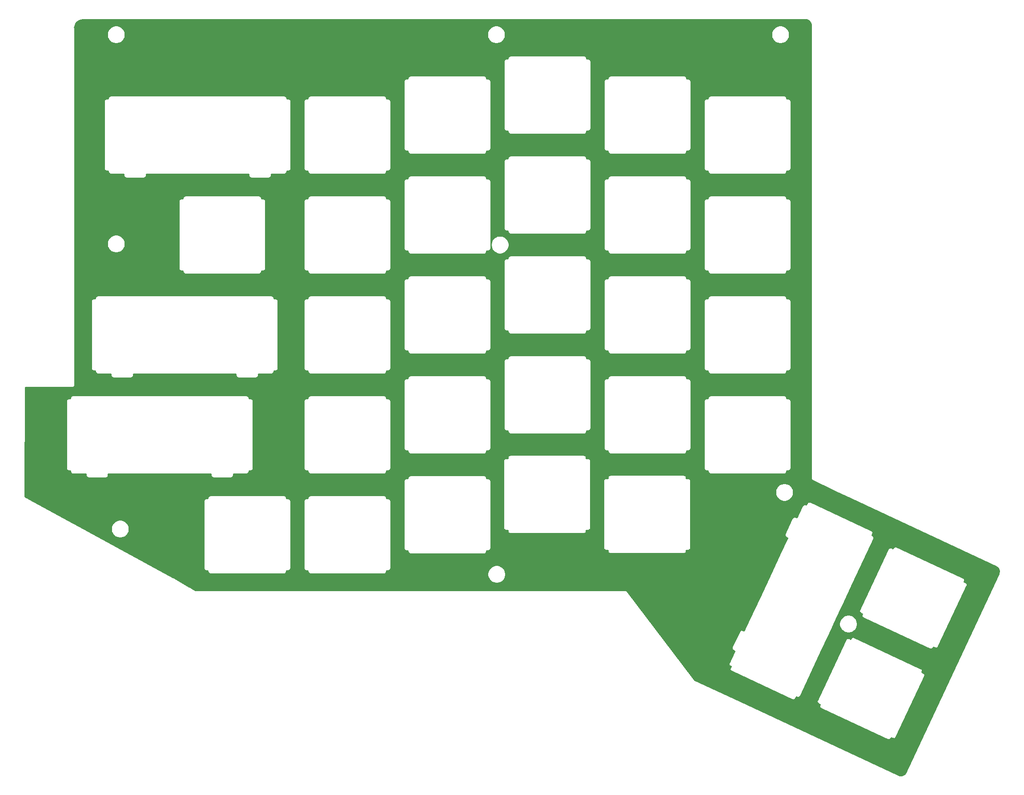
<source format=gbr>
G04 #@! TF.GenerationSoftware,KiCad,Pcbnew,(5.1.5)-3*
G04 #@! TF.CreationDate,2020-03-17T18:41:25+05:30*
G04 #@! TF.ProjectId,ergocape,6572676f-6361-4706-952e-6b696361645f,rev?*
G04 #@! TF.SameCoordinates,Original*
G04 #@! TF.FileFunction,Copper,L1,Top*
G04 #@! TF.FilePolarity,Positive*
%FSLAX46Y46*%
G04 Gerber Fmt 4.6, Leading zero omitted, Abs format (unit mm)*
G04 Created by KiCad (PCBNEW (5.1.5)-3) date 2020-03-17 18:41:25*
%MOMM*%
%LPD*%
G04 APERTURE LIST*
%ADD10C,0.254000*%
G04 APERTURE END LIST*
D10*
G36*
X39347601Y-17728000D02*
G01*
X171379695Y-17728000D01*
X171613952Y-17750969D01*
X171817830Y-17812523D01*
X172005868Y-17912505D01*
X172170906Y-18047107D01*
X172306659Y-18211205D01*
X172407950Y-18398540D01*
X172470925Y-18601980D01*
X172495400Y-18834842D01*
X172495401Y-103212348D01*
X172492650Y-105145984D01*
X172491099Y-105156003D01*
X172492587Y-105190804D01*
X172492569Y-105203150D01*
X172493543Y-105213190D01*
X172494935Y-105245745D01*
X172497873Y-105257801D01*
X172499072Y-105270152D01*
X172508484Y-105301337D01*
X172516204Y-105333014D01*
X172521442Y-105344274D01*
X172525025Y-105356145D01*
X172540341Y-105384898D01*
X172554092Y-105414456D01*
X172561421Y-105424471D01*
X172567255Y-105435423D01*
X172587893Y-105460644D01*
X172607139Y-105486943D01*
X172616279Y-105495334D01*
X172624139Y-105504939D01*
X172649305Y-105525652D01*
X172673309Y-105547688D01*
X172683912Y-105554135D01*
X172693493Y-105562021D01*
X172722209Y-105577423D01*
X172730827Y-105582663D01*
X172741951Y-105588011D01*
X172772651Y-105604477D01*
X172782350Y-105607434D01*
X178580328Y-108394998D01*
X178582653Y-108396374D01*
X178600517Y-108404704D01*
X178618267Y-108413238D01*
X178620803Y-108414164D01*
X207647850Y-121949698D01*
X207841914Y-122064466D01*
X207993286Y-122199809D01*
X208115487Y-122361974D01*
X208203863Y-122544790D01*
X208255046Y-122741283D01*
X208267088Y-122943977D01*
X208239530Y-123145155D01*
X208166535Y-123357146D01*
X190527501Y-161184181D01*
X190412728Y-161378252D01*
X190277386Y-161529624D01*
X190115221Y-161651825D01*
X189932405Y-161740201D01*
X189735911Y-161791384D01*
X189533218Y-161803426D01*
X189332040Y-161775868D01*
X189120049Y-161702873D01*
X159054496Y-147683077D01*
X173595084Y-147683077D01*
X173600248Y-147777684D01*
X173623771Y-147869466D01*
X173664748Y-147954896D01*
X173721605Y-148030690D01*
X173792155Y-148093935D01*
X173873688Y-148142202D01*
X173896085Y-148150078D01*
X174163785Y-148274909D01*
X174123480Y-148361342D01*
X174111383Y-148381777D01*
X174079951Y-148471159D01*
X174066560Y-148564957D01*
X174071724Y-148659564D01*
X174095247Y-148751346D01*
X174136224Y-148836776D01*
X174162523Y-148871834D01*
X174193081Y-148912570D01*
X174263631Y-148975815D01*
X174345164Y-149024082D01*
X174367561Y-149031958D01*
X187013044Y-154928643D01*
X187033472Y-154940736D01*
X187055867Y-154948612D01*
X187055868Y-154948612D01*
X187122854Y-154972169D01*
X187216652Y-154985561D01*
X187311260Y-154980396D01*
X187403042Y-154956873D01*
X187488472Y-154915896D01*
X187564266Y-154859039D01*
X187627511Y-154788489D01*
X187632613Y-154779870D01*
X187663684Y-154727386D01*
X187663686Y-154727383D01*
X187675778Y-154706956D01*
X187683653Y-154684563D01*
X187723960Y-154598123D01*
X187991666Y-154722956D01*
X188012090Y-154735047D01*
X188034480Y-154742921D01*
X188034485Y-154742923D01*
X188101472Y-154766479D01*
X188195270Y-154779871D01*
X188289877Y-154774706D01*
X188381660Y-154751183D01*
X188467090Y-154710206D01*
X188542883Y-154653349D01*
X188606129Y-154582799D01*
X188654395Y-154501266D01*
X188662272Y-154478867D01*
X194051816Y-142920955D01*
X194063909Y-142900527D01*
X194095341Y-142811145D01*
X194108733Y-142717347D01*
X194103568Y-142622739D01*
X194080045Y-142530957D01*
X194039068Y-142445527D01*
X193982211Y-142369733D01*
X193911661Y-142306489D01*
X193850557Y-142270316D01*
X193850552Y-142270314D01*
X193830128Y-142258223D01*
X193807737Y-142250349D01*
X193540032Y-142125516D01*
X193580340Y-142039075D01*
X193592433Y-142018647D01*
X193618343Y-141944968D01*
X193623865Y-141929266D01*
X193631569Y-141875304D01*
X193637257Y-141835467D01*
X193632092Y-141740859D01*
X193608569Y-141649077D01*
X193567592Y-141563647D01*
X193510736Y-141487853D01*
X193440185Y-141424608D01*
X193379082Y-141388435D01*
X193379065Y-141388427D01*
X193358652Y-141376343D01*
X193336274Y-141368473D01*
X180690772Y-135471782D01*
X180670343Y-135459688D01*
X180580961Y-135428255D01*
X180487163Y-135414864D01*
X180392556Y-135420028D01*
X180300774Y-135443551D01*
X180215344Y-135484528D01*
X180139550Y-135541385D01*
X180076305Y-135611935D01*
X180028038Y-135693468D01*
X180020162Y-135715865D01*
X179979856Y-135802302D01*
X179712155Y-135677471D01*
X179691726Y-135665378D01*
X179602344Y-135633945D01*
X179508546Y-135620554D01*
X179413938Y-135625719D01*
X179322156Y-135649242D01*
X179236726Y-135690219D01*
X179160932Y-135747075D01*
X179097687Y-135817625D01*
X179061514Y-135878729D01*
X179061511Y-135878736D01*
X179049421Y-135899158D01*
X179041548Y-135921546D01*
X173652005Y-147479462D01*
X173639907Y-147499897D01*
X173608898Y-147588076D01*
X173608475Y-147589279D01*
X173595084Y-147683077D01*
X159054496Y-147683077D01*
X150261975Y-143583058D01*
X147940459Y-140513121D01*
X156801587Y-140513121D01*
X156806751Y-140607728D01*
X156830274Y-140699510D01*
X156871251Y-140784940D01*
X156928108Y-140860734D01*
X156998658Y-140923979D01*
X157080191Y-140972246D01*
X157102588Y-140980122D01*
X157189463Y-141020633D01*
X157064655Y-141288284D01*
X157052558Y-141308719D01*
X157021126Y-141398101D01*
X157007735Y-141491899D01*
X157012899Y-141586506D01*
X157036422Y-141678288D01*
X157077399Y-141763718D01*
X157103698Y-141798776D01*
X157134256Y-141839512D01*
X157204806Y-141902757D01*
X157286339Y-141951024D01*
X157308736Y-141958900D01*
X168866412Y-147348333D01*
X168886836Y-147360424D01*
X168909227Y-147368298D01*
X168909231Y-147368300D01*
X168976218Y-147391857D01*
X169070016Y-147405248D01*
X169164623Y-147400084D01*
X169256406Y-147376561D01*
X169341835Y-147335584D01*
X169417629Y-147278728D01*
X169480875Y-147208177D01*
X169517048Y-147147074D01*
X169517052Y-147147065D01*
X169529141Y-147126644D01*
X169537014Y-147104258D01*
X169661828Y-146836593D01*
X169748240Y-146876887D01*
X169768664Y-146888978D01*
X169791054Y-146896852D01*
X169791059Y-146896854D01*
X169858046Y-146920410D01*
X169951844Y-146933802D01*
X170046451Y-146928637D01*
X170138234Y-146905114D01*
X170179211Y-146885459D01*
X170223663Y-146864137D01*
X170299457Y-146807280D01*
X170326184Y-146777466D01*
X170362703Y-146736730D01*
X170410969Y-146655197D01*
X170418846Y-146632798D01*
X174444283Y-138000222D01*
X174444284Y-138000219D01*
X176335575Y-133944333D01*
X176335576Y-133944330D01*
X176898692Y-132736723D01*
X177822908Y-132736723D01*
X177822908Y-133077701D01*
X177889429Y-133412126D01*
X178019915Y-133727148D01*
X178209352Y-134010660D01*
X178450460Y-134251768D01*
X178733972Y-134441205D01*
X179048994Y-134571691D01*
X179383419Y-134638212D01*
X179724397Y-134638212D01*
X180058822Y-134571691D01*
X180373844Y-134441205D01*
X180657356Y-134251768D01*
X180898464Y-134010660D01*
X181087901Y-133727148D01*
X181218387Y-133412126D01*
X181284908Y-133077701D01*
X181284908Y-132736723D01*
X181218387Y-132402298D01*
X181087901Y-132087276D01*
X180898464Y-131803764D01*
X180657356Y-131562656D01*
X180373844Y-131373219D01*
X180058822Y-131242733D01*
X179724397Y-131176212D01*
X179383419Y-131176212D01*
X179048994Y-131242733D01*
X178733972Y-131373219D01*
X178450460Y-131562656D01*
X178209352Y-131803764D01*
X178019915Y-132087276D01*
X177889429Y-132402298D01*
X177822908Y-132736723D01*
X176898692Y-132736723D01*
X177979894Y-130418077D01*
X181645084Y-130418077D01*
X181650248Y-130512684D01*
X181673771Y-130604466D01*
X181714748Y-130689896D01*
X181771605Y-130765690D01*
X181842155Y-130828935D01*
X181923688Y-130877202D01*
X181946085Y-130885078D01*
X182213785Y-131009909D01*
X182173480Y-131096342D01*
X182161383Y-131116777D01*
X182129951Y-131206159D01*
X182116560Y-131299957D01*
X182121724Y-131394564D01*
X182145247Y-131486346D01*
X182186224Y-131571776D01*
X182188712Y-131575092D01*
X182243081Y-131647570D01*
X182313631Y-131710815D01*
X182395164Y-131759082D01*
X182417561Y-131766958D01*
X195063044Y-137663643D01*
X195083472Y-137675736D01*
X195105867Y-137683612D01*
X195105868Y-137683612D01*
X195172854Y-137707169D01*
X195266652Y-137720561D01*
X195361260Y-137715396D01*
X195453042Y-137691873D01*
X195538472Y-137650896D01*
X195614266Y-137594039D01*
X195677511Y-137523489D01*
X195684669Y-137511397D01*
X195713684Y-137462386D01*
X195713686Y-137462383D01*
X195725778Y-137441956D01*
X195733653Y-137419563D01*
X195773960Y-137333123D01*
X196041666Y-137457956D01*
X196062090Y-137470047D01*
X196084480Y-137477921D01*
X196084485Y-137477923D01*
X196151472Y-137501479D01*
X196245270Y-137514871D01*
X196339877Y-137509706D01*
X196431660Y-137486183D01*
X196517090Y-137445206D01*
X196592883Y-137388349D01*
X196656129Y-137317799D01*
X196704395Y-137236266D01*
X196712272Y-137213867D01*
X202101816Y-125655955D01*
X202113909Y-125635527D01*
X202145341Y-125546145D01*
X202158733Y-125452347D01*
X202153568Y-125357739D01*
X202130045Y-125265957D01*
X202089068Y-125180527D01*
X202032211Y-125104733D01*
X201961661Y-125041489D01*
X201900557Y-125005316D01*
X201900552Y-125005314D01*
X201880128Y-124993223D01*
X201857737Y-124985349D01*
X201590032Y-124860516D01*
X201630340Y-124774075D01*
X201642433Y-124753647D01*
X201673865Y-124664265D01*
X201687257Y-124570467D01*
X201682092Y-124475859D01*
X201658569Y-124384077D01*
X201617592Y-124298647D01*
X201560736Y-124222853D01*
X201490185Y-124159608D01*
X201429082Y-124123435D01*
X201429065Y-124123427D01*
X201408652Y-124111343D01*
X201386274Y-124103473D01*
X188740772Y-118206782D01*
X188720343Y-118194688D01*
X188630961Y-118163255D01*
X188537163Y-118149864D01*
X188442556Y-118155028D01*
X188350774Y-118178551D01*
X188265344Y-118219528D01*
X188189550Y-118276385D01*
X188126305Y-118346935D01*
X188078038Y-118428468D01*
X188070162Y-118450865D01*
X188029856Y-118537302D01*
X187762155Y-118412471D01*
X187741726Y-118400378D01*
X187652344Y-118368945D01*
X187558546Y-118355554D01*
X187463938Y-118360719D01*
X187372156Y-118384242D01*
X187286726Y-118425219D01*
X187210932Y-118482075D01*
X187147687Y-118552625D01*
X187111514Y-118613729D01*
X187111511Y-118613736D01*
X187099421Y-118634158D01*
X187091548Y-118656546D01*
X181702005Y-130214462D01*
X181689907Y-130234897D01*
X181658898Y-130323076D01*
X181658475Y-130324279D01*
X181645084Y-130418077D01*
X177979894Y-130418077D01*
X178469722Y-129367639D01*
X180361014Y-125311751D01*
X180361015Y-125311748D01*
X184366485Y-116721992D01*
X184378578Y-116701564D01*
X184402506Y-116633522D01*
X184410010Y-116612183D01*
X184423401Y-116518386D01*
X184420895Y-116472479D01*
X184418237Y-116423776D01*
X184394714Y-116331994D01*
X184353736Y-116246564D01*
X184296880Y-116170771D01*
X184226330Y-116107526D01*
X184165226Y-116071353D01*
X184165221Y-116071351D01*
X184144797Y-116059260D01*
X184122406Y-116051386D01*
X184035995Y-116011092D01*
X184160807Y-115743431D01*
X184172899Y-115723005D01*
X184185446Y-115687327D01*
X184204332Y-115633624D01*
X184217724Y-115539826D01*
X184212559Y-115445218D01*
X184189036Y-115353436D01*
X184148059Y-115268006D01*
X184091203Y-115192212D01*
X184057944Y-115162397D01*
X184020652Y-115128966D01*
X183959548Y-115092793D01*
X183959545Y-115092792D01*
X183939120Y-115080700D01*
X183916726Y-115072825D01*
X172359055Y-109683397D01*
X172338620Y-109671299D01*
X172249238Y-109639867D01*
X172155440Y-109626476D01*
X172060833Y-109631640D01*
X171969051Y-109655163D01*
X171883621Y-109696140D01*
X171883619Y-109696141D01*
X171883620Y-109696141D01*
X171807826Y-109752997D01*
X171744582Y-109823547D01*
X171696315Y-109905080D01*
X171688439Y-109927478D01*
X171563629Y-110195133D01*
X171476752Y-110154621D01*
X171456323Y-110142528D01*
X171366941Y-110111095D01*
X171273143Y-110097704D01*
X171178535Y-110102869D01*
X171086753Y-110126392D01*
X171001323Y-110167369D01*
X170925529Y-110224225D01*
X170862284Y-110294775D01*
X170826111Y-110355879D01*
X170826108Y-110355886D01*
X170814018Y-110376308D01*
X170806145Y-110398697D01*
X169762113Y-112637634D01*
X169539893Y-112534011D01*
X169519458Y-112521914D01*
X169430076Y-112490482D01*
X169336278Y-112477090D01*
X169241670Y-112482255D01*
X169149888Y-112505778D01*
X169064458Y-112546755D01*
X168988664Y-112603611D01*
X168925419Y-112674162D01*
X168889246Y-112735266D01*
X168889243Y-112735273D01*
X168877153Y-112755695D01*
X168869280Y-112778084D01*
X167494585Y-115726128D01*
X167482488Y-115746563D01*
X167464316Y-115798239D01*
X167451056Y-115835945D01*
X167437665Y-115929743D01*
X167442829Y-116024350D01*
X167466352Y-116116132D01*
X167507329Y-116201562D01*
X167564186Y-116277356D01*
X167634736Y-116340601D01*
X167716269Y-116388868D01*
X167738666Y-116396744D01*
X167960889Y-116500368D01*
X166800680Y-118988447D01*
X166800673Y-118988460D01*
X164909389Y-123044336D01*
X164909381Y-123044349D01*
X162775242Y-127621029D01*
X162775234Y-127621042D01*
X160883950Y-131676918D01*
X160883942Y-131676931D01*
X159703757Y-134207849D01*
X159481530Y-134104223D01*
X159461101Y-134092130D01*
X159371719Y-134060697D01*
X159277921Y-134047306D01*
X159183313Y-134052471D01*
X159091531Y-134075994D01*
X159006101Y-134116971D01*
X158930307Y-134173827D01*
X158867062Y-134244377D01*
X158830889Y-134305481D01*
X158830886Y-134305488D01*
X158818796Y-134325910D01*
X158810923Y-134348299D01*
X157436229Y-137296342D01*
X157424134Y-137316774D01*
X157392701Y-137406157D01*
X157384674Y-137462386D01*
X157379310Y-137499955D01*
X157384446Y-137594040D01*
X157384474Y-137594561D01*
X157407997Y-137686344D01*
X157448974Y-137771774D01*
X157505830Y-137847567D01*
X157576381Y-137910813D01*
X157637484Y-137946986D01*
X157637487Y-137946988D01*
X157657914Y-137959080D01*
X157680307Y-137966955D01*
X157902534Y-138070581D01*
X156858505Y-140309512D01*
X156846411Y-140329941D01*
X156838535Y-140352337D01*
X156814978Y-140419323D01*
X156801587Y-140513121D01*
X147940459Y-140513121D01*
X137535292Y-126753493D01*
X137530984Y-126745434D01*
X137508236Y-126717716D01*
X137500202Y-126707091D01*
X137494050Y-126700429D01*
X137474001Y-126675999D01*
X137463629Y-126667487D01*
X137454532Y-126657636D01*
X137428990Y-126639060D01*
X137404566Y-126619016D01*
X137392732Y-126612691D01*
X137381888Y-126604804D01*
X137353218Y-126591570D01*
X137325348Y-126576673D01*
X137312508Y-126572778D01*
X137300333Y-126567158D01*
X137269630Y-126559771D01*
X137239392Y-126550598D01*
X137226040Y-126549283D01*
X137213002Y-126546146D01*
X137181443Y-126544891D01*
X137172399Y-126544000D01*
X137159050Y-126544000D01*
X137123250Y-126542576D01*
X137114231Y-126544000D01*
X55244305Y-126544000D01*
X54099406Y-125857062D01*
X54097113Y-125855403D01*
X54080134Y-125845499D01*
X54063403Y-125835460D01*
X54060864Y-125834257D01*
X51043452Y-124074101D01*
X51038020Y-124070405D01*
X51024087Y-124062805D01*
X51010417Y-124054831D01*
X51004461Y-124052100D01*
X33744381Y-114637511D01*
X39163000Y-114637511D01*
X39163000Y-114978489D01*
X39229521Y-115312914D01*
X39360007Y-115627936D01*
X39549444Y-115911448D01*
X39790552Y-116152556D01*
X40074064Y-116341993D01*
X40389086Y-116472479D01*
X40723511Y-116539000D01*
X41064489Y-116539000D01*
X41398914Y-116472479D01*
X41713936Y-116341993D01*
X41997448Y-116152556D01*
X42238556Y-115911448D01*
X42427993Y-115627936D01*
X42558479Y-115312914D01*
X42625000Y-114978489D01*
X42625000Y-114637511D01*
X42558479Y-114303086D01*
X42427993Y-113988064D01*
X42238556Y-113704552D01*
X41997448Y-113463444D01*
X41713936Y-113274007D01*
X41398914Y-113143521D01*
X41064489Y-113077000D01*
X40723511Y-113077000D01*
X40389086Y-113143521D01*
X40074064Y-113274007D01*
X39790552Y-113463444D01*
X39549444Y-113704552D01*
X39360007Y-113988064D01*
X39229521Y-114303086D01*
X39163000Y-114637511D01*
X33744381Y-114637511D01*
X24303611Y-109488000D01*
X56804173Y-109488000D01*
X56806500Y-109511625D01*
X56806501Y-122264364D01*
X56804173Y-122288000D01*
X56813460Y-122382292D01*
X56840964Y-122472961D01*
X56885628Y-122556522D01*
X56945736Y-122629764D01*
X57018978Y-122689872D01*
X57102539Y-122734536D01*
X57193208Y-122762040D01*
X57263874Y-122769000D01*
X57287500Y-122771327D01*
X57311126Y-122769000D01*
X57606501Y-122769000D01*
X57606501Y-122864364D01*
X57604173Y-122888000D01*
X57613460Y-122982292D01*
X57640964Y-123072961D01*
X57685628Y-123156522D01*
X57745736Y-123229764D01*
X57818978Y-123289872D01*
X57902539Y-123334536D01*
X57993208Y-123362040D01*
X58063874Y-123369000D01*
X58087500Y-123371327D01*
X58111126Y-123369000D01*
X72063874Y-123369000D01*
X72087500Y-123371327D01*
X72111126Y-123369000D01*
X72181792Y-123362040D01*
X72272461Y-123334536D01*
X72356022Y-123289872D01*
X72429264Y-123229764D01*
X72489372Y-123156522D01*
X72534036Y-123072961D01*
X72561540Y-122982292D01*
X72570827Y-122888000D01*
X72568500Y-122864374D01*
X72568500Y-122769000D01*
X72863874Y-122769000D01*
X72887500Y-122771327D01*
X72911126Y-122769000D01*
X72981792Y-122762040D01*
X73072461Y-122734536D01*
X73156022Y-122689872D01*
X73229264Y-122629764D01*
X73289372Y-122556522D01*
X73334036Y-122472961D01*
X73361540Y-122382292D01*
X73370827Y-122288000D01*
X73368500Y-122264374D01*
X73368500Y-109511625D01*
X73370827Y-109488000D01*
X75854173Y-109488000D01*
X75856500Y-109511625D01*
X75856501Y-122264364D01*
X75854173Y-122288000D01*
X75863460Y-122382292D01*
X75890964Y-122472961D01*
X75935628Y-122556522D01*
X75995736Y-122629764D01*
X76068978Y-122689872D01*
X76152539Y-122734536D01*
X76243208Y-122762040D01*
X76313874Y-122769000D01*
X76337500Y-122771327D01*
X76361126Y-122769000D01*
X76656501Y-122769000D01*
X76656501Y-122864364D01*
X76654173Y-122888000D01*
X76663460Y-122982292D01*
X76690964Y-123072961D01*
X76735628Y-123156522D01*
X76795736Y-123229764D01*
X76868978Y-123289872D01*
X76952539Y-123334536D01*
X77043208Y-123362040D01*
X77113874Y-123369000D01*
X77137500Y-123371327D01*
X77161126Y-123369000D01*
X91113874Y-123369000D01*
X91137500Y-123371327D01*
X91161126Y-123369000D01*
X91231792Y-123362040D01*
X91322461Y-123334536D01*
X91406022Y-123289872D01*
X91425957Y-123273511D01*
X110855000Y-123273511D01*
X110855000Y-123614489D01*
X110921521Y-123948914D01*
X111052007Y-124263936D01*
X111241444Y-124547448D01*
X111482552Y-124788556D01*
X111766064Y-124977993D01*
X112081086Y-125108479D01*
X112415511Y-125175000D01*
X112756489Y-125175000D01*
X113090914Y-125108479D01*
X113405936Y-124977993D01*
X113689448Y-124788556D01*
X113930556Y-124547448D01*
X114119993Y-124263936D01*
X114250479Y-123948914D01*
X114317000Y-123614489D01*
X114317000Y-123273511D01*
X114250479Y-122939086D01*
X114119993Y-122624064D01*
X113930556Y-122340552D01*
X113689448Y-122099444D01*
X113405936Y-121910007D01*
X113090914Y-121779521D01*
X112756489Y-121713000D01*
X112415511Y-121713000D01*
X112081086Y-121779521D01*
X111766064Y-121910007D01*
X111482552Y-122099444D01*
X111241444Y-122340552D01*
X111052007Y-122624064D01*
X110921521Y-122939086D01*
X110855000Y-123273511D01*
X91425957Y-123273511D01*
X91479264Y-123229764D01*
X91539372Y-123156522D01*
X91584036Y-123072961D01*
X91611540Y-122982292D01*
X91620827Y-122888000D01*
X91618500Y-122864374D01*
X91618500Y-122769000D01*
X91913874Y-122769000D01*
X91937500Y-122771327D01*
X91961126Y-122769000D01*
X92031792Y-122762040D01*
X92122461Y-122734536D01*
X92206022Y-122689872D01*
X92279264Y-122629764D01*
X92339372Y-122556522D01*
X92384036Y-122472961D01*
X92411540Y-122382292D01*
X92420827Y-122288000D01*
X92418500Y-122264374D01*
X92418500Y-109511625D01*
X92420827Y-109488000D01*
X92411540Y-109393708D01*
X92384036Y-109303039D01*
X92339372Y-109219478D01*
X92279264Y-109146236D01*
X92206022Y-109086128D01*
X92122461Y-109041464D01*
X92031792Y-109013960D01*
X91961126Y-109007000D01*
X91937500Y-109004673D01*
X91913874Y-109007000D01*
X91618500Y-109007000D01*
X91618500Y-108911626D01*
X91620827Y-108888000D01*
X91611540Y-108793708D01*
X91584036Y-108703039D01*
X91539372Y-108619478D01*
X91479264Y-108546236D01*
X91406022Y-108486128D01*
X91322461Y-108441464D01*
X91231792Y-108413960D01*
X91161126Y-108407000D01*
X91137500Y-108404673D01*
X91113874Y-108407000D01*
X77161126Y-108407000D01*
X77137500Y-108404673D01*
X77113874Y-108407000D01*
X77043208Y-108413960D01*
X76952539Y-108441464D01*
X76868978Y-108486128D01*
X76795736Y-108546236D01*
X76735628Y-108619478D01*
X76690964Y-108703039D01*
X76663460Y-108793708D01*
X76654173Y-108888000D01*
X76656500Y-108911627D01*
X76656500Y-109007000D01*
X76361126Y-109007000D01*
X76337500Y-109004673D01*
X76313874Y-109007000D01*
X76243208Y-109013960D01*
X76152539Y-109041464D01*
X76068978Y-109086128D01*
X75995736Y-109146236D01*
X75935628Y-109219478D01*
X75890964Y-109303039D01*
X75863460Y-109393708D01*
X75854173Y-109488000D01*
X73370827Y-109488000D01*
X73361540Y-109393708D01*
X73334036Y-109303039D01*
X73289372Y-109219478D01*
X73229264Y-109146236D01*
X73156022Y-109086128D01*
X73072461Y-109041464D01*
X72981792Y-109013960D01*
X72911126Y-109007000D01*
X72887500Y-109004673D01*
X72863874Y-109007000D01*
X72568500Y-109007000D01*
X72568500Y-108911626D01*
X72570827Y-108888000D01*
X72561540Y-108793708D01*
X72534036Y-108703039D01*
X72489372Y-108619478D01*
X72429264Y-108546236D01*
X72356022Y-108486128D01*
X72272461Y-108441464D01*
X72181792Y-108413960D01*
X72111126Y-108407000D01*
X72087500Y-108404673D01*
X72063874Y-108407000D01*
X58111126Y-108407000D01*
X58087500Y-108404673D01*
X58063874Y-108407000D01*
X57993208Y-108413960D01*
X57902539Y-108441464D01*
X57818978Y-108486128D01*
X57745736Y-108546236D01*
X57685628Y-108619478D01*
X57640964Y-108703039D01*
X57613460Y-108793708D01*
X57604173Y-108888000D01*
X57606500Y-108911627D01*
X57606500Y-109007000D01*
X57311126Y-109007000D01*
X57287500Y-109004673D01*
X57263874Y-109007000D01*
X57193208Y-109013960D01*
X57102539Y-109041464D01*
X57018978Y-109086128D01*
X56945736Y-109146236D01*
X56885628Y-109219478D01*
X56840964Y-109303039D01*
X56813460Y-109393708D01*
X56804173Y-109488000D01*
X24303611Y-109488000D01*
X23090857Y-108826498D01*
X23083963Y-108822159D01*
X23071221Y-108815788D01*
X23058692Y-108808954D01*
X23051181Y-108805768D01*
X22808000Y-108684178D01*
X22808000Y-105678000D01*
X94904673Y-105678000D01*
X94907000Y-105701625D01*
X94907001Y-118454364D01*
X94904673Y-118478000D01*
X94913960Y-118572292D01*
X94941464Y-118662961D01*
X94986128Y-118746522D01*
X95046236Y-118819764D01*
X95119478Y-118879872D01*
X95203039Y-118924536D01*
X95293708Y-118952040D01*
X95364374Y-118959000D01*
X95388000Y-118961327D01*
X95411626Y-118959000D01*
X95707001Y-118959000D01*
X95707001Y-119054364D01*
X95704673Y-119078000D01*
X95713960Y-119172292D01*
X95741464Y-119262961D01*
X95786128Y-119346522D01*
X95846236Y-119419764D01*
X95919478Y-119479872D01*
X96003039Y-119524536D01*
X96093708Y-119552040D01*
X96164374Y-119559000D01*
X96188000Y-119561327D01*
X96211626Y-119559000D01*
X110164374Y-119559000D01*
X110188000Y-119561327D01*
X110211626Y-119559000D01*
X110282292Y-119552040D01*
X110372961Y-119524536D01*
X110456522Y-119479872D01*
X110529764Y-119419764D01*
X110589872Y-119346522D01*
X110634536Y-119262961D01*
X110662040Y-119172292D01*
X110671327Y-119078000D01*
X110669000Y-119054374D01*
X110669000Y-118959000D01*
X110964374Y-118959000D01*
X110988000Y-118961327D01*
X111011626Y-118959000D01*
X111082292Y-118952040D01*
X111172961Y-118924536D01*
X111256522Y-118879872D01*
X111329764Y-118819764D01*
X111389872Y-118746522D01*
X111434536Y-118662961D01*
X111462040Y-118572292D01*
X111471327Y-118478000D01*
X111469000Y-118454374D01*
X111469000Y-105701625D01*
X111471327Y-105678000D01*
X111462040Y-105583708D01*
X111434536Y-105493039D01*
X111389872Y-105409478D01*
X111329764Y-105336236D01*
X111256522Y-105276128D01*
X111172961Y-105231464D01*
X111082292Y-105203960D01*
X111074068Y-105203150D01*
X110988000Y-105194673D01*
X110964374Y-105197000D01*
X110669000Y-105197000D01*
X110669000Y-105101626D01*
X110671327Y-105078000D01*
X110662040Y-104983708D01*
X110634536Y-104893039D01*
X110589872Y-104809478D01*
X110529764Y-104736236D01*
X110456522Y-104676128D01*
X110372961Y-104631464D01*
X110282292Y-104603960D01*
X110211626Y-104597000D01*
X110188000Y-104594673D01*
X110164374Y-104597000D01*
X96211626Y-104597000D01*
X96188000Y-104594673D01*
X96164374Y-104597000D01*
X96093708Y-104603960D01*
X96003039Y-104631464D01*
X95919478Y-104676128D01*
X95846236Y-104736236D01*
X95786128Y-104809478D01*
X95741464Y-104893039D01*
X95713960Y-104983708D01*
X95704673Y-105078000D01*
X95707000Y-105101627D01*
X95707000Y-105197000D01*
X95411626Y-105197000D01*
X95388000Y-105194673D01*
X95301932Y-105203150D01*
X95293708Y-105203960D01*
X95203039Y-105231464D01*
X95119478Y-105276128D01*
X95046236Y-105336236D01*
X94986128Y-105409478D01*
X94941464Y-105493039D01*
X94913960Y-105583708D01*
X94904673Y-105678000D01*
X22808000Y-105678000D01*
X22808000Y-98197762D01*
X22826040Y-98138292D01*
X22833000Y-98067626D01*
X22833000Y-90437037D01*
X30611096Y-90437037D01*
X30613424Y-90460673D01*
X30613423Y-103213145D01*
X30611096Y-103236771D01*
X30620383Y-103331063D01*
X30647887Y-103421732D01*
X30648277Y-103422461D01*
X30692551Y-103505293D01*
X30752659Y-103578535D01*
X30825901Y-103638643D01*
X30909462Y-103683307D01*
X31000131Y-103710811D01*
X31094423Y-103720098D01*
X31118049Y-103717771D01*
X31413375Y-103717771D01*
X31413375Y-103813627D01*
X31411048Y-103837254D01*
X31420335Y-103931546D01*
X31447839Y-104022215D01*
X31492503Y-104105776D01*
X31552611Y-104179018D01*
X31625853Y-104239126D01*
X31709414Y-104283790D01*
X31800083Y-104311294D01*
X31894375Y-104320581D01*
X31918001Y-104318254D01*
X34388387Y-104318254D01*
X34388387Y-104563451D01*
X34386060Y-104587078D01*
X34395347Y-104681370D01*
X34422851Y-104772039D01*
X34459144Y-104839939D01*
X34467515Y-104855600D01*
X34527623Y-104928842D01*
X34600865Y-104988950D01*
X34684426Y-105033614D01*
X34775095Y-105061118D01*
X34869387Y-105070405D01*
X34893013Y-105068078D01*
X38145816Y-105068078D01*
X38169442Y-105070405D01*
X38193068Y-105068078D01*
X38263734Y-105061118D01*
X38354403Y-105033614D01*
X38437964Y-104988950D01*
X38511206Y-104928842D01*
X38571314Y-104855600D01*
X38615978Y-104772039D01*
X38643482Y-104681370D01*
X38652769Y-104587078D01*
X38650442Y-104563452D01*
X38650442Y-104318254D01*
X58188483Y-104318254D01*
X58188483Y-104563451D01*
X58186156Y-104587078D01*
X58195443Y-104681370D01*
X58222947Y-104772039D01*
X58259240Y-104839939D01*
X58267611Y-104855600D01*
X58327719Y-104928842D01*
X58400961Y-104988950D01*
X58484522Y-105033614D01*
X58575191Y-105061118D01*
X58669483Y-105070405D01*
X58693109Y-105068078D01*
X61945915Y-105068078D01*
X61969541Y-105070405D01*
X61993167Y-105068078D01*
X62063833Y-105061118D01*
X62154502Y-105033614D01*
X62238063Y-104988950D01*
X62311305Y-104928842D01*
X62371413Y-104855600D01*
X62416077Y-104772039D01*
X62443581Y-104681370D01*
X62452868Y-104587078D01*
X62450541Y-104563452D01*
X62450541Y-104318254D01*
X64920927Y-104318254D01*
X64944553Y-104320581D01*
X64968179Y-104318254D01*
X65038845Y-104311294D01*
X65129514Y-104283790D01*
X65213075Y-104239126D01*
X65286317Y-104179018D01*
X65346425Y-104105776D01*
X65391089Y-104022215D01*
X65418593Y-103931546D01*
X65427880Y-103837254D01*
X65425553Y-103813628D01*
X65425553Y-103717771D01*
X65720879Y-103717771D01*
X65744505Y-103720098D01*
X65768131Y-103717771D01*
X65838797Y-103710811D01*
X65929466Y-103683307D01*
X66013027Y-103638643D01*
X66086269Y-103578535D01*
X66146377Y-103505293D01*
X66191041Y-103421732D01*
X66218545Y-103331063D01*
X66227832Y-103236771D01*
X66225505Y-103213145D01*
X66225505Y-90460662D01*
X66227786Y-90437500D01*
X75854173Y-90437500D01*
X75856500Y-90461125D01*
X75856501Y-103213864D01*
X75854173Y-103237500D01*
X75863460Y-103331792D01*
X75890964Y-103422461D01*
X75935628Y-103506022D01*
X75995736Y-103579264D01*
X76068978Y-103639372D01*
X76152539Y-103684036D01*
X76243208Y-103711540D01*
X76313874Y-103718500D01*
X76337500Y-103720827D01*
X76361126Y-103718500D01*
X76656501Y-103718500D01*
X76656501Y-103813864D01*
X76654173Y-103837500D01*
X76663460Y-103931792D01*
X76690964Y-104022461D01*
X76735628Y-104106022D01*
X76795736Y-104179264D01*
X76868978Y-104239372D01*
X76952539Y-104284036D01*
X77043208Y-104311540D01*
X77113874Y-104318500D01*
X77137500Y-104320827D01*
X77161126Y-104318500D01*
X91113874Y-104318500D01*
X91137500Y-104320827D01*
X91161126Y-104318500D01*
X91231792Y-104311540D01*
X91322461Y-104284036D01*
X91406022Y-104239372D01*
X91479264Y-104179264D01*
X91539372Y-104106022D01*
X91584036Y-104022461D01*
X91611540Y-103931792D01*
X91620827Y-103837500D01*
X91618500Y-103813874D01*
X91618500Y-103718500D01*
X91913874Y-103718500D01*
X91937500Y-103720827D01*
X91961126Y-103718500D01*
X92031792Y-103711540D01*
X92122461Y-103684036D01*
X92206022Y-103639372D01*
X92279264Y-103579264D01*
X92339372Y-103506022D01*
X92384036Y-103422461D01*
X92411540Y-103331792D01*
X92420827Y-103237500D01*
X92418500Y-103213874D01*
X92418500Y-101804000D01*
X113890673Y-101804000D01*
X113893000Y-101827625D01*
X113893001Y-114580364D01*
X113890673Y-114604000D01*
X113899960Y-114698292D01*
X113927464Y-114788961D01*
X113972128Y-114872522D01*
X114032236Y-114945764D01*
X114105478Y-115005872D01*
X114189039Y-115050536D01*
X114279708Y-115078040D01*
X114350374Y-115085000D01*
X114374000Y-115087327D01*
X114397626Y-115085000D01*
X114693001Y-115085000D01*
X114693001Y-115180364D01*
X114690673Y-115204000D01*
X114699960Y-115298292D01*
X114727464Y-115388961D01*
X114772128Y-115472522D01*
X114832236Y-115545764D01*
X114905478Y-115605872D01*
X114989039Y-115650536D01*
X115079708Y-115678040D01*
X115150374Y-115685000D01*
X115174000Y-115687327D01*
X115197626Y-115685000D01*
X129150374Y-115685000D01*
X129174000Y-115687327D01*
X129197626Y-115685000D01*
X129268292Y-115678040D01*
X129358961Y-115650536D01*
X129442522Y-115605872D01*
X129515764Y-115545764D01*
X129575872Y-115472522D01*
X129620536Y-115388961D01*
X129648040Y-115298292D01*
X129657327Y-115204000D01*
X129655000Y-115180374D01*
X129655000Y-115085000D01*
X129950374Y-115085000D01*
X129974000Y-115087327D01*
X129997626Y-115085000D01*
X130068292Y-115078040D01*
X130158961Y-115050536D01*
X130242522Y-115005872D01*
X130315764Y-114945764D01*
X130375872Y-114872522D01*
X130420536Y-114788961D01*
X130448040Y-114698292D01*
X130457327Y-114604000D01*
X130455000Y-114580374D01*
X130455000Y-105614000D01*
X132940673Y-105614000D01*
X132943000Y-105637625D01*
X132943001Y-118390364D01*
X132940673Y-118414000D01*
X132949960Y-118508292D01*
X132977464Y-118598961D01*
X133022128Y-118682522D01*
X133082236Y-118755764D01*
X133155478Y-118815872D01*
X133239039Y-118860536D01*
X133329708Y-118888040D01*
X133400374Y-118895000D01*
X133424000Y-118897327D01*
X133447626Y-118895000D01*
X133743001Y-118895000D01*
X133743001Y-118990364D01*
X133740673Y-119014000D01*
X133749960Y-119108292D01*
X133777464Y-119198961D01*
X133822128Y-119282522D01*
X133882236Y-119355764D01*
X133955478Y-119415872D01*
X134039039Y-119460536D01*
X134129708Y-119488040D01*
X134200374Y-119495000D01*
X134224000Y-119497327D01*
X134247626Y-119495000D01*
X148200374Y-119495000D01*
X148224000Y-119497327D01*
X148247626Y-119495000D01*
X148318292Y-119488040D01*
X148408961Y-119460536D01*
X148492522Y-119415872D01*
X148565764Y-119355764D01*
X148625872Y-119282522D01*
X148670536Y-119198961D01*
X148698040Y-119108292D01*
X148707327Y-119014000D01*
X148705000Y-118990374D01*
X148705000Y-118895000D01*
X149000374Y-118895000D01*
X149024000Y-118897327D01*
X149047626Y-118895000D01*
X149118292Y-118888040D01*
X149208961Y-118860536D01*
X149292522Y-118815872D01*
X149365764Y-118755764D01*
X149425872Y-118682522D01*
X149470536Y-118598961D01*
X149498040Y-118508292D01*
X149507327Y-118414000D01*
X149505000Y-118390374D01*
X149505000Y-107652511D01*
X165655000Y-107652511D01*
X165655000Y-107993489D01*
X165721521Y-108327914D01*
X165852007Y-108642936D01*
X166041444Y-108926448D01*
X166282552Y-109167556D01*
X166566064Y-109356993D01*
X166881086Y-109487479D01*
X167215511Y-109554000D01*
X167556489Y-109554000D01*
X167890914Y-109487479D01*
X168205936Y-109356993D01*
X168489448Y-109167556D01*
X168730556Y-108926448D01*
X168919993Y-108642936D01*
X169050479Y-108327914D01*
X169117000Y-107993489D01*
X169117000Y-107652511D01*
X169050479Y-107318086D01*
X168919993Y-107003064D01*
X168730556Y-106719552D01*
X168489448Y-106478444D01*
X168205936Y-106289007D01*
X167890914Y-106158521D01*
X167556489Y-106092000D01*
X167215511Y-106092000D01*
X166881086Y-106158521D01*
X166566064Y-106289007D01*
X166282552Y-106478444D01*
X166041444Y-106719552D01*
X165852007Y-107003064D01*
X165721521Y-107318086D01*
X165655000Y-107652511D01*
X149505000Y-107652511D01*
X149505000Y-105637625D01*
X149507327Y-105614000D01*
X149498040Y-105519708D01*
X149470536Y-105429039D01*
X149425872Y-105345478D01*
X149365764Y-105272236D01*
X149292522Y-105212128D01*
X149208961Y-105167464D01*
X149118292Y-105139960D01*
X149047626Y-105133000D01*
X149024000Y-105130673D01*
X149000374Y-105133000D01*
X148705000Y-105133000D01*
X148705000Y-105037626D01*
X148707327Y-105014000D01*
X148698040Y-104919708D01*
X148670536Y-104829039D01*
X148625872Y-104745478D01*
X148565764Y-104672236D01*
X148492522Y-104612128D01*
X148408961Y-104567464D01*
X148318292Y-104539960D01*
X148247626Y-104533000D01*
X148224000Y-104530673D01*
X148200374Y-104533000D01*
X134247626Y-104533000D01*
X134224000Y-104530673D01*
X134200374Y-104533000D01*
X134129708Y-104539960D01*
X134039039Y-104567464D01*
X133955478Y-104612128D01*
X133882236Y-104672236D01*
X133822128Y-104745478D01*
X133777464Y-104829039D01*
X133749960Y-104919708D01*
X133740673Y-105014000D01*
X133743000Y-105037627D01*
X133743000Y-105133000D01*
X133447626Y-105133000D01*
X133424000Y-105130673D01*
X133400374Y-105133000D01*
X133329708Y-105139960D01*
X133239039Y-105167464D01*
X133155478Y-105212128D01*
X133082236Y-105272236D01*
X133022128Y-105345478D01*
X132977464Y-105429039D01*
X132949960Y-105519708D01*
X132940673Y-105614000D01*
X130455000Y-105614000D01*
X130455000Y-101827625D01*
X130457327Y-101804000D01*
X130448040Y-101709708D01*
X130420536Y-101619039D01*
X130375872Y-101535478D01*
X130315764Y-101462236D01*
X130242522Y-101402128D01*
X130158961Y-101357464D01*
X130068292Y-101329960D01*
X129997626Y-101323000D01*
X129974000Y-101320673D01*
X129950374Y-101323000D01*
X129655000Y-101323000D01*
X129655000Y-101227626D01*
X129657327Y-101204000D01*
X129648040Y-101109708D01*
X129620536Y-101019039D01*
X129575872Y-100935478D01*
X129515764Y-100862236D01*
X129442522Y-100802128D01*
X129358961Y-100757464D01*
X129268292Y-100729960D01*
X129197626Y-100723000D01*
X129174000Y-100720673D01*
X129150374Y-100723000D01*
X115197626Y-100723000D01*
X115174000Y-100720673D01*
X115150374Y-100723000D01*
X115079708Y-100729960D01*
X114989039Y-100757464D01*
X114905478Y-100802128D01*
X114832236Y-100862236D01*
X114772128Y-100935478D01*
X114727464Y-101019039D01*
X114699960Y-101109708D01*
X114690673Y-101204000D01*
X114693000Y-101227627D01*
X114693000Y-101323000D01*
X114397626Y-101323000D01*
X114374000Y-101320673D01*
X114350374Y-101323000D01*
X114279708Y-101329960D01*
X114189039Y-101357464D01*
X114105478Y-101402128D01*
X114032236Y-101462236D01*
X113972128Y-101535478D01*
X113927464Y-101619039D01*
X113899960Y-101709708D01*
X113890673Y-101804000D01*
X92418500Y-101804000D01*
X92418500Y-90461125D01*
X92420827Y-90437500D01*
X92411540Y-90343208D01*
X92384036Y-90252539D01*
X92339372Y-90168978D01*
X92279264Y-90095736D01*
X92206022Y-90035628D01*
X92122461Y-89990964D01*
X92031792Y-89963460D01*
X91961126Y-89956500D01*
X91937500Y-89954173D01*
X91913874Y-89956500D01*
X91618500Y-89956500D01*
X91618500Y-89861126D01*
X91620827Y-89837500D01*
X91611540Y-89743208D01*
X91584036Y-89652539D01*
X91539372Y-89568978D01*
X91479264Y-89495736D01*
X91406022Y-89435628D01*
X91322461Y-89390964D01*
X91231792Y-89363460D01*
X91161126Y-89356500D01*
X91137500Y-89354173D01*
X91113874Y-89356500D01*
X77161126Y-89356500D01*
X77137500Y-89354173D01*
X77113874Y-89356500D01*
X77043208Y-89363460D01*
X76952539Y-89390964D01*
X76868978Y-89435628D01*
X76795736Y-89495736D01*
X76735628Y-89568978D01*
X76690964Y-89652539D01*
X76663460Y-89743208D01*
X76654173Y-89837500D01*
X76656500Y-89861127D01*
X76656500Y-89956500D01*
X76361126Y-89956500D01*
X76337500Y-89954173D01*
X76313874Y-89956500D01*
X76243208Y-89963460D01*
X76152539Y-89990964D01*
X76068978Y-90035628D01*
X75995736Y-90095736D01*
X75935628Y-90168978D01*
X75890964Y-90252539D01*
X75863460Y-90343208D01*
X75854173Y-90437500D01*
X66227786Y-90437500D01*
X66227832Y-90437037D01*
X66218545Y-90342745D01*
X66191041Y-90252076D01*
X66146377Y-90168515D01*
X66086269Y-90095273D01*
X66013027Y-90035165D01*
X65929466Y-89990501D01*
X65838797Y-89962997D01*
X65768131Y-89956037D01*
X65744505Y-89953710D01*
X65720879Y-89956037D01*
X65425553Y-89956037D01*
X65425553Y-89860699D01*
X65427880Y-89837073D01*
X65418593Y-89742781D01*
X65391089Y-89652112D01*
X65346425Y-89568551D01*
X65286317Y-89495309D01*
X65213075Y-89435201D01*
X65129514Y-89390537D01*
X65038845Y-89363033D01*
X64968179Y-89356073D01*
X64944553Y-89353746D01*
X64920927Y-89356073D01*
X31918001Y-89356073D01*
X31894375Y-89353746D01*
X31870749Y-89356073D01*
X31800083Y-89363033D01*
X31709414Y-89390537D01*
X31625853Y-89435201D01*
X31552611Y-89495309D01*
X31492503Y-89568551D01*
X31447839Y-89652112D01*
X31420335Y-89742781D01*
X31411048Y-89837073D01*
X31413376Y-89860709D01*
X31413376Y-89956037D01*
X31118049Y-89956037D01*
X31094423Y-89953710D01*
X31070797Y-89956037D01*
X31000131Y-89962997D01*
X30909462Y-89990501D01*
X30825901Y-90035165D01*
X30752659Y-90095273D01*
X30692551Y-90168515D01*
X30647887Y-90252076D01*
X30620383Y-90342745D01*
X30611096Y-90437037D01*
X22833000Y-90437037D01*
X22833000Y-87857000D01*
X31726381Y-87857000D01*
X31749997Y-87859326D01*
X31773615Y-87857000D01*
X31773626Y-87857000D01*
X31844292Y-87850040D01*
X31934961Y-87822536D01*
X32018522Y-87777872D01*
X32091764Y-87717764D01*
X32151872Y-87644522D01*
X32196536Y-87560961D01*
X32224040Y-87470292D01*
X32233327Y-87376000D01*
X32230999Y-87352367D01*
X32231003Y-86627500D01*
X94904673Y-86627500D01*
X94907000Y-86651125D01*
X94907001Y-99403864D01*
X94904673Y-99427500D01*
X94913960Y-99521792D01*
X94941464Y-99612461D01*
X94986128Y-99696022D01*
X95046236Y-99769264D01*
X95119478Y-99829372D01*
X95203039Y-99874036D01*
X95293708Y-99901540D01*
X95364374Y-99908500D01*
X95388000Y-99910827D01*
X95411626Y-99908500D01*
X95707001Y-99908500D01*
X95707001Y-100003864D01*
X95704673Y-100027500D01*
X95713960Y-100121792D01*
X95741464Y-100212461D01*
X95786128Y-100296022D01*
X95846236Y-100369264D01*
X95919478Y-100429372D01*
X96003039Y-100474036D01*
X96093708Y-100501540D01*
X96164374Y-100508500D01*
X96188000Y-100510827D01*
X96211626Y-100508500D01*
X110164374Y-100508500D01*
X110188000Y-100510827D01*
X110211626Y-100508500D01*
X110282292Y-100501540D01*
X110372961Y-100474036D01*
X110456522Y-100429372D01*
X110529764Y-100369264D01*
X110589872Y-100296022D01*
X110634536Y-100212461D01*
X110662040Y-100121792D01*
X110671327Y-100027500D01*
X110669000Y-100003874D01*
X110669000Y-99908500D01*
X110964374Y-99908500D01*
X110988000Y-99910827D01*
X111011626Y-99908500D01*
X111082292Y-99901540D01*
X111172961Y-99874036D01*
X111256522Y-99829372D01*
X111329764Y-99769264D01*
X111389872Y-99696022D01*
X111434536Y-99612461D01*
X111462040Y-99521792D01*
X111471327Y-99427500D01*
X111469000Y-99403874D01*
X111469000Y-86651125D01*
X111471327Y-86627500D01*
X111462040Y-86533208D01*
X111434536Y-86442539D01*
X111389872Y-86358978D01*
X111329764Y-86285736D01*
X111256522Y-86225628D01*
X111172961Y-86180964D01*
X111082292Y-86153460D01*
X111011626Y-86146500D01*
X110988000Y-86144173D01*
X110964374Y-86146500D01*
X110669000Y-86146500D01*
X110669000Y-86051126D01*
X110671327Y-86027500D01*
X110662040Y-85933208D01*
X110634536Y-85842539D01*
X110589872Y-85758978D01*
X110529764Y-85685736D01*
X110456522Y-85625628D01*
X110372961Y-85580964D01*
X110282292Y-85553460D01*
X110211626Y-85546500D01*
X110188000Y-85544173D01*
X110164374Y-85546500D01*
X96211626Y-85546500D01*
X96188000Y-85544173D01*
X96164374Y-85546500D01*
X96093708Y-85553460D01*
X96003039Y-85580964D01*
X95919478Y-85625628D01*
X95846236Y-85685736D01*
X95786128Y-85758978D01*
X95741464Y-85842539D01*
X95713960Y-85933208D01*
X95704673Y-86027500D01*
X95707000Y-86051127D01*
X95707000Y-86146500D01*
X95411626Y-86146500D01*
X95388000Y-86144173D01*
X95364374Y-86146500D01*
X95293708Y-86153460D01*
X95203039Y-86180964D01*
X95119478Y-86225628D01*
X95046236Y-86285736D01*
X94986128Y-86358978D01*
X94941464Y-86442539D01*
X94913960Y-86533208D01*
X94904673Y-86627500D01*
X32231003Y-86627500D01*
X32231107Y-71387037D01*
X35373496Y-71387037D01*
X35375824Y-71410673D01*
X35375823Y-84163145D01*
X35373496Y-84186771D01*
X35382783Y-84281063D01*
X35410287Y-84371732D01*
X35410677Y-84372461D01*
X35454951Y-84455293D01*
X35515059Y-84528535D01*
X35588301Y-84588643D01*
X35671862Y-84633307D01*
X35762531Y-84660811D01*
X35856823Y-84670098D01*
X35880449Y-84667771D01*
X36175775Y-84667771D01*
X36175775Y-84763627D01*
X36173448Y-84787254D01*
X36182735Y-84881546D01*
X36210239Y-84972215D01*
X36254903Y-85055776D01*
X36315011Y-85129018D01*
X36388253Y-85189126D01*
X36471814Y-85233790D01*
X36562483Y-85261294D01*
X36656775Y-85270581D01*
X36680401Y-85268254D01*
X39150787Y-85268254D01*
X39150787Y-85513451D01*
X39148460Y-85537078D01*
X39157747Y-85631370D01*
X39185251Y-85722039D01*
X39204995Y-85758978D01*
X39229915Y-85805600D01*
X39290023Y-85878842D01*
X39363265Y-85938950D01*
X39446826Y-85983614D01*
X39537495Y-86011118D01*
X39631787Y-86020405D01*
X39655413Y-86018078D01*
X42908216Y-86018078D01*
X42931842Y-86020405D01*
X42955468Y-86018078D01*
X43026134Y-86011118D01*
X43116803Y-85983614D01*
X43200364Y-85938950D01*
X43273606Y-85878842D01*
X43333714Y-85805600D01*
X43378378Y-85722039D01*
X43405882Y-85631370D01*
X43415169Y-85537078D01*
X43412842Y-85513452D01*
X43412842Y-85268254D01*
X62950883Y-85268254D01*
X62950883Y-85513451D01*
X62948556Y-85537078D01*
X62957843Y-85631370D01*
X62985347Y-85722039D01*
X63005091Y-85758978D01*
X63030011Y-85805600D01*
X63090119Y-85878842D01*
X63163361Y-85938950D01*
X63246922Y-85983614D01*
X63337591Y-86011118D01*
X63431883Y-86020405D01*
X63455509Y-86018078D01*
X66708315Y-86018078D01*
X66731941Y-86020405D01*
X66755567Y-86018078D01*
X66826233Y-86011118D01*
X66916902Y-85983614D01*
X67000463Y-85938950D01*
X67073705Y-85878842D01*
X67133813Y-85805600D01*
X67178477Y-85722039D01*
X67205981Y-85631370D01*
X67215268Y-85537078D01*
X67212941Y-85513452D01*
X67212941Y-85268254D01*
X69683327Y-85268254D01*
X69706953Y-85270581D01*
X69730579Y-85268254D01*
X69801245Y-85261294D01*
X69891914Y-85233790D01*
X69975475Y-85189126D01*
X70048717Y-85129018D01*
X70108825Y-85055776D01*
X70153489Y-84972215D01*
X70180993Y-84881546D01*
X70190280Y-84787254D01*
X70187953Y-84763628D01*
X70187953Y-84667771D01*
X70483279Y-84667771D01*
X70506905Y-84670098D01*
X70530531Y-84667771D01*
X70601197Y-84660811D01*
X70691866Y-84633307D01*
X70775427Y-84588643D01*
X70848669Y-84528535D01*
X70908777Y-84455293D01*
X70953441Y-84371732D01*
X70980945Y-84281063D01*
X70990232Y-84186771D01*
X70987905Y-84163145D01*
X70987905Y-71410662D01*
X70990186Y-71387500D01*
X75854173Y-71387500D01*
X75856500Y-71411125D01*
X75856501Y-84163864D01*
X75854173Y-84187500D01*
X75863460Y-84281792D01*
X75890964Y-84372461D01*
X75935628Y-84456022D01*
X75995736Y-84529264D01*
X76068978Y-84589372D01*
X76152539Y-84634036D01*
X76243208Y-84661540D01*
X76313874Y-84668500D01*
X76337500Y-84670827D01*
X76361126Y-84668500D01*
X76656501Y-84668500D01*
X76656501Y-84763864D01*
X76654173Y-84787500D01*
X76663460Y-84881792D01*
X76690964Y-84972461D01*
X76735628Y-85056022D01*
X76795736Y-85129264D01*
X76868978Y-85189372D01*
X76952539Y-85234036D01*
X77043208Y-85261540D01*
X77113874Y-85268500D01*
X77137500Y-85270827D01*
X77161126Y-85268500D01*
X91113874Y-85268500D01*
X91137500Y-85270827D01*
X91161126Y-85268500D01*
X91231792Y-85261540D01*
X91322461Y-85234036D01*
X91406022Y-85189372D01*
X91479264Y-85129264D01*
X91539372Y-85056022D01*
X91584036Y-84972461D01*
X91611540Y-84881792D01*
X91620827Y-84787500D01*
X91618500Y-84763874D01*
X91618500Y-84668500D01*
X91913874Y-84668500D01*
X91937500Y-84670827D01*
X91961126Y-84668500D01*
X92031792Y-84661540D01*
X92122461Y-84634036D01*
X92206022Y-84589372D01*
X92279264Y-84529264D01*
X92339372Y-84456022D01*
X92384036Y-84372461D01*
X92411540Y-84281792D01*
X92420827Y-84187500D01*
X92418500Y-84163874D01*
X92418500Y-82817500D01*
X113954673Y-82817500D01*
X113957000Y-82841125D01*
X113957001Y-95593864D01*
X113954673Y-95617500D01*
X113963960Y-95711792D01*
X113991464Y-95802461D01*
X114036128Y-95886022D01*
X114096236Y-95959264D01*
X114169478Y-96019372D01*
X114253039Y-96064036D01*
X114343708Y-96091540D01*
X114414374Y-96098500D01*
X114438000Y-96100827D01*
X114461626Y-96098500D01*
X114757001Y-96098500D01*
X114757001Y-96193864D01*
X114754673Y-96217500D01*
X114763960Y-96311792D01*
X114791464Y-96402461D01*
X114836128Y-96486022D01*
X114896236Y-96559264D01*
X114969478Y-96619372D01*
X115053039Y-96664036D01*
X115143708Y-96691540D01*
X115214374Y-96698500D01*
X115238000Y-96700827D01*
X115261626Y-96698500D01*
X129214374Y-96698500D01*
X129238000Y-96700827D01*
X129261626Y-96698500D01*
X129332292Y-96691540D01*
X129422961Y-96664036D01*
X129506522Y-96619372D01*
X129579764Y-96559264D01*
X129639872Y-96486022D01*
X129684536Y-96402461D01*
X129712040Y-96311792D01*
X129721327Y-96217500D01*
X129719000Y-96193874D01*
X129719000Y-96098500D01*
X130014374Y-96098500D01*
X130038000Y-96100827D01*
X130061626Y-96098500D01*
X130132292Y-96091540D01*
X130222961Y-96064036D01*
X130306522Y-96019372D01*
X130379764Y-95959264D01*
X130439872Y-95886022D01*
X130484536Y-95802461D01*
X130512040Y-95711792D01*
X130521327Y-95617500D01*
X130519000Y-95593874D01*
X130519000Y-86627500D01*
X133004673Y-86627500D01*
X133007000Y-86651125D01*
X133007001Y-99403864D01*
X133004673Y-99427500D01*
X133013960Y-99521792D01*
X133041464Y-99612461D01*
X133086128Y-99696022D01*
X133146236Y-99769264D01*
X133219478Y-99829372D01*
X133303039Y-99874036D01*
X133393708Y-99901540D01*
X133464374Y-99908500D01*
X133488000Y-99910827D01*
X133511626Y-99908500D01*
X133807001Y-99908500D01*
X133807001Y-100003864D01*
X133804673Y-100027500D01*
X133813960Y-100121792D01*
X133841464Y-100212461D01*
X133886128Y-100296022D01*
X133946236Y-100369264D01*
X134019478Y-100429372D01*
X134103039Y-100474036D01*
X134193708Y-100501540D01*
X134264374Y-100508500D01*
X134288000Y-100510827D01*
X134311626Y-100508500D01*
X148264374Y-100508500D01*
X148288000Y-100510827D01*
X148311626Y-100508500D01*
X148382292Y-100501540D01*
X148472961Y-100474036D01*
X148556522Y-100429372D01*
X148629764Y-100369264D01*
X148689872Y-100296022D01*
X148734536Y-100212461D01*
X148762040Y-100121792D01*
X148771327Y-100027500D01*
X148769000Y-100003874D01*
X148769000Y-99908500D01*
X149064374Y-99908500D01*
X149088000Y-99910827D01*
X149111626Y-99908500D01*
X149182292Y-99901540D01*
X149272961Y-99874036D01*
X149356522Y-99829372D01*
X149429764Y-99769264D01*
X149489872Y-99696022D01*
X149534536Y-99612461D01*
X149562040Y-99521792D01*
X149571327Y-99427500D01*
X149569000Y-99403874D01*
X149569000Y-90437500D01*
X152054673Y-90437500D01*
X152057000Y-90461125D01*
X152057001Y-103213864D01*
X152054673Y-103237500D01*
X152063960Y-103331792D01*
X152091464Y-103422461D01*
X152136128Y-103506022D01*
X152196236Y-103579264D01*
X152269478Y-103639372D01*
X152353039Y-103684036D01*
X152443708Y-103711540D01*
X152514374Y-103718500D01*
X152538000Y-103720827D01*
X152561626Y-103718500D01*
X152857001Y-103718500D01*
X152857001Y-103813864D01*
X152854673Y-103837500D01*
X152863960Y-103931792D01*
X152891464Y-104022461D01*
X152936128Y-104106022D01*
X152996236Y-104179264D01*
X153069478Y-104239372D01*
X153153039Y-104284036D01*
X153243708Y-104311540D01*
X153314374Y-104318500D01*
X153338000Y-104320827D01*
X153361626Y-104318500D01*
X167314374Y-104318500D01*
X167338000Y-104320827D01*
X167361626Y-104318500D01*
X167432292Y-104311540D01*
X167522961Y-104284036D01*
X167606522Y-104239372D01*
X167679764Y-104179264D01*
X167739872Y-104106022D01*
X167784536Y-104022461D01*
X167812040Y-103931792D01*
X167821327Y-103837500D01*
X167819000Y-103813874D01*
X167819000Y-103718500D01*
X168114374Y-103718500D01*
X168138000Y-103720827D01*
X168161626Y-103718500D01*
X168232292Y-103711540D01*
X168322961Y-103684036D01*
X168406522Y-103639372D01*
X168479764Y-103579264D01*
X168539872Y-103506022D01*
X168584536Y-103422461D01*
X168612040Y-103331792D01*
X168621327Y-103237500D01*
X168619000Y-103213874D01*
X168619000Y-90461125D01*
X168621327Y-90437500D01*
X168612040Y-90343208D01*
X168584536Y-90252539D01*
X168539872Y-90168978D01*
X168479764Y-90095736D01*
X168406522Y-90035628D01*
X168322961Y-89990964D01*
X168232292Y-89963460D01*
X168161626Y-89956500D01*
X168138000Y-89954173D01*
X168114374Y-89956500D01*
X167819000Y-89956500D01*
X167819000Y-89861126D01*
X167821327Y-89837500D01*
X167812040Y-89743208D01*
X167784536Y-89652539D01*
X167739872Y-89568978D01*
X167679764Y-89495736D01*
X167606522Y-89435628D01*
X167522961Y-89390964D01*
X167432292Y-89363460D01*
X167361626Y-89356500D01*
X167338000Y-89354173D01*
X167314374Y-89356500D01*
X153361626Y-89356500D01*
X153338000Y-89354173D01*
X153314374Y-89356500D01*
X153243708Y-89363460D01*
X153153039Y-89390964D01*
X153069478Y-89435628D01*
X152996236Y-89495736D01*
X152936128Y-89568978D01*
X152891464Y-89652539D01*
X152863960Y-89743208D01*
X152854673Y-89837500D01*
X152857000Y-89861127D01*
X152857000Y-89956500D01*
X152561626Y-89956500D01*
X152538000Y-89954173D01*
X152514374Y-89956500D01*
X152443708Y-89963460D01*
X152353039Y-89990964D01*
X152269478Y-90035628D01*
X152196236Y-90095736D01*
X152136128Y-90168978D01*
X152091464Y-90252539D01*
X152063960Y-90343208D01*
X152054673Y-90437500D01*
X149569000Y-90437500D01*
X149569000Y-86651125D01*
X149571327Y-86627500D01*
X149562040Y-86533208D01*
X149534536Y-86442539D01*
X149489872Y-86358978D01*
X149429764Y-86285736D01*
X149356522Y-86225628D01*
X149272961Y-86180964D01*
X149182292Y-86153460D01*
X149111626Y-86146500D01*
X149088000Y-86144173D01*
X149064374Y-86146500D01*
X148769000Y-86146500D01*
X148769000Y-86051126D01*
X148771327Y-86027500D01*
X148762040Y-85933208D01*
X148734536Y-85842539D01*
X148689872Y-85758978D01*
X148629764Y-85685736D01*
X148556522Y-85625628D01*
X148472961Y-85580964D01*
X148382292Y-85553460D01*
X148311626Y-85546500D01*
X148288000Y-85544173D01*
X148264374Y-85546500D01*
X134311626Y-85546500D01*
X134288000Y-85544173D01*
X134264374Y-85546500D01*
X134193708Y-85553460D01*
X134103039Y-85580964D01*
X134019478Y-85625628D01*
X133946236Y-85685736D01*
X133886128Y-85758978D01*
X133841464Y-85842539D01*
X133813960Y-85933208D01*
X133804673Y-86027500D01*
X133807000Y-86051127D01*
X133807000Y-86146500D01*
X133511626Y-86146500D01*
X133488000Y-86144173D01*
X133464374Y-86146500D01*
X133393708Y-86153460D01*
X133303039Y-86180964D01*
X133219478Y-86225628D01*
X133146236Y-86285736D01*
X133086128Y-86358978D01*
X133041464Y-86442539D01*
X133013960Y-86533208D01*
X133004673Y-86627500D01*
X130519000Y-86627500D01*
X130519000Y-82841125D01*
X130521327Y-82817500D01*
X130512040Y-82723208D01*
X130484536Y-82632539D01*
X130439872Y-82548978D01*
X130379764Y-82475736D01*
X130306522Y-82415628D01*
X130222961Y-82370964D01*
X130132292Y-82343460D01*
X130061626Y-82336500D01*
X130038000Y-82334173D01*
X130014374Y-82336500D01*
X129719000Y-82336500D01*
X129719000Y-82241126D01*
X129721327Y-82217500D01*
X129712040Y-82123208D01*
X129684536Y-82032539D01*
X129639872Y-81948978D01*
X129579764Y-81875736D01*
X129506522Y-81815628D01*
X129422961Y-81770964D01*
X129332292Y-81743460D01*
X129261626Y-81736500D01*
X129238000Y-81734173D01*
X129214374Y-81736500D01*
X115261626Y-81736500D01*
X115238000Y-81734173D01*
X115214374Y-81736500D01*
X115143708Y-81743460D01*
X115053039Y-81770964D01*
X114969478Y-81815628D01*
X114896236Y-81875736D01*
X114836128Y-81948978D01*
X114791464Y-82032539D01*
X114763960Y-82123208D01*
X114754673Y-82217500D01*
X114757000Y-82241127D01*
X114757000Y-82336500D01*
X114461626Y-82336500D01*
X114438000Y-82334173D01*
X114414374Y-82336500D01*
X114343708Y-82343460D01*
X114253039Y-82370964D01*
X114169478Y-82415628D01*
X114096236Y-82475736D01*
X114036128Y-82548978D01*
X113991464Y-82632539D01*
X113963960Y-82723208D01*
X113954673Y-82817500D01*
X92418500Y-82817500D01*
X92418500Y-71411125D01*
X92420827Y-71387500D01*
X92411540Y-71293208D01*
X92384036Y-71202539D01*
X92339372Y-71118978D01*
X92279264Y-71045736D01*
X92206022Y-70985628D01*
X92122461Y-70940964D01*
X92031792Y-70913460D01*
X91961126Y-70906500D01*
X91937500Y-70904173D01*
X91913874Y-70906500D01*
X91618500Y-70906500D01*
X91618500Y-70811126D01*
X91620827Y-70787500D01*
X91611540Y-70693208D01*
X91584036Y-70602539D01*
X91539372Y-70518978D01*
X91479264Y-70445736D01*
X91406022Y-70385628D01*
X91322461Y-70340964D01*
X91231792Y-70313460D01*
X91161126Y-70306500D01*
X91137500Y-70304173D01*
X91113874Y-70306500D01*
X77161126Y-70306500D01*
X77137500Y-70304173D01*
X77113874Y-70306500D01*
X77043208Y-70313460D01*
X76952539Y-70340964D01*
X76868978Y-70385628D01*
X76795736Y-70445736D01*
X76735628Y-70518978D01*
X76690964Y-70602539D01*
X76663460Y-70693208D01*
X76654173Y-70787500D01*
X76656500Y-70811127D01*
X76656500Y-70906500D01*
X76361126Y-70906500D01*
X76337500Y-70904173D01*
X76313874Y-70906500D01*
X76243208Y-70913460D01*
X76152539Y-70940964D01*
X76068978Y-70985628D01*
X75995736Y-71045736D01*
X75935628Y-71118978D01*
X75890964Y-71202539D01*
X75863460Y-71293208D01*
X75854173Y-71387500D01*
X70990186Y-71387500D01*
X70990232Y-71387037D01*
X70980945Y-71292745D01*
X70953441Y-71202076D01*
X70908777Y-71118515D01*
X70848669Y-71045273D01*
X70775427Y-70985165D01*
X70691866Y-70940501D01*
X70601197Y-70912997D01*
X70530531Y-70906037D01*
X70506905Y-70903710D01*
X70483279Y-70906037D01*
X70187953Y-70906037D01*
X70187953Y-70810699D01*
X70190280Y-70787073D01*
X70180993Y-70692781D01*
X70153489Y-70602112D01*
X70108825Y-70518551D01*
X70048717Y-70445309D01*
X69975475Y-70385201D01*
X69891914Y-70340537D01*
X69801245Y-70313033D01*
X69730579Y-70306073D01*
X69706953Y-70303746D01*
X69683327Y-70306073D01*
X36680401Y-70306073D01*
X36656775Y-70303746D01*
X36633149Y-70306073D01*
X36562483Y-70313033D01*
X36471814Y-70340537D01*
X36388253Y-70385201D01*
X36315011Y-70445309D01*
X36254903Y-70518551D01*
X36210239Y-70602112D01*
X36182735Y-70692781D01*
X36173448Y-70787073D01*
X36175776Y-70810709D01*
X36175776Y-70906037D01*
X35880449Y-70906037D01*
X35856823Y-70903710D01*
X35833197Y-70906037D01*
X35762531Y-70912997D01*
X35671862Y-70940501D01*
X35588301Y-70985165D01*
X35515059Y-71045273D01*
X35454951Y-71118515D01*
X35410287Y-71202076D01*
X35382783Y-71292745D01*
X35373496Y-71387037D01*
X32231107Y-71387037D01*
X32231132Y-67577500D01*
X94904673Y-67577500D01*
X94907000Y-67601125D01*
X94907001Y-80353864D01*
X94904673Y-80377500D01*
X94913960Y-80471792D01*
X94941464Y-80562461D01*
X94986128Y-80646022D01*
X95046236Y-80719264D01*
X95119478Y-80779372D01*
X95203039Y-80824036D01*
X95293708Y-80851540D01*
X95364374Y-80858500D01*
X95388000Y-80860827D01*
X95411626Y-80858500D01*
X95707001Y-80858500D01*
X95707001Y-80953864D01*
X95704673Y-80977500D01*
X95713960Y-81071792D01*
X95741464Y-81162461D01*
X95786128Y-81246022D01*
X95846236Y-81319264D01*
X95919478Y-81379372D01*
X96003039Y-81424036D01*
X96093708Y-81451540D01*
X96164374Y-81458500D01*
X96188000Y-81460827D01*
X96211626Y-81458500D01*
X110164374Y-81458500D01*
X110188000Y-81460827D01*
X110211626Y-81458500D01*
X110282292Y-81451540D01*
X110372961Y-81424036D01*
X110456522Y-81379372D01*
X110529764Y-81319264D01*
X110589872Y-81246022D01*
X110634536Y-81162461D01*
X110662040Y-81071792D01*
X110671327Y-80977500D01*
X110669000Y-80953874D01*
X110669000Y-80858500D01*
X110964374Y-80858500D01*
X110988000Y-80860827D01*
X111011626Y-80858500D01*
X111082292Y-80851540D01*
X111172961Y-80824036D01*
X111256522Y-80779372D01*
X111329764Y-80719264D01*
X111389872Y-80646022D01*
X111434536Y-80562461D01*
X111462040Y-80471792D01*
X111471327Y-80377500D01*
X111469000Y-80353874D01*
X111469000Y-67601125D01*
X111471327Y-67577500D01*
X111462040Y-67483208D01*
X111434536Y-67392539D01*
X111389872Y-67308978D01*
X111329764Y-67235736D01*
X111256522Y-67175628D01*
X111172961Y-67130964D01*
X111082292Y-67103460D01*
X111011626Y-67096500D01*
X110988000Y-67094173D01*
X110964374Y-67096500D01*
X110669000Y-67096500D01*
X110669000Y-67001126D01*
X110671327Y-66977500D01*
X110662040Y-66883208D01*
X110634536Y-66792539D01*
X110589872Y-66708978D01*
X110529764Y-66635736D01*
X110456522Y-66575628D01*
X110372961Y-66530964D01*
X110282292Y-66503460D01*
X110211626Y-66496500D01*
X110188000Y-66494173D01*
X110164374Y-66496500D01*
X96211626Y-66496500D01*
X96188000Y-66494173D01*
X96164374Y-66496500D01*
X96093708Y-66503460D01*
X96003039Y-66530964D01*
X95919478Y-66575628D01*
X95846236Y-66635736D01*
X95786128Y-66708978D01*
X95741464Y-66792539D01*
X95713960Y-66883208D01*
X95704673Y-66977500D01*
X95707000Y-67001127D01*
X95707000Y-67096500D01*
X95411626Y-67096500D01*
X95388000Y-67094173D01*
X95364374Y-67096500D01*
X95293708Y-67103460D01*
X95203039Y-67130964D01*
X95119478Y-67175628D01*
X95046236Y-67235736D01*
X94986128Y-67308978D01*
X94941464Y-67392539D01*
X94913960Y-67483208D01*
X94904673Y-67577500D01*
X32231132Y-67577500D01*
X32231182Y-60281511D01*
X38401000Y-60281511D01*
X38401000Y-60622489D01*
X38467521Y-60956914D01*
X38598007Y-61271936D01*
X38787444Y-61555448D01*
X39028552Y-61796556D01*
X39312064Y-61985993D01*
X39627086Y-62116479D01*
X39961511Y-62183000D01*
X40302489Y-62183000D01*
X40636914Y-62116479D01*
X40951936Y-61985993D01*
X41235448Y-61796556D01*
X41476556Y-61555448D01*
X41665993Y-61271936D01*
X41796479Y-60956914D01*
X41863000Y-60622489D01*
X41863000Y-60281511D01*
X41796479Y-59947086D01*
X41665993Y-59632064D01*
X41476556Y-59348552D01*
X41235448Y-59107444D01*
X40951936Y-58918007D01*
X40636914Y-58787521D01*
X40302489Y-58721000D01*
X39961511Y-58721000D01*
X39627086Y-58787521D01*
X39312064Y-58918007D01*
X39028552Y-59107444D01*
X38787444Y-59348552D01*
X38598007Y-59632064D01*
X38467521Y-59947086D01*
X38401000Y-60281511D01*
X32231182Y-60281511D01*
X32231236Y-52337500D01*
X52041673Y-52337500D01*
X52044001Y-52361136D01*
X52044000Y-65113874D01*
X52041673Y-65137500D01*
X52050960Y-65231792D01*
X52078464Y-65322461D01*
X52085502Y-65335628D01*
X52123128Y-65406022D01*
X52183236Y-65479264D01*
X52256478Y-65539372D01*
X52340039Y-65584036D01*
X52430708Y-65611540D01*
X52525000Y-65620827D01*
X52548626Y-65618500D01*
X52844000Y-65618500D01*
X52844000Y-65713873D01*
X52841673Y-65737500D01*
X52850960Y-65831792D01*
X52878464Y-65922461D01*
X52923128Y-66006022D01*
X52983236Y-66079264D01*
X53056478Y-66139372D01*
X53140039Y-66184036D01*
X53230708Y-66211540D01*
X53325000Y-66220827D01*
X53348626Y-66218500D01*
X67301374Y-66218500D01*
X67325000Y-66220827D01*
X67348626Y-66218500D01*
X67419292Y-66211540D01*
X67509961Y-66184036D01*
X67593522Y-66139372D01*
X67666764Y-66079264D01*
X67726872Y-66006022D01*
X67771536Y-65922461D01*
X67799040Y-65831792D01*
X67808327Y-65737500D01*
X67806000Y-65713874D01*
X67806000Y-65618500D01*
X68101374Y-65618500D01*
X68125000Y-65620827D01*
X68148626Y-65618500D01*
X68219292Y-65611540D01*
X68309961Y-65584036D01*
X68393522Y-65539372D01*
X68466764Y-65479264D01*
X68526872Y-65406022D01*
X68571536Y-65322461D01*
X68599040Y-65231792D01*
X68608327Y-65137500D01*
X68606000Y-65113874D01*
X68606000Y-52361125D01*
X68608327Y-52337500D01*
X75854173Y-52337500D01*
X75856500Y-52361125D01*
X75856501Y-65113864D01*
X75854173Y-65137500D01*
X75863460Y-65231792D01*
X75890964Y-65322461D01*
X75935628Y-65406022D01*
X75995736Y-65479264D01*
X76068978Y-65539372D01*
X76152539Y-65584036D01*
X76243208Y-65611540D01*
X76313874Y-65618500D01*
X76337500Y-65620827D01*
X76361126Y-65618500D01*
X76656501Y-65618500D01*
X76656501Y-65713864D01*
X76654173Y-65737500D01*
X76663460Y-65831792D01*
X76690964Y-65922461D01*
X76735628Y-66006022D01*
X76795736Y-66079264D01*
X76868978Y-66139372D01*
X76952539Y-66184036D01*
X77043208Y-66211540D01*
X77113874Y-66218500D01*
X77137500Y-66220827D01*
X77161126Y-66218500D01*
X91113874Y-66218500D01*
X91137500Y-66220827D01*
X91161126Y-66218500D01*
X91231792Y-66211540D01*
X91322461Y-66184036D01*
X91406022Y-66139372D01*
X91479264Y-66079264D01*
X91539372Y-66006022D01*
X91584036Y-65922461D01*
X91611540Y-65831792D01*
X91620827Y-65737500D01*
X91618500Y-65713874D01*
X91618500Y-65618500D01*
X91913874Y-65618500D01*
X91937500Y-65620827D01*
X91961126Y-65618500D01*
X92031792Y-65611540D01*
X92122461Y-65584036D01*
X92206022Y-65539372D01*
X92279264Y-65479264D01*
X92339372Y-65406022D01*
X92384036Y-65322461D01*
X92411540Y-65231792D01*
X92420827Y-65137500D01*
X92418500Y-65113874D01*
X92418500Y-63767500D01*
X113954673Y-63767500D01*
X113957000Y-63791125D01*
X113957001Y-76543864D01*
X113954673Y-76567500D01*
X113963960Y-76661792D01*
X113991464Y-76752461D01*
X114036128Y-76836022D01*
X114096236Y-76909264D01*
X114169478Y-76969372D01*
X114253039Y-77014036D01*
X114343708Y-77041540D01*
X114414374Y-77048500D01*
X114438000Y-77050827D01*
X114461626Y-77048500D01*
X114757001Y-77048500D01*
X114757001Y-77143864D01*
X114754673Y-77167500D01*
X114763960Y-77261792D01*
X114791464Y-77352461D01*
X114836128Y-77436022D01*
X114896236Y-77509264D01*
X114969478Y-77569372D01*
X115053039Y-77614036D01*
X115143708Y-77641540D01*
X115214374Y-77648500D01*
X115238000Y-77650827D01*
X115261626Y-77648500D01*
X129214374Y-77648500D01*
X129238000Y-77650827D01*
X129261626Y-77648500D01*
X129332292Y-77641540D01*
X129422961Y-77614036D01*
X129506522Y-77569372D01*
X129579764Y-77509264D01*
X129639872Y-77436022D01*
X129684536Y-77352461D01*
X129712040Y-77261792D01*
X129721327Y-77167500D01*
X129719000Y-77143874D01*
X129719000Y-77048500D01*
X130014374Y-77048500D01*
X130038000Y-77050827D01*
X130061626Y-77048500D01*
X130132292Y-77041540D01*
X130222961Y-77014036D01*
X130306522Y-76969372D01*
X130379764Y-76909264D01*
X130439872Y-76836022D01*
X130484536Y-76752461D01*
X130512040Y-76661792D01*
X130521327Y-76567500D01*
X130519000Y-76543874D01*
X130519000Y-67577500D01*
X133004673Y-67577500D01*
X133007000Y-67601125D01*
X133007001Y-80353864D01*
X133004673Y-80377500D01*
X133013960Y-80471792D01*
X133041464Y-80562461D01*
X133086128Y-80646022D01*
X133146236Y-80719264D01*
X133219478Y-80779372D01*
X133303039Y-80824036D01*
X133393708Y-80851540D01*
X133464374Y-80858500D01*
X133488000Y-80860827D01*
X133511626Y-80858500D01*
X133807001Y-80858500D01*
X133807001Y-80953864D01*
X133804673Y-80977500D01*
X133813960Y-81071792D01*
X133841464Y-81162461D01*
X133886128Y-81246022D01*
X133946236Y-81319264D01*
X134019478Y-81379372D01*
X134103039Y-81424036D01*
X134193708Y-81451540D01*
X134264374Y-81458500D01*
X134288000Y-81460827D01*
X134311626Y-81458500D01*
X148264374Y-81458500D01*
X148288000Y-81460827D01*
X148311626Y-81458500D01*
X148382292Y-81451540D01*
X148472961Y-81424036D01*
X148556522Y-81379372D01*
X148629764Y-81319264D01*
X148689872Y-81246022D01*
X148734536Y-81162461D01*
X148762040Y-81071792D01*
X148771327Y-80977500D01*
X148769000Y-80953874D01*
X148769000Y-80858500D01*
X149064374Y-80858500D01*
X149088000Y-80860827D01*
X149111626Y-80858500D01*
X149182292Y-80851540D01*
X149272961Y-80824036D01*
X149356522Y-80779372D01*
X149429764Y-80719264D01*
X149489872Y-80646022D01*
X149534536Y-80562461D01*
X149562040Y-80471792D01*
X149571327Y-80377500D01*
X149569000Y-80353874D01*
X149569000Y-71387500D01*
X152054673Y-71387500D01*
X152057000Y-71411125D01*
X152057001Y-84163864D01*
X152054673Y-84187500D01*
X152063960Y-84281792D01*
X152091464Y-84372461D01*
X152136128Y-84456022D01*
X152196236Y-84529264D01*
X152269478Y-84589372D01*
X152353039Y-84634036D01*
X152443708Y-84661540D01*
X152514374Y-84668500D01*
X152538000Y-84670827D01*
X152561626Y-84668500D01*
X152857001Y-84668500D01*
X152857001Y-84763864D01*
X152854673Y-84787500D01*
X152863960Y-84881792D01*
X152891464Y-84972461D01*
X152936128Y-85056022D01*
X152996236Y-85129264D01*
X153069478Y-85189372D01*
X153153039Y-85234036D01*
X153243708Y-85261540D01*
X153314374Y-85268500D01*
X153338000Y-85270827D01*
X153361626Y-85268500D01*
X167314374Y-85268500D01*
X167338000Y-85270827D01*
X167361626Y-85268500D01*
X167432292Y-85261540D01*
X167522961Y-85234036D01*
X167606522Y-85189372D01*
X167679764Y-85129264D01*
X167739872Y-85056022D01*
X167784536Y-84972461D01*
X167812040Y-84881792D01*
X167821327Y-84787500D01*
X167819000Y-84763874D01*
X167819000Y-84668500D01*
X168114374Y-84668500D01*
X168138000Y-84670827D01*
X168161626Y-84668500D01*
X168232292Y-84661540D01*
X168322961Y-84634036D01*
X168406522Y-84589372D01*
X168479764Y-84529264D01*
X168539872Y-84456022D01*
X168584536Y-84372461D01*
X168612040Y-84281792D01*
X168621327Y-84187500D01*
X168619000Y-84163874D01*
X168619000Y-71411125D01*
X168621327Y-71387500D01*
X168612040Y-71293208D01*
X168584536Y-71202539D01*
X168539872Y-71118978D01*
X168479764Y-71045736D01*
X168406522Y-70985628D01*
X168322961Y-70940964D01*
X168232292Y-70913460D01*
X168161626Y-70906500D01*
X168138000Y-70904173D01*
X168114374Y-70906500D01*
X167819000Y-70906500D01*
X167819000Y-70811126D01*
X167821327Y-70787500D01*
X167812040Y-70693208D01*
X167784536Y-70602539D01*
X167739872Y-70518978D01*
X167679764Y-70445736D01*
X167606522Y-70385628D01*
X167522961Y-70340964D01*
X167432292Y-70313460D01*
X167361626Y-70306500D01*
X167338000Y-70304173D01*
X167314374Y-70306500D01*
X153361626Y-70306500D01*
X153338000Y-70304173D01*
X153314374Y-70306500D01*
X153243708Y-70313460D01*
X153153039Y-70340964D01*
X153069478Y-70385628D01*
X152996236Y-70445736D01*
X152936128Y-70518978D01*
X152891464Y-70602539D01*
X152863960Y-70693208D01*
X152854673Y-70787500D01*
X152857000Y-70811127D01*
X152857000Y-70906500D01*
X152561626Y-70906500D01*
X152538000Y-70904173D01*
X152514374Y-70906500D01*
X152443708Y-70913460D01*
X152353039Y-70940964D01*
X152269478Y-70985628D01*
X152196236Y-71045736D01*
X152136128Y-71118978D01*
X152091464Y-71202539D01*
X152063960Y-71293208D01*
X152054673Y-71387500D01*
X149569000Y-71387500D01*
X149569000Y-67601125D01*
X149571327Y-67577500D01*
X149562040Y-67483208D01*
X149534536Y-67392539D01*
X149489872Y-67308978D01*
X149429764Y-67235736D01*
X149356522Y-67175628D01*
X149272961Y-67130964D01*
X149182292Y-67103460D01*
X149111626Y-67096500D01*
X149088000Y-67094173D01*
X149064374Y-67096500D01*
X148769000Y-67096500D01*
X148769000Y-67001126D01*
X148771327Y-66977500D01*
X148762040Y-66883208D01*
X148734536Y-66792539D01*
X148689872Y-66708978D01*
X148629764Y-66635736D01*
X148556522Y-66575628D01*
X148472961Y-66530964D01*
X148382292Y-66503460D01*
X148311626Y-66496500D01*
X148288000Y-66494173D01*
X148264374Y-66496500D01*
X134311626Y-66496500D01*
X134288000Y-66494173D01*
X134264374Y-66496500D01*
X134193708Y-66503460D01*
X134103039Y-66530964D01*
X134019478Y-66575628D01*
X133946236Y-66635736D01*
X133886128Y-66708978D01*
X133841464Y-66792539D01*
X133813960Y-66883208D01*
X133804673Y-66977500D01*
X133807000Y-67001127D01*
X133807000Y-67096500D01*
X133511626Y-67096500D01*
X133488000Y-67094173D01*
X133464374Y-67096500D01*
X133393708Y-67103460D01*
X133303039Y-67130964D01*
X133219478Y-67175628D01*
X133146236Y-67235736D01*
X133086128Y-67308978D01*
X133041464Y-67392539D01*
X133013960Y-67483208D01*
X133004673Y-67577500D01*
X130519000Y-67577500D01*
X130519000Y-63791125D01*
X130521327Y-63767500D01*
X130512040Y-63673208D01*
X130484536Y-63582539D01*
X130439872Y-63498978D01*
X130379764Y-63425736D01*
X130306522Y-63365628D01*
X130222961Y-63320964D01*
X130132292Y-63293460D01*
X130061626Y-63286500D01*
X130038000Y-63284173D01*
X130014374Y-63286500D01*
X129719000Y-63286500D01*
X129719000Y-63191126D01*
X129721327Y-63167500D01*
X129712040Y-63073208D01*
X129684536Y-62982539D01*
X129639872Y-62898978D01*
X129579764Y-62825736D01*
X129506522Y-62765628D01*
X129422961Y-62720964D01*
X129332292Y-62693460D01*
X129261626Y-62686500D01*
X129238000Y-62684173D01*
X129214374Y-62686500D01*
X115261626Y-62686500D01*
X115238000Y-62684173D01*
X115214374Y-62686500D01*
X115143708Y-62693460D01*
X115053039Y-62720964D01*
X114969478Y-62765628D01*
X114896236Y-62825736D01*
X114836128Y-62898978D01*
X114791464Y-62982539D01*
X114763960Y-63073208D01*
X114754673Y-63167500D01*
X114757000Y-63191127D01*
X114757000Y-63286500D01*
X114461626Y-63286500D01*
X114438000Y-63284173D01*
X114414374Y-63286500D01*
X114343708Y-63293460D01*
X114253039Y-63320964D01*
X114169478Y-63365628D01*
X114096236Y-63425736D01*
X114036128Y-63498978D01*
X113991464Y-63582539D01*
X113963960Y-63673208D01*
X113954673Y-63767500D01*
X92418500Y-63767500D01*
X92418500Y-52361125D01*
X92420827Y-52337500D01*
X92411540Y-52243208D01*
X92384036Y-52152539D01*
X92339372Y-52068978D01*
X92279264Y-51995736D01*
X92206022Y-51935628D01*
X92122461Y-51890964D01*
X92031792Y-51863460D01*
X91961126Y-51856500D01*
X91937500Y-51854173D01*
X91913874Y-51856500D01*
X91618500Y-51856500D01*
X91618500Y-51761126D01*
X91620827Y-51737500D01*
X91611540Y-51643208D01*
X91584036Y-51552539D01*
X91539372Y-51468978D01*
X91479264Y-51395736D01*
X91406022Y-51335628D01*
X91322461Y-51290964D01*
X91231792Y-51263460D01*
X91161126Y-51256500D01*
X91137500Y-51254173D01*
X91113874Y-51256500D01*
X77161126Y-51256500D01*
X77137500Y-51254173D01*
X77113874Y-51256500D01*
X77043208Y-51263460D01*
X76952539Y-51290964D01*
X76868978Y-51335628D01*
X76795736Y-51395736D01*
X76735628Y-51468978D01*
X76690964Y-51552539D01*
X76663460Y-51643208D01*
X76654173Y-51737500D01*
X76656500Y-51761127D01*
X76656500Y-51856500D01*
X76361126Y-51856500D01*
X76337500Y-51854173D01*
X76313874Y-51856500D01*
X76243208Y-51863460D01*
X76152539Y-51890964D01*
X76068978Y-51935628D01*
X75995736Y-51995736D01*
X75935628Y-52068978D01*
X75890964Y-52152539D01*
X75863460Y-52243208D01*
X75854173Y-52337500D01*
X68608327Y-52337500D01*
X68599040Y-52243208D01*
X68571536Y-52152539D01*
X68526872Y-52068978D01*
X68466764Y-51995736D01*
X68393522Y-51935628D01*
X68309961Y-51890964D01*
X68219292Y-51863460D01*
X68148626Y-51856500D01*
X68125000Y-51854173D01*
X68101374Y-51856500D01*
X67806000Y-51856500D01*
X67806000Y-51761126D01*
X67808327Y-51737500D01*
X67799040Y-51643208D01*
X67771536Y-51552539D01*
X67726872Y-51468978D01*
X67666764Y-51395736D01*
X67593522Y-51335628D01*
X67509961Y-51290964D01*
X67419292Y-51263460D01*
X67348626Y-51256500D01*
X67325000Y-51254173D01*
X67301374Y-51256500D01*
X53348626Y-51256500D01*
X53325000Y-51254173D01*
X53301374Y-51256500D01*
X53230708Y-51263460D01*
X53140039Y-51290964D01*
X53056478Y-51335628D01*
X52983236Y-51395736D01*
X52923128Y-51468978D01*
X52878464Y-51552539D01*
X52850960Y-51643208D01*
X52841673Y-51737500D01*
X52844001Y-51761136D01*
X52844001Y-51856500D01*
X52548626Y-51856500D01*
X52525000Y-51854173D01*
X52501374Y-51856500D01*
X52430708Y-51863460D01*
X52340039Y-51890964D01*
X52256478Y-51935628D01*
X52183236Y-51995736D01*
X52123128Y-52068978D01*
X52078464Y-52152539D01*
X52050960Y-52243208D01*
X52041673Y-52337500D01*
X32231236Y-52337500D01*
X32231261Y-48527500D01*
X94904673Y-48527500D01*
X94907000Y-48551125D01*
X94907001Y-61303864D01*
X94904673Y-61327500D01*
X94913960Y-61421792D01*
X94941464Y-61512461D01*
X94986128Y-61596022D01*
X95046236Y-61669264D01*
X95119478Y-61729372D01*
X95203039Y-61774036D01*
X95293708Y-61801540D01*
X95364374Y-61808500D01*
X95388000Y-61810827D01*
X95411626Y-61808500D01*
X95707001Y-61808500D01*
X95707001Y-61903864D01*
X95704673Y-61927500D01*
X95713960Y-62021792D01*
X95741464Y-62112461D01*
X95786128Y-62196022D01*
X95846236Y-62269264D01*
X95919478Y-62329372D01*
X96003039Y-62374036D01*
X96093708Y-62401540D01*
X96164374Y-62408500D01*
X96188000Y-62410827D01*
X96211626Y-62408500D01*
X110164374Y-62408500D01*
X110188000Y-62410827D01*
X110211626Y-62408500D01*
X110282292Y-62401540D01*
X110372961Y-62374036D01*
X110456522Y-62329372D01*
X110529764Y-62269264D01*
X110589872Y-62196022D01*
X110634536Y-62112461D01*
X110662040Y-62021792D01*
X110671327Y-61927500D01*
X110669000Y-61903874D01*
X110669000Y-61808500D01*
X110964374Y-61808500D01*
X110988000Y-61810827D01*
X111011626Y-61808500D01*
X111082292Y-61801540D01*
X111172961Y-61774036D01*
X111256522Y-61729372D01*
X111329764Y-61669264D01*
X111389872Y-61596022D01*
X111434536Y-61512461D01*
X111462040Y-61421792D01*
X111471327Y-61327500D01*
X111469000Y-61303874D01*
X111469000Y-60472011D01*
X111489000Y-60472011D01*
X111489000Y-60812989D01*
X111555521Y-61147414D01*
X111686007Y-61462436D01*
X111875444Y-61745948D01*
X112116552Y-61987056D01*
X112400064Y-62176493D01*
X112715086Y-62306979D01*
X113049511Y-62373500D01*
X113390489Y-62373500D01*
X113724914Y-62306979D01*
X114039936Y-62176493D01*
X114323448Y-61987056D01*
X114564556Y-61745948D01*
X114753993Y-61462436D01*
X114884479Y-61147414D01*
X114951000Y-60812989D01*
X114951000Y-60472011D01*
X114884479Y-60137586D01*
X114753993Y-59822564D01*
X114564556Y-59539052D01*
X114323448Y-59297944D01*
X114039936Y-59108507D01*
X113724914Y-58978021D01*
X113390489Y-58911500D01*
X113049511Y-58911500D01*
X112715086Y-58978021D01*
X112400064Y-59108507D01*
X112116552Y-59297944D01*
X111875444Y-59539052D01*
X111686007Y-59822564D01*
X111555521Y-60137586D01*
X111489000Y-60472011D01*
X111469000Y-60472011D01*
X111469000Y-48551125D01*
X111471327Y-48527500D01*
X111462040Y-48433208D01*
X111434536Y-48342539D01*
X111389872Y-48258978D01*
X111329764Y-48185736D01*
X111256522Y-48125628D01*
X111172961Y-48080964D01*
X111082292Y-48053460D01*
X111011626Y-48046500D01*
X110988000Y-48044173D01*
X110964374Y-48046500D01*
X110669000Y-48046500D01*
X110669000Y-47951126D01*
X110671327Y-47927500D01*
X110662040Y-47833208D01*
X110634536Y-47742539D01*
X110589872Y-47658978D01*
X110529764Y-47585736D01*
X110456522Y-47525628D01*
X110372961Y-47480964D01*
X110282292Y-47453460D01*
X110211626Y-47446500D01*
X110188000Y-47444173D01*
X110164374Y-47446500D01*
X96211626Y-47446500D01*
X96188000Y-47444173D01*
X96164374Y-47446500D01*
X96093708Y-47453460D01*
X96003039Y-47480964D01*
X95919478Y-47525628D01*
X95846236Y-47585736D01*
X95786128Y-47658978D01*
X95741464Y-47742539D01*
X95713960Y-47833208D01*
X95704673Y-47927500D01*
X95707000Y-47951127D01*
X95707000Y-48046500D01*
X95411626Y-48046500D01*
X95388000Y-48044173D01*
X95364374Y-48046500D01*
X95293708Y-48053460D01*
X95203039Y-48080964D01*
X95119478Y-48125628D01*
X95046236Y-48185736D01*
X94986128Y-48258978D01*
X94941464Y-48342539D01*
X94913960Y-48433208D01*
X94904673Y-48527500D01*
X32231261Y-48527500D01*
X32231366Y-33287037D01*
X37818296Y-33287037D01*
X37820624Y-33310673D01*
X37820623Y-46063145D01*
X37818296Y-46086771D01*
X37827583Y-46181063D01*
X37855087Y-46271732D01*
X37855477Y-46272461D01*
X37899751Y-46355293D01*
X37959859Y-46428535D01*
X38033101Y-46488643D01*
X38116662Y-46533307D01*
X38207331Y-46560811D01*
X38301623Y-46570098D01*
X38325249Y-46567771D01*
X38620575Y-46567771D01*
X38620575Y-46663627D01*
X38618248Y-46687254D01*
X38627535Y-46781546D01*
X38655039Y-46872215D01*
X38699703Y-46955776D01*
X38759811Y-47029018D01*
X38833053Y-47089126D01*
X38916614Y-47133790D01*
X39007283Y-47161294D01*
X39101575Y-47170581D01*
X39125201Y-47168254D01*
X41595587Y-47168254D01*
X41595587Y-47413451D01*
X41593260Y-47437078D01*
X41602547Y-47531370D01*
X41630051Y-47622039D01*
X41649795Y-47658978D01*
X41674715Y-47705600D01*
X41734823Y-47778842D01*
X41808065Y-47838950D01*
X41891626Y-47883614D01*
X41982295Y-47911118D01*
X42076587Y-47920405D01*
X42100213Y-47918078D01*
X45353016Y-47918078D01*
X45376642Y-47920405D01*
X45400268Y-47918078D01*
X45470934Y-47911118D01*
X45561603Y-47883614D01*
X45645164Y-47838950D01*
X45718406Y-47778842D01*
X45778514Y-47705600D01*
X45823178Y-47622039D01*
X45850682Y-47531370D01*
X45859969Y-47437078D01*
X45857642Y-47413452D01*
X45857642Y-47168254D01*
X65395683Y-47168254D01*
X65395683Y-47413451D01*
X65393356Y-47437078D01*
X65402643Y-47531370D01*
X65430147Y-47622039D01*
X65449891Y-47658978D01*
X65474811Y-47705600D01*
X65534919Y-47778842D01*
X65608161Y-47838950D01*
X65691722Y-47883614D01*
X65782391Y-47911118D01*
X65876683Y-47920405D01*
X65900309Y-47918078D01*
X69153115Y-47918078D01*
X69176741Y-47920405D01*
X69200367Y-47918078D01*
X69271033Y-47911118D01*
X69361702Y-47883614D01*
X69445263Y-47838950D01*
X69518505Y-47778842D01*
X69578613Y-47705600D01*
X69623277Y-47622039D01*
X69650781Y-47531370D01*
X69660068Y-47437078D01*
X69657741Y-47413452D01*
X69657741Y-47168254D01*
X72128127Y-47168254D01*
X72151753Y-47170581D01*
X72175379Y-47168254D01*
X72246045Y-47161294D01*
X72336714Y-47133790D01*
X72420275Y-47089126D01*
X72493517Y-47029018D01*
X72553625Y-46955776D01*
X72598289Y-46872215D01*
X72625793Y-46781546D01*
X72635080Y-46687254D01*
X72632753Y-46663628D01*
X72632753Y-46567771D01*
X72928079Y-46567771D01*
X72951705Y-46570098D01*
X72975331Y-46567771D01*
X73045997Y-46560811D01*
X73136666Y-46533307D01*
X73220227Y-46488643D01*
X73293469Y-46428535D01*
X73353577Y-46355293D01*
X73398241Y-46271732D01*
X73425745Y-46181063D01*
X73435032Y-46086771D01*
X73432705Y-46063145D01*
X73432705Y-33310662D01*
X73434986Y-33287500D01*
X75854173Y-33287500D01*
X75856500Y-33311125D01*
X75856501Y-46063864D01*
X75854173Y-46087500D01*
X75863460Y-46181792D01*
X75890964Y-46272461D01*
X75935628Y-46356022D01*
X75995736Y-46429264D01*
X76068978Y-46489372D01*
X76152539Y-46534036D01*
X76243208Y-46561540D01*
X76313874Y-46568500D01*
X76337500Y-46570827D01*
X76361126Y-46568500D01*
X76656501Y-46568500D01*
X76656501Y-46663864D01*
X76654173Y-46687500D01*
X76663460Y-46781792D01*
X76690964Y-46872461D01*
X76735628Y-46956022D01*
X76795736Y-47029264D01*
X76868978Y-47089372D01*
X76952539Y-47134036D01*
X77043208Y-47161540D01*
X77113874Y-47168500D01*
X77137500Y-47170827D01*
X77161126Y-47168500D01*
X91113874Y-47168500D01*
X91137500Y-47170827D01*
X91161126Y-47168500D01*
X91231792Y-47161540D01*
X91322461Y-47134036D01*
X91406022Y-47089372D01*
X91479264Y-47029264D01*
X91539372Y-46956022D01*
X91584036Y-46872461D01*
X91611540Y-46781792D01*
X91620827Y-46687500D01*
X91618500Y-46663874D01*
X91618500Y-46568500D01*
X91913874Y-46568500D01*
X91937500Y-46570827D01*
X91961126Y-46568500D01*
X92031792Y-46561540D01*
X92122461Y-46534036D01*
X92206022Y-46489372D01*
X92279264Y-46429264D01*
X92339372Y-46356022D01*
X92384036Y-46272461D01*
X92411540Y-46181792D01*
X92420827Y-46087500D01*
X92418500Y-46063874D01*
X92418500Y-44717500D01*
X113954673Y-44717500D01*
X113957000Y-44741125D01*
X113957001Y-57493864D01*
X113954673Y-57517500D01*
X113963960Y-57611792D01*
X113991464Y-57702461D01*
X114036128Y-57786022D01*
X114096236Y-57859264D01*
X114169478Y-57919372D01*
X114253039Y-57964036D01*
X114343708Y-57991540D01*
X114414374Y-57998500D01*
X114438000Y-58000827D01*
X114461626Y-57998500D01*
X114757001Y-57998500D01*
X114757001Y-58093864D01*
X114754673Y-58117500D01*
X114763960Y-58211792D01*
X114791464Y-58302461D01*
X114836128Y-58386022D01*
X114896236Y-58459264D01*
X114969478Y-58519372D01*
X115053039Y-58564036D01*
X115143708Y-58591540D01*
X115214374Y-58598500D01*
X115238000Y-58600827D01*
X115261626Y-58598500D01*
X129214374Y-58598500D01*
X129238000Y-58600827D01*
X129261626Y-58598500D01*
X129332292Y-58591540D01*
X129422961Y-58564036D01*
X129506522Y-58519372D01*
X129579764Y-58459264D01*
X129639872Y-58386022D01*
X129684536Y-58302461D01*
X129712040Y-58211792D01*
X129721327Y-58117500D01*
X129719000Y-58093874D01*
X129719000Y-57998500D01*
X130014374Y-57998500D01*
X130038000Y-58000827D01*
X130061626Y-57998500D01*
X130132292Y-57991540D01*
X130222961Y-57964036D01*
X130306522Y-57919372D01*
X130379764Y-57859264D01*
X130439872Y-57786022D01*
X130484536Y-57702461D01*
X130512040Y-57611792D01*
X130521327Y-57517500D01*
X130519000Y-57493874D01*
X130519000Y-48527500D01*
X133004673Y-48527500D01*
X133007000Y-48551125D01*
X133007001Y-61303864D01*
X133004673Y-61327500D01*
X133013960Y-61421792D01*
X133041464Y-61512461D01*
X133086128Y-61596022D01*
X133146236Y-61669264D01*
X133219478Y-61729372D01*
X133303039Y-61774036D01*
X133393708Y-61801540D01*
X133464374Y-61808500D01*
X133488000Y-61810827D01*
X133511626Y-61808500D01*
X133807001Y-61808500D01*
X133807001Y-61903864D01*
X133804673Y-61927500D01*
X133813960Y-62021792D01*
X133841464Y-62112461D01*
X133886128Y-62196022D01*
X133946236Y-62269264D01*
X134019478Y-62329372D01*
X134103039Y-62374036D01*
X134193708Y-62401540D01*
X134264374Y-62408500D01*
X134288000Y-62410827D01*
X134311626Y-62408500D01*
X148264374Y-62408500D01*
X148288000Y-62410827D01*
X148311626Y-62408500D01*
X148382292Y-62401540D01*
X148472961Y-62374036D01*
X148556522Y-62329372D01*
X148629764Y-62269264D01*
X148689872Y-62196022D01*
X148734536Y-62112461D01*
X148762040Y-62021792D01*
X148771327Y-61927500D01*
X148769000Y-61903874D01*
X148769000Y-61808500D01*
X149064374Y-61808500D01*
X149088000Y-61810827D01*
X149111626Y-61808500D01*
X149182292Y-61801540D01*
X149272961Y-61774036D01*
X149356522Y-61729372D01*
X149429764Y-61669264D01*
X149489872Y-61596022D01*
X149534536Y-61512461D01*
X149562040Y-61421792D01*
X149571327Y-61327500D01*
X149569000Y-61303874D01*
X149569000Y-52337500D01*
X152054673Y-52337500D01*
X152057000Y-52361125D01*
X152057001Y-65113864D01*
X152054673Y-65137500D01*
X152063960Y-65231792D01*
X152091464Y-65322461D01*
X152136128Y-65406022D01*
X152196236Y-65479264D01*
X152269478Y-65539372D01*
X152353039Y-65584036D01*
X152443708Y-65611540D01*
X152514374Y-65618500D01*
X152538000Y-65620827D01*
X152561626Y-65618500D01*
X152857001Y-65618500D01*
X152857001Y-65713864D01*
X152854673Y-65737500D01*
X152863960Y-65831792D01*
X152891464Y-65922461D01*
X152936128Y-66006022D01*
X152996236Y-66079264D01*
X153069478Y-66139372D01*
X153153039Y-66184036D01*
X153243708Y-66211540D01*
X153314374Y-66218500D01*
X153338000Y-66220827D01*
X153361626Y-66218500D01*
X167314374Y-66218500D01*
X167338000Y-66220827D01*
X167361626Y-66218500D01*
X167432292Y-66211540D01*
X167522961Y-66184036D01*
X167606522Y-66139372D01*
X167679764Y-66079264D01*
X167739872Y-66006022D01*
X167784536Y-65922461D01*
X167812040Y-65831792D01*
X167821327Y-65737500D01*
X167819000Y-65713874D01*
X167819000Y-65618500D01*
X168114374Y-65618500D01*
X168138000Y-65620827D01*
X168161626Y-65618500D01*
X168232292Y-65611540D01*
X168322961Y-65584036D01*
X168406522Y-65539372D01*
X168479764Y-65479264D01*
X168539872Y-65406022D01*
X168584536Y-65322461D01*
X168612040Y-65231792D01*
X168621327Y-65137500D01*
X168619000Y-65113874D01*
X168619000Y-52361125D01*
X168621327Y-52337500D01*
X168612040Y-52243208D01*
X168584536Y-52152539D01*
X168539872Y-52068978D01*
X168479764Y-51995736D01*
X168406522Y-51935628D01*
X168322961Y-51890964D01*
X168232292Y-51863460D01*
X168161626Y-51856500D01*
X168138000Y-51854173D01*
X168114374Y-51856500D01*
X167819000Y-51856500D01*
X167819000Y-51761126D01*
X167821327Y-51737500D01*
X167812040Y-51643208D01*
X167784536Y-51552539D01*
X167739872Y-51468978D01*
X167679764Y-51395736D01*
X167606522Y-51335628D01*
X167522961Y-51290964D01*
X167432292Y-51263460D01*
X167361626Y-51256500D01*
X167338000Y-51254173D01*
X167314374Y-51256500D01*
X153361626Y-51256500D01*
X153338000Y-51254173D01*
X153314374Y-51256500D01*
X153243708Y-51263460D01*
X153153039Y-51290964D01*
X153069478Y-51335628D01*
X152996236Y-51395736D01*
X152936128Y-51468978D01*
X152891464Y-51552539D01*
X152863960Y-51643208D01*
X152854673Y-51737500D01*
X152857000Y-51761127D01*
X152857000Y-51856500D01*
X152561626Y-51856500D01*
X152538000Y-51854173D01*
X152514374Y-51856500D01*
X152443708Y-51863460D01*
X152353039Y-51890964D01*
X152269478Y-51935628D01*
X152196236Y-51995736D01*
X152136128Y-52068978D01*
X152091464Y-52152539D01*
X152063960Y-52243208D01*
X152054673Y-52337500D01*
X149569000Y-52337500D01*
X149569000Y-48551125D01*
X149571327Y-48527500D01*
X149562040Y-48433208D01*
X149534536Y-48342539D01*
X149489872Y-48258978D01*
X149429764Y-48185736D01*
X149356522Y-48125628D01*
X149272961Y-48080964D01*
X149182292Y-48053460D01*
X149111626Y-48046500D01*
X149088000Y-48044173D01*
X149064374Y-48046500D01*
X148769000Y-48046500D01*
X148769000Y-47951126D01*
X148771327Y-47927500D01*
X148762040Y-47833208D01*
X148734536Y-47742539D01*
X148689872Y-47658978D01*
X148629764Y-47585736D01*
X148556522Y-47525628D01*
X148472961Y-47480964D01*
X148382292Y-47453460D01*
X148311626Y-47446500D01*
X148288000Y-47444173D01*
X148264374Y-47446500D01*
X134311626Y-47446500D01*
X134288000Y-47444173D01*
X134264374Y-47446500D01*
X134193708Y-47453460D01*
X134103039Y-47480964D01*
X134019478Y-47525628D01*
X133946236Y-47585736D01*
X133886128Y-47658978D01*
X133841464Y-47742539D01*
X133813960Y-47833208D01*
X133804673Y-47927500D01*
X133807000Y-47951127D01*
X133807000Y-48046500D01*
X133511626Y-48046500D01*
X133488000Y-48044173D01*
X133464374Y-48046500D01*
X133393708Y-48053460D01*
X133303039Y-48080964D01*
X133219478Y-48125628D01*
X133146236Y-48185736D01*
X133086128Y-48258978D01*
X133041464Y-48342539D01*
X133013960Y-48433208D01*
X133004673Y-48527500D01*
X130519000Y-48527500D01*
X130519000Y-44741125D01*
X130521327Y-44717500D01*
X130512040Y-44623208D01*
X130484536Y-44532539D01*
X130439872Y-44448978D01*
X130379764Y-44375736D01*
X130306522Y-44315628D01*
X130222961Y-44270964D01*
X130132292Y-44243460D01*
X130061626Y-44236500D01*
X130038000Y-44234173D01*
X130014374Y-44236500D01*
X129719000Y-44236500D01*
X129719000Y-44141126D01*
X129721327Y-44117500D01*
X129712040Y-44023208D01*
X129684536Y-43932539D01*
X129639872Y-43848978D01*
X129579764Y-43775736D01*
X129506522Y-43715628D01*
X129422961Y-43670964D01*
X129332292Y-43643460D01*
X129261626Y-43636500D01*
X129238000Y-43634173D01*
X129214374Y-43636500D01*
X115261626Y-43636500D01*
X115238000Y-43634173D01*
X115214374Y-43636500D01*
X115143708Y-43643460D01*
X115053039Y-43670964D01*
X114969478Y-43715628D01*
X114896236Y-43775736D01*
X114836128Y-43848978D01*
X114791464Y-43932539D01*
X114763960Y-44023208D01*
X114754673Y-44117500D01*
X114757000Y-44141127D01*
X114757000Y-44236500D01*
X114461626Y-44236500D01*
X114438000Y-44234173D01*
X114414374Y-44236500D01*
X114343708Y-44243460D01*
X114253039Y-44270964D01*
X114169478Y-44315628D01*
X114096236Y-44375736D01*
X114036128Y-44448978D01*
X113991464Y-44532539D01*
X113963960Y-44623208D01*
X113954673Y-44717500D01*
X92418500Y-44717500D01*
X92418500Y-33311125D01*
X92420827Y-33287500D01*
X92411540Y-33193208D01*
X92384036Y-33102539D01*
X92339372Y-33018978D01*
X92279264Y-32945736D01*
X92206022Y-32885628D01*
X92122461Y-32840964D01*
X92031792Y-32813460D01*
X91961126Y-32806500D01*
X91937500Y-32804173D01*
X91913874Y-32806500D01*
X91618500Y-32806500D01*
X91618500Y-32711126D01*
X91620827Y-32687500D01*
X91611540Y-32593208D01*
X91584036Y-32502539D01*
X91539372Y-32418978D01*
X91479264Y-32345736D01*
X91406022Y-32285628D01*
X91322461Y-32240964D01*
X91231792Y-32213460D01*
X91161126Y-32206500D01*
X91137500Y-32204173D01*
X91113874Y-32206500D01*
X77161126Y-32206500D01*
X77137500Y-32204173D01*
X77113874Y-32206500D01*
X77043208Y-32213460D01*
X76952539Y-32240964D01*
X76868978Y-32285628D01*
X76795736Y-32345736D01*
X76735628Y-32418978D01*
X76690964Y-32502539D01*
X76663460Y-32593208D01*
X76654173Y-32687500D01*
X76656500Y-32711127D01*
X76656500Y-32806500D01*
X76361126Y-32806500D01*
X76337500Y-32804173D01*
X76313874Y-32806500D01*
X76243208Y-32813460D01*
X76152539Y-32840964D01*
X76068978Y-32885628D01*
X75995736Y-32945736D01*
X75935628Y-33018978D01*
X75890964Y-33102539D01*
X75863460Y-33193208D01*
X75854173Y-33287500D01*
X73434986Y-33287500D01*
X73435032Y-33287037D01*
X73425745Y-33192745D01*
X73398241Y-33102076D01*
X73353577Y-33018515D01*
X73293469Y-32945273D01*
X73220227Y-32885165D01*
X73136666Y-32840501D01*
X73045997Y-32812997D01*
X72975331Y-32806037D01*
X72951705Y-32803710D01*
X72928079Y-32806037D01*
X72632753Y-32806037D01*
X72632753Y-32710699D01*
X72635080Y-32687073D01*
X72625793Y-32592781D01*
X72598289Y-32502112D01*
X72553625Y-32418551D01*
X72493517Y-32345309D01*
X72420275Y-32285201D01*
X72336714Y-32240537D01*
X72246045Y-32213033D01*
X72175379Y-32206073D01*
X72151753Y-32203746D01*
X72128127Y-32206073D01*
X39125201Y-32206073D01*
X39101575Y-32203746D01*
X39077949Y-32206073D01*
X39007283Y-32213033D01*
X38916614Y-32240537D01*
X38833053Y-32285201D01*
X38759811Y-32345309D01*
X38699703Y-32418551D01*
X38655039Y-32502112D01*
X38627535Y-32592781D01*
X38618248Y-32687073D01*
X38620576Y-32710709D01*
X38620576Y-32806037D01*
X38325249Y-32806037D01*
X38301623Y-32803710D01*
X38277997Y-32806037D01*
X38207331Y-32812997D01*
X38116662Y-32840501D01*
X38033101Y-32885165D01*
X37959859Y-32945273D01*
X37899751Y-33018515D01*
X37855087Y-33102076D01*
X37827583Y-33192745D01*
X37818296Y-33287037D01*
X32231366Y-33287037D01*
X32231391Y-29477500D01*
X94904673Y-29477500D01*
X94907000Y-29501125D01*
X94907001Y-42253864D01*
X94904673Y-42277500D01*
X94913960Y-42371792D01*
X94941464Y-42462461D01*
X94986128Y-42546022D01*
X95046236Y-42619264D01*
X95119478Y-42679372D01*
X95203039Y-42724036D01*
X95293708Y-42751540D01*
X95364374Y-42758500D01*
X95388000Y-42760827D01*
X95411626Y-42758500D01*
X95707001Y-42758500D01*
X95707001Y-42853864D01*
X95704673Y-42877500D01*
X95713960Y-42971792D01*
X95741464Y-43062461D01*
X95786128Y-43146022D01*
X95846236Y-43219264D01*
X95919478Y-43279372D01*
X96003039Y-43324036D01*
X96093708Y-43351540D01*
X96164374Y-43358500D01*
X96188000Y-43360827D01*
X96211626Y-43358500D01*
X110164374Y-43358500D01*
X110188000Y-43360827D01*
X110211626Y-43358500D01*
X110282292Y-43351540D01*
X110372961Y-43324036D01*
X110456522Y-43279372D01*
X110529764Y-43219264D01*
X110589872Y-43146022D01*
X110634536Y-43062461D01*
X110662040Y-42971792D01*
X110671327Y-42877500D01*
X110669000Y-42853874D01*
X110669000Y-42758500D01*
X110964374Y-42758500D01*
X110988000Y-42760827D01*
X111011626Y-42758500D01*
X111082292Y-42751540D01*
X111172961Y-42724036D01*
X111256522Y-42679372D01*
X111329764Y-42619264D01*
X111389872Y-42546022D01*
X111434536Y-42462461D01*
X111462040Y-42371792D01*
X111471327Y-42277500D01*
X111469000Y-42253874D01*
X111469000Y-29501125D01*
X111471327Y-29477500D01*
X111462040Y-29383208D01*
X111434536Y-29292539D01*
X111389872Y-29208978D01*
X111329764Y-29135736D01*
X111256522Y-29075628D01*
X111172961Y-29030964D01*
X111082292Y-29003460D01*
X111011626Y-28996500D01*
X110988000Y-28994173D01*
X110964374Y-28996500D01*
X110669000Y-28996500D01*
X110669000Y-28901126D01*
X110671327Y-28877500D01*
X110662040Y-28783208D01*
X110634536Y-28692539D01*
X110589872Y-28608978D01*
X110529764Y-28535736D01*
X110456522Y-28475628D01*
X110372961Y-28430964D01*
X110282292Y-28403460D01*
X110211626Y-28396500D01*
X110188000Y-28394173D01*
X110164374Y-28396500D01*
X96211626Y-28396500D01*
X96188000Y-28394173D01*
X96164374Y-28396500D01*
X96093708Y-28403460D01*
X96003039Y-28430964D01*
X95919478Y-28475628D01*
X95846236Y-28535736D01*
X95786128Y-28608978D01*
X95741464Y-28692539D01*
X95713960Y-28783208D01*
X95704673Y-28877500D01*
X95707000Y-28901127D01*
X95707000Y-28996500D01*
X95411626Y-28996500D01*
X95388000Y-28994173D01*
X95364374Y-28996500D01*
X95293708Y-29003460D01*
X95203039Y-29030964D01*
X95119478Y-29075628D01*
X95046236Y-29135736D01*
X94986128Y-29208978D01*
X94941464Y-29292539D01*
X94913960Y-29383208D01*
X94904673Y-29477500D01*
X32231391Y-29477500D01*
X32231417Y-25667500D01*
X113954673Y-25667500D01*
X113957000Y-25691125D01*
X113957001Y-38443864D01*
X113954673Y-38467500D01*
X113963960Y-38561792D01*
X113991464Y-38652461D01*
X114036128Y-38736022D01*
X114096236Y-38809264D01*
X114169478Y-38869372D01*
X114253039Y-38914036D01*
X114343708Y-38941540D01*
X114414374Y-38948500D01*
X114438000Y-38950827D01*
X114461626Y-38948500D01*
X114757001Y-38948500D01*
X114757001Y-39043864D01*
X114754673Y-39067500D01*
X114763960Y-39161792D01*
X114791464Y-39252461D01*
X114836128Y-39336022D01*
X114896236Y-39409264D01*
X114969478Y-39469372D01*
X115053039Y-39514036D01*
X115143708Y-39541540D01*
X115214374Y-39548500D01*
X115238000Y-39550827D01*
X115261626Y-39548500D01*
X129214374Y-39548500D01*
X129238000Y-39550827D01*
X129261626Y-39548500D01*
X129332292Y-39541540D01*
X129422961Y-39514036D01*
X129506522Y-39469372D01*
X129579764Y-39409264D01*
X129639872Y-39336022D01*
X129684536Y-39252461D01*
X129712040Y-39161792D01*
X129721327Y-39067500D01*
X129719000Y-39043874D01*
X129719000Y-38948500D01*
X130014374Y-38948500D01*
X130038000Y-38950827D01*
X130061626Y-38948500D01*
X130132292Y-38941540D01*
X130222961Y-38914036D01*
X130306522Y-38869372D01*
X130379764Y-38809264D01*
X130439872Y-38736022D01*
X130484536Y-38652461D01*
X130512040Y-38561792D01*
X130521327Y-38467500D01*
X130519000Y-38443874D01*
X130519000Y-29477500D01*
X133004673Y-29477500D01*
X133007000Y-29501125D01*
X133007001Y-42253864D01*
X133004673Y-42277500D01*
X133013960Y-42371792D01*
X133041464Y-42462461D01*
X133086128Y-42546022D01*
X133146236Y-42619264D01*
X133219478Y-42679372D01*
X133303039Y-42724036D01*
X133393708Y-42751540D01*
X133464374Y-42758500D01*
X133488000Y-42760827D01*
X133511626Y-42758500D01*
X133807001Y-42758500D01*
X133807001Y-42853864D01*
X133804673Y-42877500D01*
X133813960Y-42971792D01*
X133841464Y-43062461D01*
X133886128Y-43146022D01*
X133946236Y-43219264D01*
X134019478Y-43279372D01*
X134103039Y-43324036D01*
X134193708Y-43351540D01*
X134264374Y-43358500D01*
X134288000Y-43360827D01*
X134311626Y-43358500D01*
X148264374Y-43358500D01*
X148288000Y-43360827D01*
X148311626Y-43358500D01*
X148382292Y-43351540D01*
X148472961Y-43324036D01*
X148556522Y-43279372D01*
X148629764Y-43219264D01*
X148689872Y-43146022D01*
X148734536Y-43062461D01*
X148762040Y-42971792D01*
X148771327Y-42877500D01*
X148769000Y-42853874D01*
X148769000Y-42758500D01*
X149064374Y-42758500D01*
X149088000Y-42760827D01*
X149111626Y-42758500D01*
X149182292Y-42751540D01*
X149272961Y-42724036D01*
X149356522Y-42679372D01*
X149429764Y-42619264D01*
X149489872Y-42546022D01*
X149534536Y-42462461D01*
X149562040Y-42371792D01*
X149571327Y-42277500D01*
X149569000Y-42253874D01*
X149569000Y-33287500D01*
X152054673Y-33287500D01*
X152057000Y-33311125D01*
X152057001Y-46063864D01*
X152054673Y-46087500D01*
X152063960Y-46181792D01*
X152091464Y-46272461D01*
X152136128Y-46356022D01*
X152196236Y-46429264D01*
X152269478Y-46489372D01*
X152353039Y-46534036D01*
X152443708Y-46561540D01*
X152514374Y-46568500D01*
X152538000Y-46570827D01*
X152561626Y-46568500D01*
X152857001Y-46568500D01*
X152857001Y-46663864D01*
X152854673Y-46687500D01*
X152863960Y-46781792D01*
X152891464Y-46872461D01*
X152936128Y-46956022D01*
X152996236Y-47029264D01*
X153069478Y-47089372D01*
X153153039Y-47134036D01*
X153243708Y-47161540D01*
X153314374Y-47168500D01*
X153338000Y-47170827D01*
X153361626Y-47168500D01*
X167314374Y-47168500D01*
X167338000Y-47170827D01*
X167361626Y-47168500D01*
X167432292Y-47161540D01*
X167522961Y-47134036D01*
X167606522Y-47089372D01*
X167679764Y-47029264D01*
X167739872Y-46956022D01*
X167784536Y-46872461D01*
X167812040Y-46781792D01*
X167821327Y-46687500D01*
X167819000Y-46663874D01*
X167819000Y-46568500D01*
X168114374Y-46568500D01*
X168138000Y-46570827D01*
X168161626Y-46568500D01*
X168232292Y-46561540D01*
X168322961Y-46534036D01*
X168406522Y-46489372D01*
X168479764Y-46429264D01*
X168539872Y-46356022D01*
X168584536Y-46272461D01*
X168612040Y-46181792D01*
X168621327Y-46087500D01*
X168619000Y-46063874D01*
X168619000Y-33311125D01*
X168621327Y-33287500D01*
X168612040Y-33193208D01*
X168584536Y-33102539D01*
X168539872Y-33018978D01*
X168479764Y-32945736D01*
X168406522Y-32885628D01*
X168322961Y-32840964D01*
X168232292Y-32813460D01*
X168161626Y-32806500D01*
X168138000Y-32804173D01*
X168114374Y-32806500D01*
X167819000Y-32806500D01*
X167819000Y-32711126D01*
X167821327Y-32687500D01*
X167812040Y-32593208D01*
X167784536Y-32502539D01*
X167739872Y-32418978D01*
X167679764Y-32345736D01*
X167606522Y-32285628D01*
X167522961Y-32240964D01*
X167432292Y-32213460D01*
X167361626Y-32206500D01*
X167338000Y-32204173D01*
X167314374Y-32206500D01*
X153361626Y-32206500D01*
X153338000Y-32204173D01*
X153314374Y-32206500D01*
X153243708Y-32213460D01*
X153153039Y-32240964D01*
X153069478Y-32285628D01*
X152996236Y-32345736D01*
X152936128Y-32418978D01*
X152891464Y-32502539D01*
X152863960Y-32593208D01*
X152854673Y-32687500D01*
X152857000Y-32711127D01*
X152857000Y-32806500D01*
X152561626Y-32806500D01*
X152538000Y-32804173D01*
X152514374Y-32806500D01*
X152443708Y-32813460D01*
X152353039Y-32840964D01*
X152269478Y-32885628D01*
X152196236Y-32945736D01*
X152136128Y-33018978D01*
X152091464Y-33102539D01*
X152063960Y-33193208D01*
X152054673Y-33287500D01*
X149569000Y-33287500D01*
X149569000Y-29501125D01*
X149571327Y-29477500D01*
X149562040Y-29383208D01*
X149534536Y-29292539D01*
X149489872Y-29208978D01*
X149429764Y-29135736D01*
X149356522Y-29075628D01*
X149272961Y-29030964D01*
X149182292Y-29003460D01*
X149111626Y-28996500D01*
X149088000Y-28994173D01*
X149064374Y-28996500D01*
X148769000Y-28996500D01*
X148769000Y-28901126D01*
X148771327Y-28877500D01*
X148762040Y-28783208D01*
X148734536Y-28692539D01*
X148689872Y-28608978D01*
X148629764Y-28535736D01*
X148556522Y-28475628D01*
X148472961Y-28430964D01*
X148382292Y-28403460D01*
X148311626Y-28396500D01*
X148288000Y-28394173D01*
X148264374Y-28396500D01*
X134311626Y-28396500D01*
X134288000Y-28394173D01*
X134264374Y-28396500D01*
X134193708Y-28403460D01*
X134103039Y-28430964D01*
X134019478Y-28475628D01*
X133946236Y-28535736D01*
X133886128Y-28608978D01*
X133841464Y-28692539D01*
X133813960Y-28783208D01*
X133804673Y-28877500D01*
X133807000Y-28901127D01*
X133807000Y-28996500D01*
X133511626Y-28996500D01*
X133488000Y-28994173D01*
X133464374Y-28996500D01*
X133393708Y-29003460D01*
X133303039Y-29030964D01*
X133219478Y-29075628D01*
X133146236Y-29135736D01*
X133086128Y-29208978D01*
X133041464Y-29292539D01*
X133013960Y-29383208D01*
X133004673Y-29477500D01*
X130519000Y-29477500D01*
X130519000Y-25691125D01*
X130521327Y-25667500D01*
X130512040Y-25573208D01*
X130484536Y-25482539D01*
X130439872Y-25398978D01*
X130379764Y-25325736D01*
X130306522Y-25265628D01*
X130222961Y-25220964D01*
X130132292Y-25193460D01*
X130061626Y-25186500D01*
X130038000Y-25184173D01*
X130014374Y-25186500D01*
X129719000Y-25186500D01*
X129719000Y-25091126D01*
X129721327Y-25067500D01*
X129712040Y-24973208D01*
X129684536Y-24882539D01*
X129639872Y-24798978D01*
X129579764Y-24725736D01*
X129506522Y-24665628D01*
X129422961Y-24620964D01*
X129332292Y-24593460D01*
X129261626Y-24586500D01*
X129238000Y-24584173D01*
X129214374Y-24586500D01*
X115261626Y-24586500D01*
X115238000Y-24584173D01*
X115214374Y-24586500D01*
X115143708Y-24593460D01*
X115053039Y-24620964D01*
X114969478Y-24665628D01*
X114896236Y-24725736D01*
X114836128Y-24798978D01*
X114791464Y-24882539D01*
X114763960Y-24973208D01*
X114754673Y-25067500D01*
X114757000Y-25091127D01*
X114757000Y-25186500D01*
X114461626Y-25186500D01*
X114438000Y-25184173D01*
X114414374Y-25186500D01*
X114343708Y-25193460D01*
X114253039Y-25220964D01*
X114169478Y-25265628D01*
X114096236Y-25325736D01*
X114036128Y-25398978D01*
X113991464Y-25482539D01*
X113963960Y-25573208D01*
X113954673Y-25667500D01*
X32231417Y-25667500D01*
X32231453Y-20403511D01*
X38401000Y-20403511D01*
X38401000Y-20744489D01*
X38467521Y-21078914D01*
X38598007Y-21393936D01*
X38787444Y-21677448D01*
X39028552Y-21918556D01*
X39312064Y-22107993D01*
X39627086Y-22238479D01*
X39961511Y-22305000D01*
X40302489Y-22305000D01*
X40636914Y-22238479D01*
X40951936Y-22107993D01*
X41235448Y-21918556D01*
X41476556Y-21677448D01*
X41665993Y-21393936D01*
X41796479Y-21078914D01*
X41863000Y-20744489D01*
X41863000Y-20403511D01*
X110791000Y-20403511D01*
X110791000Y-20744489D01*
X110857521Y-21078914D01*
X110988007Y-21393936D01*
X111177444Y-21677448D01*
X111418552Y-21918556D01*
X111702064Y-22107993D01*
X112017086Y-22238479D01*
X112351511Y-22305000D01*
X112692489Y-22305000D01*
X113026914Y-22238479D01*
X113341936Y-22107993D01*
X113625448Y-21918556D01*
X113866556Y-21677448D01*
X114055993Y-21393936D01*
X114186479Y-21078914D01*
X114253000Y-20744489D01*
X114253000Y-20403511D01*
X164893000Y-20403511D01*
X164893000Y-20744489D01*
X164959521Y-21078914D01*
X165090007Y-21393936D01*
X165279444Y-21677448D01*
X165520552Y-21918556D01*
X165804064Y-22107993D01*
X166119086Y-22238479D01*
X166453511Y-22305000D01*
X166794489Y-22305000D01*
X167128914Y-22238479D01*
X167443936Y-22107993D01*
X167727448Y-21918556D01*
X167968556Y-21677448D01*
X168157993Y-21393936D01*
X168288479Y-21078914D01*
X168355000Y-20744489D01*
X168355000Y-20403511D01*
X168288479Y-20069086D01*
X168157993Y-19754064D01*
X167968556Y-19470552D01*
X167727448Y-19229444D01*
X167443936Y-19040007D01*
X167128914Y-18909521D01*
X166794489Y-18843000D01*
X166453511Y-18843000D01*
X166119086Y-18909521D01*
X165804064Y-19040007D01*
X165520552Y-19229444D01*
X165279444Y-19470552D01*
X165090007Y-19754064D01*
X164959521Y-20069086D01*
X164893000Y-20403511D01*
X114253000Y-20403511D01*
X114186479Y-20069086D01*
X114055993Y-19754064D01*
X113866556Y-19470552D01*
X113625448Y-19229444D01*
X113341936Y-19040007D01*
X113026914Y-18909521D01*
X112692489Y-18843000D01*
X112351511Y-18843000D01*
X112017086Y-18909521D01*
X111702064Y-19040007D01*
X111418552Y-19229444D01*
X111177444Y-19470552D01*
X110988007Y-19754064D01*
X110857521Y-20069086D01*
X110791000Y-20403511D01*
X41863000Y-20403511D01*
X41796479Y-20069086D01*
X41665993Y-19754064D01*
X41476556Y-19470552D01*
X41235448Y-19229444D01*
X40951936Y-19040007D01*
X40636914Y-18909521D01*
X40302489Y-18843000D01*
X39961511Y-18843000D01*
X39627086Y-18909521D01*
X39312064Y-19040007D01*
X39028552Y-19229444D01*
X38787444Y-19470552D01*
X38598007Y-19754064D01*
X38467521Y-20069086D01*
X38401000Y-20403511D01*
X32231453Y-20403511D01*
X32231461Y-19330538D01*
X32224501Y-19259872D01*
X32216509Y-19233526D01*
X32230930Y-19036483D01*
X32312430Y-18740306D01*
X32449904Y-18465604D01*
X32638123Y-18222829D01*
X32869907Y-18021240D01*
X33136432Y-17868511D01*
X33427551Y-17770458D01*
X33752210Y-17728209D01*
X33761642Y-17728001D01*
X39347591Y-17727999D01*
X39347601Y-17728000D01*
G37*
X39347601Y-17728000D02*
X171379695Y-17728000D01*
X171613952Y-17750969D01*
X171817830Y-17812523D01*
X172005868Y-17912505D01*
X172170906Y-18047107D01*
X172306659Y-18211205D01*
X172407950Y-18398540D01*
X172470925Y-18601980D01*
X172495400Y-18834842D01*
X172495401Y-103212348D01*
X172492650Y-105145984D01*
X172491099Y-105156003D01*
X172492587Y-105190804D01*
X172492569Y-105203150D01*
X172493543Y-105213190D01*
X172494935Y-105245745D01*
X172497873Y-105257801D01*
X172499072Y-105270152D01*
X172508484Y-105301337D01*
X172516204Y-105333014D01*
X172521442Y-105344274D01*
X172525025Y-105356145D01*
X172540341Y-105384898D01*
X172554092Y-105414456D01*
X172561421Y-105424471D01*
X172567255Y-105435423D01*
X172587893Y-105460644D01*
X172607139Y-105486943D01*
X172616279Y-105495334D01*
X172624139Y-105504939D01*
X172649305Y-105525652D01*
X172673309Y-105547688D01*
X172683912Y-105554135D01*
X172693493Y-105562021D01*
X172722209Y-105577423D01*
X172730827Y-105582663D01*
X172741951Y-105588011D01*
X172772651Y-105604477D01*
X172782350Y-105607434D01*
X178580328Y-108394998D01*
X178582653Y-108396374D01*
X178600517Y-108404704D01*
X178618267Y-108413238D01*
X178620803Y-108414164D01*
X207647850Y-121949698D01*
X207841914Y-122064466D01*
X207993286Y-122199809D01*
X208115487Y-122361974D01*
X208203863Y-122544790D01*
X208255046Y-122741283D01*
X208267088Y-122943977D01*
X208239530Y-123145155D01*
X208166535Y-123357146D01*
X190527501Y-161184181D01*
X190412728Y-161378252D01*
X190277386Y-161529624D01*
X190115221Y-161651825D01*
X189932405Y-161740201D01*
X189735911Y-161791384D01*
X189533218Y-161803426D01*
X189332040Y-161775868D01*
X189120049Y-161702873D01*
X159054496Y-147683077D01*
X173595084Y-147683077D01*
X173600248Y-147777684D01*
X173623771Y-147869466D01*
X173664748Y-147954896D01*
X173721605Y-148030690D01*
X173792155Y-148093935D01*
X173873688Y-148142202D01*
X173896085Y-148150078D01*
X174163785Y-148274909D01*
X174123480Y-148361342D01*
X174111383Y-148381777D01*
X174079951Y-148471159D01*
X174066560Y-148564957D01*
X174071724Y-148659564D01*
X174095247Y-148751346D01*
X174136224Y-148836776D01*
X174162523Y-148871834D01*
X174193081Y-148912570D01*
X174263631Y-148975815D01*
X174345164Y-149024082D01*
X174367561Y-149031958D01*
X187013044Y-154928643D01*
X187033472Y-154940736D01*
X187055867Y-154948612D01*
X187055868Y-154948612D01*
X187122854Y-154972169D01*
X187216652Y-154985561D01*
X187311260Y-154980396D01*
X187403042Y-154956873D01*
X187488472Y-154915896D01*
X187564266Y-154859039D01*
X187627511Y-154788489D01*
X187632613Y-154779870D01*
X187663684Y-154727386D01*
X187663686Y-154727383D01*
X187675778Y-154706956D01*
X187683653Y-154684563D01*
X187723960Y-154598123D01*
X187991666Y-154722956D01*
X188012090Y-154735047D01*
X188034480Y-154742921D01*
X188034485Y-154742923D01*
X188101472Y-154766479D01*
X188195270Y-154779871D01*
X188289877Y-154774706D01*
X188381660Y-154751183D01*
X188467090Y-154710206D01*
X188542883Y-154653349D01*
X188606129Y-154582799D01*
X188654395Y-154501266D01*
X188662272Y-154478867D01*
X194051816Y-142920955D01*
X194063909Y-142900527D01*
X194095341Y-142811145D01*
X194108733Y-142717347D01*
X194103568Y-142622739D01*
X194080045Y-142530957D01*
X194039068Y-142445527D01*
X193982211Y-142369733D01*
X193911661Y-142306489D01*
X193850557Y-142270316D01*
X193850552Y-142270314D01*
X193830128Y-142258223D01*
X193807737Y-142250349D01*
X193540032Y-142125516D01*
X193580340Y-142039075D01*
X193592433Y-142018647D01*
X193618343Y-141944968D01*
X193623865Y-141929266D01*
X193631569Y-141875304D01*
X193637257Y-141835467D01*
X193632092Y-141740859D01*
X193608569Y-141649077D01*
X193567592Y-141563647D01*
X193510736Y-141487853D01*
X193440185Y-141424608D01*
X193379082Y-141388435D01*
X193379065Y-141388427D01*
X193358652Y-141376343D01*
X193336274Y-141368473D01*
X180690772Y-135471782D01*
X180670343Y-135459688D01*
X180580961Y-135428255D01*
X180487163Y-135414864D01*
X180392556Y-135420028D01*
X180300774Y-135443551D01*
X180215344Y-135484528D01*
X180139550Y-135541385D01*
X180076305Y-135611935D01*
X180028038Y-135693468D01*
X180020162Y-135715865D01*
X179979856Y-135802302D01*
X179712155Y-135677471D01*
X179691726Y-135665378D01*
X179602344Y-135633945D01*
X179508546Y-135620554D01*
X179413938Y-135625719D01*
X179322156Y-135649242D01*
X179236726Y-135690219D01*
X179160932Y-135747075D01*
X179097687Y-135817625D01*
X179061514Y-135878729D01*
X179061511Y-135878736D01*
X179049421Y-135899158D01*
X179041548Y-135921546D01*
X173652005Y-147479462D01*
X173639907Y-147499897D01*
X173608898Y-147588076D01*
X173608475Y-147589279D01*
X173595084Y-147683077D01*
X159054496Y-147683077D01*
X150261975Y-143583058D01*
X147940459Y-140513121D01*
X156801587Y-140513121D01*
X156806751Y-140607728D01*
X156830274Y-140699510D01*
X156871251Y-140784940D01*
X156928108Y-140860734D01*
X156998658Y-140923979D01*
X157080191Y-140972246D01*
X157102588Y-140980122D01*
X157189463Y-141020633D01*
X157064655Y-141288284D01*
X157052558Y-141308719D01*
X157021126Y-141398101D01*
X157007735Y-141491899D01*
X157012899Y-141586506D01*
X157036422Y-141678288D01*
X157077399Y-141763718D01*
X157103698Y-141798776D01*
X157134256Y-141839512D01*
X157204806Y-141902757D01*
X157286339Y-141951024D01*
X157308736Y-141958900D01*
X168866412Y-147348333D01*
X168886836Y-147360424D01*
X168909227Y-147368298D01*
X168909231Y-147368300D01*
X168976218Y-147391857D01*
X169070016Y-147405248D01*
X169164623Y-147400084D01*
X169256406Y-147376561D01*
X169341835Y-147335584D01*
X169417629Y-147278728D01*
X169480875Y-147208177D01*
X169517048Y-147147074D01*
X169517052Y-147147065D01*
X169529141Y-147126644D01*
X169537014Y-147104258D01*
X169661828Y-146836593D01*
X169748240Y-146876887D01*
X169768664Y-146888978D01*
X169791054Y-146896852D01*
X169791059Y-146896854D01*
X169858046Y-146920410D01*
X169951844Y-146933802D01*
X170046451Y-146928637D01*
X170138234Y-146905114D01*
X170179211Y-146885459D01*
X170223663Y-146864137D01*
X170299457Y-146807280D01*
X170326184Y-146777466D01*
X170362703Y-146736730D01*
X170410969Y-146655197D01*
X170418846Y-146632798D01*
X174444283Y-138000222D01*
X174444284Y-138000219D01*
X176335575Y-133944333D01*
X176335576Y-133944330D01*
X176898692Y-132736723D01*
X177822908Y-132736723D01*
X177822908Y-133077701D01*
X177889429Y-133412126D01*
X178019915Y-133727148D01*
X178209352Y-134010660D01*
X178450460Y-134251768D01*
X178733972Y-134441205D01*
X179048994Y-134571691D01*
X179383419Y-134638212D01*
X179724397Y-134638212D01*
X180058822Y-134571691D01*
X180373844Y-134441205D01*
X180657356Y-134251768D01*
X180898464Y-134010660D01*
X181087901Y-133727148D01*
X181218387Y-133412126D01*
X181284908Y-133077701D01*
X181284908Y-132736723D01*
X181218387Y-132402298D01*
X181087901Y-132087276D01*
X180898464Y-131803764D01*
X180657356Y-131562656D01*
X180373844Y-131373219D01*
X180058822Y-131242733D01*
X179724397Y-131176212D01*
X179383419Y-131176212D01*
X179048994Y-131242733D01*
X178733972Y-131373219D01*
X178450460Y-131562656D01*
X178209352Y-131803764D01*
X178019915Y-132087276D01*
X177889429Y-132402298D01*
X177822908Y-132736723D01*
X176898692Y-132736723D01*
X177979894Y-130418077D01*
X181645084Y-130418077D01*
X181650248Y-130512684D01*
X181673771Y-130604466D01*
X181714748Y-130689896D01*
X181771605Y-130765690D01*
X181842155Y-130828935D01*
X181923688Y-130877202D01*
X181946085Y-130885078D01*
X182213785Y-131009909D01*
X182173480Y-131096342D01*
X182161383Y-131116777D01*
X182129951Y-131206159D01*
X182116560Y-131299957D01*
X182121724Y-131394564D01*
X182145247Y-131486346D01*
X182186224Y-131571776D01*
X182188712Y-131575092D01*
X182243081Y-131647570D01*
X182313631Y-131710815D01*
X182395164Y-131759082D01*
X182417561Y-131766958D01*
X195063044Y-137663643D01*
X195083472Y-137675736D01*
X195105867Y-137683612D01*
X195105868Y-137683612D01*
X195172854Y-137707169D01*
X195266652Y-137720561D01*
X195361260Y-137715396D01*
X195453042Y-137691873D01*
X195538472Y-137650896D01*
X195614266Y-137594039D01*
X195677511Y-137523489D01*
X195684669Y-137511397D01*
X195713684Y-137462386D01*
X195713686Y-137462383D01*
X195725778Y-137441956D01*
X195733653Y-137419563D01*
X195773960Y-137333123D01*
X196041666Y-137457956D01*
X196062090Y-137470047D01*
X196084480Y-137477921D01*
X196084485Y-137477923D01*
X196151472Y-137501479D01*
X196245270Y-137514871D01*
X196339877Y-137509706D01*
X196431660Y-137486183D01*
X196517090Y-137445206D01*
X196592883Y-137388349D01*
X196656129Y-137317799D01*
X196704395Y-137236266D01*
X196712272Y-137213867D01*
X202101816Y-125655955D01*
X202113909Y-125635527D01*
X202145341Y-125546145D01*
X202158733Y-125452347D01*
X202153568Y-125357739D01*
X202130045Y-125265957D01*
X202089068Y-125180527D01*
X202032211Y-125104733D01*
X201961661Y-125041489D01*
X201900557Y-125005316D01*
X201900552Y-125005314D01*
X201880128Y-124993223D01*
X201857737Y-124985349D01*
X201590032Y-124860516D01*
X201630340Y-124774075D01*
X201642433Y-124753647D01*
X201673865Y-124664265D01*
X201687257Y-124570467D01*
X201682092Y-124475859D01*
X201658569Y-124384077D01*
X201617592Y-124298647D01*
X201560736Y-124222853D01*
X201490185Y-124159608D01*
X201429082Y-124123435D01*
X201429065Y-124123427D01*
X201408652Y-124111343D01*
X201386274Y-124103473D01*
X188740772Y-118206782D01*
X188720343Y-118194688D01*
X188630961Y-118163255D01*
X188537163Y-118149864D01*
X188442556Y-118155028D01*
X188350774Y-118178551D01*
X188265344Y-118219528D01*
X188189550Y-118276385D01*
X188126305Y-118346935D01*
X188078038Y-118428468D01*
X188070162Y-118450865D01*
X188029856Y-118537302D01*
X187762155Y-118412471D01*
X187741726Y-118400378D01*
X187652344Y-118368945D01*
X187558546Y-118355554D01*
X187463938Y-118360719D01*
X187372156Y-118384242D01*
X187286726Y-118425219D01*
X187210932Y-118482075D01*
X187147687Y-118552625D01*
X187111514Y-118613729D01*
X187111511Y-118613736D01*
X187099421Y-118634158D01*
X187091548Y-118656546D01*
X181702005Y-130214462D01*
X181689907Y-130234897D01*
X181658898Y-130323076D01*
X181658475Y-130324279D01*
X181645084Y-130418077D01*
X177979894Y-130418077D01*
X178469722Y-129367639D01*
X180361014Y-125311751D01*
X180361015Y-125311748D01*
X184366485Y-116721992D01*
X184378578Y-116701564D01*
X184402506Y-116633522D01*
X184410010Y-116612183D01*
X184423401Y-116518386D01*
X184420895Y-116472479D01*
X184418237Y-116423776D01*
X184394714Y-116331994D01*
X184353736Y-116246564D01*
X184296880Y-116170771D01*
X184226330Y-116107526D01*
X184165226Y-116071353D01*
X184165221Y-116071351D01*
X184144797Y-116059260D01*
X184122406Y-116051386D01*
X184035995Y-116011092D01*
X184160807Y-115743431D01*
X184172899Y-115723005D01*
X184185446Y-115687327D01*
X184204332Y-115633624D01*
X184217724Y-115539826D01*
X184212559Y-115445218D01*
X184189036Y-115353436D01*
X184148059Y-115268006D01*
X184091203Y-115192212D01*
X184057944Y-115162397D01*
X184020652Y-115128966D01*
X183959548Y-115092793D01*
X183959545Y-115092792D01*
X183939120Y-115080700D01*
X183916726Y-115072825D01*
X172359055Y-109683397D01*
X172338620Y-109671299D01*
X172249238Y-109639867D01*
X172155440Y-109626476D01*
X172060833Y-109631640D01*
X171969051Y-109655163D01*
X171883621Y-109696140D01*
X171883619Y-109696141D01*
X171883620Y-109696141D01*
X171807826Y-109752997D01*
X171744582Y-109823547D01*
X171696315Y-109905080D01*
X171688439Y-109927478D01*
X171563629Y-110195133D01*
X171476752Y-110154621D01*
X171456323Y-110142528D01*
X171366941Y-110111095D01*
X171273143Y-110097704D01*
X171178535Y-110102869D01*
X171086753Y-110126392D01*
X171001323Y-110167369D01*
X170925529Y-110224225D01*
X170862284Y-110294775D01*
X170826111Y-110355879D01*
X170826108Y-110355886D01*
X170814018Y-110376308D01*
X170806145Y-110398697D01*
X169762113Y-112637634D01*
X169539893Y-112534011D01*
X169519458Y-112521914D01*
X169430076Y-112490482D01*
X169336278Y-112477090D01*
X169241670Y-112482255D01*
X169149888Y-112505778D01*
X169064458Y-112546755D01*
X168988664Y-112603611D01*
X168925419Y-112674162D01*
X168889246Y-112735266D01*
X168889243Y-112735273D01*
X168877153Y-112755695D01*
X168869280Y-112778084D01*
X167494585Y-115726128D01*
X167482488Y-115746563D01*
X167464316Y-115798239D01*
X167451056Y-115835945D01*
X167437665Y-115929743D01*
X167442829Y-116024350D01*
X167466352Y-116116132D01*
X167507329Y-116201562D01*
X167564186Y-116277356D01*
X167634736Y-116340601D01*
X167716269Y-116388868D01*
X167738666Y-116396744D01*
X167960889Y-116500368D01*
X166800680Y-118988447D01*
X166800673Y-118988460D01*
X164909389Y-123044336D01*
X164909381Y-123044349D01*
X162775242Y-127621029D01*
X162775234Y-127621042D01*
X160883950Y-131676918D01*
X160883942Y-131676931D01*
X159703757Y-134207849D01*
X159481530Y-134104223D01*
X159461101Y-134092130D01*
X159371719Y-134060697D01*
X159277921Y-134047306D01*
X159183313Y-134052471D01*
X159091531Y-134075994D01*
X159006101Y-134116971D01*
X158930307Y-134173827D01*
X158867062Y-134244377D01*
X158830889Y-134305481D01*
X158830886Y-134305488D01*
X158818796Y-134325910D01*
X158810923Y-134348299D01*
X157436229Y-137296342D01*
X157424134Y-137316774D01*
X157392701Y-137406157D01*
X157384674Y-137462386D01*
X157379310Y-137499955D01*
X157384446Y-137594040D01*
X157384474Y-137594561D01*
X157407997Y-137686344D01*
X157448974Y-137771774D01*
X157505830Y-137847567D01*
X157576381Y-137910813D01*
X157637484Y-137946986D01*
X157637487Y-137946988D01*
X157657914Y-137959080D01*
X157680307Y-137966955D01*
X157902534Y-138070581D01*
X156858505Y-140309512D01*
X156846411Y-140329941D01*
X156838535Y-140352337D01*
X156814978Y-140419323D01*
X156801587Y-140513121D01*
X147940459Y-140513121D01*
X137535292Y-126753493D01*
X137530984Y-126745434D01*
X137508236Y-126717716D01*
X137500202Y-126707091D01*
X137494050Y-126700429D01*
X137474001Y-126675999D01*
X137463629Y-126667487D01*
X137454532Y-126657636D01*
X137428990Y-126639060D01*
X137404566Y-126619016D01*
X137392732Y-126612691D01*
X137381888Y-126604804D01*
X137353218Y-126591570D01*
X137325348Y-126576673D01*
X137312508Y-126572778D01*
X137300333Y-126567158D01*
X137269630Y-126559771D01*
X137239392Y-126550598D01*
X137226040Y-126549283D01*
X137213002Y-126546146D01*
X137181443Y-126544891D01*
X137172399Y-126544000D01*
X137159050Y-126544000D01*
X137123250Y-126542576D01*
X137114231Y-126544000D01*
X55244305Y-126544000D01*
X54099406Y-125857062D01*
X54097113Y-125855403D01*
X54080134Y-125845499D01*
X54063403Y-125835460D01*
X54060864Y-125834257D01*
X51043452Y-124074101D01*
X51038020Y-124070405D01*
X51024087Y-124062805D01*
X51010417Y-124054831D01*
X51004461Y-124052100D01*
X33744381Y-114637511D01*
X39163000Y-114637511D01*
X39163000Y-114978489D01*
X39229521Y-115312914D01*
X39360007Y-115627936D01*
X39549444Y-115911448D01*
X39790552Y-116152556D01*
X40074064Y-116341993D01*
X40389086Y-116472479D01*
X40723511Y-116539000D01*
X41064489Y-116539000D01*
X41398914Y-116472479D01*
X41713936Y-116341993D01*
X41997448Y-116152556D01*
X42238556Y-115911448D01*
X42427993Y-115627936D01*
X42558479Y-115312914D01*
X42625000Y-114978489D01*
X42625000Y-114637511D01*
X42558479Y-114303086D01*
X42427993Y-113988064D01*
X42238556Y-113704552D01*
X41997448Y-113463444D01*
X41713936Y-113274007D01*
X41398914Y-113143521D01*
X41064489Y-113077000D01*
X40723511Y-113077000D01*
X40389086Y-113143521D01*
X40074064Y-113274007D01*
X39790552Y-113463444D01*
X39549444Y-113704552D01*
X39360007Y-113988064D01*
X39229521Y-114303086D01*
X39163000Y-114637511D01*
X33744381Y-114637511D01*
X24303611Y-109488000D01*
X56804173Y-109488000D01*
X56806500Y-109511625D01*
X56806501Y-122264364D01*
X56804173Y-122288000D01*
X56813460Y-122382292D01*
X56840964Y-122472961D01*
X56885628Y-122556522D01*
X56945736Y-122629764D01*
X57018978Y-122689872D01*
X57102539Y-122734536D01*
X57193208Y-122762040D01*
X57263874Y-122769000D01*
X57287500Y-122771327D01*
X57311126Y-122769000D01*
X57606501Y-122769000D01*
X57606501Y-122864364D01*
X57604173Y-122888000D01*
X57613460Y-122982292D01*
X57640964Y-123072961D01*
X57685628Y-123156522D01*
X57745736Y-123229764D01*
X57818978Y-123289872D01*
X57902539Y-123334536D01*
X57993208Y-123362040D01*
X58063874Y-123369000D01*
X58087500Y-123371327D01*
X58111126Y-123369000D01*
X72063874Y-123369000D01*
X72087500Y-123371327D01*
X72111126Y-123369000D01*
X72181792Y-123362040D01*
X72272461Y-123334536D01*
X72356022Y-123289872D01*
X72429264Y-123229764D01*
X72489372Y-123156522D01*
X72534036Y-123072961D01*
X72561540Y-122982292D01*
X72570827Y-122888000D01*
X72568500Y-122864374D01*
X72568500Y-122769000D01*
X72863874Y-122769000D01*
X72887500Y-122771327D01*
X72911126Y-122769000D01*
X72981792Y-122762040D01*
X73072461Y-122734536D01*
X73156022Y-122689872D01*
X73229264Y-122629764D01*
X73289372Y-122556522D01*
X73334036Y-122472961D01*
X73361540Y-122382292D01*
X73370827Y-122288000D01*
X73368500Y-122264374D01*
X73368500Y-109511625D01*
X73370827Y-109488000D01*
X75854173Y-109488000D01*
X75856500Y-109511625D01*
X75856501Y-122264364D01*
X75854173Y-122288000D01*
X75863460Y-122382292D01*
X75890964Y-122472961D01*
X75935628Y-122556522D01*
X75995736Y-122629764D01*
X76068978Y-122689872D01*
X76152539Y-122734536D01*
X76243208Y-122762040D01*
X76313874Y-122769000D01*
X76337500Y-122771327D01*
X76361126Y-122769000D01*
X76656501Y-122769000D01*
X76656501Y-122864364D01*
X76654173Y-122888000D01*
X76663460Y-122982292D01*
X76690964Y-123072961D01*
X76735628Y-123156522D01*
X76795736Y-123229764D01*
X76868978Y-123289872D01*
X76952539Y-123334536D01*
X77043208Y-123362040D01*
X77113874Y-123369000D01*
X77137500Y-123371327D01*
X77161126Y-123369000D01*
X91113874Y-123369000D01*
X91137500Y-123371327D01*
X91161126Y-123369000D01*
X91231792Y-123362040D01*
X91322461Y-123334536D01*
X91406022Y-123289872D01*
X91425957Y-123273511D01*
X110855000Y-123273511D01*
X110855000Y-123614489D01*
X110921521Y-123948914D01*
X111052007Y-124263936D01*
X111241444Y-124547448D01*
X111482552Y-124788556D01*
X111766064Y-124977993D01*
X112081086Y-125108479D01*
X112415511Y-125175000D01*
X112756489Y-125175000D01*
X113090914Y-125108479D01*
X113405936Y-124977993D01*
X113689448Y-124788556D01*
X113930556Y-124547448D01*
X114119993Y-124263936D01*
X114250479Y-123948914D01*
X114317000Y-123614489D01*
X114317000Y-123273511D01*
X114250479Y-122939086D01*
X114119993Y-122624064D01*
X113930556Y-122340552D01*
X113689448Y-122099444D01*
X113405936Y-121910007D01*
X113090914Y-121779521D01*
X112756489Y-121713000D01*
X112415511Y-121713000D01*
X112081086Y-121779521D01*
X111766064Y-121910007D01*
X111482552Y-122099444D01*
X111241444Y-122340552D01*
X111052007Y-122624064D01*
X110921521Y-122939086D01*
X110855000Y-123273511D01*
X91425957Y-123273511D01*
X91479264Y-123229764D01*
X91539372Y-123156522D01*
X91584036Y-123072961D01*
X91611540Y-122982292D01*
X91620827Y-122888000D01*
X91618500Y-122864374D01*
X91618500Y-122769000D01*
X91913874Y-122769000D01*
X91937500Y-122771327D01*
X91961126Y-122769000D01*
X92031792Y-122762040D01*
X92122461Y-122734536D01*
X92206022Y-122689872D01*
X92279264Y-122629764D01*
X92339372Y-122556522D01*
X92384036Y-122472961D01*
X92411540Y-122382292D01*
X92420827Y-122288000D01*
X92418500Y-122264374D01*
X92418500Y-109511625D01*
X92420827Y-109488000D01*
X92411540Y-109393708D01*
X92384036Y-109303039D01*
X92339372Y-109219478D01*
X92279264Y-109146236D01*
X92206022Y-109086128D01*
X92122461Y-109041464D01*
X92031792Y-109013960D01*
X91961126Y-109007000D01*
X91937500Y-109004673D01*
X91913874Y-109007000D01*
X91618500Y-109007000D01*
X91618500Y-108911626D01*
X91620827Y-108888000D01*
X91611540Y-108793708D01*
X91584036Y-108703039D01*
X91539372Y-108619478D01*
X91479264Y-108546236D01*
X91406022Y-108486128D01*
X91322461Y-108441464D01*
X91231792Y-108413960D01*
X91161126Y-108407000D01*
X91137500Y-108404673D01*
X91113874Y-108407000D01*
X77161126Y-108407000D01*
X77137500Y-108404673D01*
X77113874Y-108407000D01*
X77043208Y-108413960D01*
X76952539Y-108441464D01*
X76868978Y-108486128D01*
X76795736Y-108546236D01*
X76735628Y-108619478D01*
X76690964Y-108703039D01*
X76663460Y-108793708D01*
X76654173Y-108888000D01*
X76656500Y-108911627D01*
X76656500Y-109007000D01*
X76361126Y-109007000D01*
X76337500Y-109004673D01*
X76313874Y-109007000D01*
X76243208Y-109013960D01*
X76152539Y-109041464D01*
X76068978Y-109086128D01*
X75995736Y-109146236D01*
X75935628Y-109219478D01*
X75890964Y-109303039D01*
X75863460Y-109393708D01*
X75854173Y-109488000D01*
X73370827Y-109488000D01*
X73361540Y-109393708D01*
X73334036Y-109303039D01*
X73289372Y-109219478D01*
X73229264Y-109146236D01*
X73156022Y-109086128D01*
X73072461Y-109041464D01*
X72981792Y-109013960D01*
X72911126Y-109007000D01*
X72887500Y-109004673D01*
X72863874Y-109007000D01*
X72568500Y-109007000D01*
X72568500Y-108911626D01*
X72570827Y-108888000D01*
X72561540Y-108793708D01*
X72534036Y-108703039D01*
X72489372Y-108619478D01*
X72429264Y-108546236D01*
X72356022Y-108486128D01*
X72272461Y-108441464D01*
X72181792Y-108413960D01*
X72111126Y-108407000D01*
X72087500Y-108404673D01*
X72063874Y-108407000D01*
X58111126Y-108407000D01*
X58087500Y-108404673D01*
X58063874Y-108407000D01*
X57993208Y-108413960D01*
X57902539Y-108441464D01*
X57818978Y-108486128D01*
X57745736Y-108546236D01*
X57685628Y-108619478D01*
X57640964Y-108703039D01*
X57613460Y-108793708D01*
X57604173Y-108888000D01*
X57606500Y-108911627D01*
X57606500Y-109007000D01*
X57311126Y-109007000D01*
X57287500Y-109004673D01*
X57263874Y-109007000D01*
X57193208Y-109013960D01*
X57102539Y-109041464D01*
X57018978Y-109086128D01*
X56945736Y-109146236D01*
X56885628Y-109219478D01*
X56840964Y-109303039D01*
X56813460Y-109393708D01*
X56804173Y-109488000D01*
X24303611Y-109488000D01*
X23090857Y-108826498D01*
X23083963Y-108822159D01*
X23071221Y-108815788D01*
X23058692Y-108808954D01*
X23051181Y-108805768D01*
X22808000Y-108684178D01*
X22808000Y-105678000D01*
X94904673Y-105678000D01*
X94907000Y-105701625D01*
X94907001Y-118454364D01*
X94904673Y-118478000D01*
X94913960Y-118572292D01*
X94941464Y-118662961D01*
X94986128Y-118746522D01*
X95046236Y-118819764D01*
X95119478Y-118879872D01*
X95203039Y-118924536D01*
X95293708Y-118952040D01*
X95364374Y-118959000D01*
X95388000Y-118961327D01*
X95411626Y-118959000D01*
X95707001Y-118959000D01*
X95707001Y-119054364D01*
X95704673Y-119078000D01*
X95713960Y-119172292D01*
X95741464Y-119262961D01*
X95786128Y-119346522D01*
X95846236Y-119419764D01*
X95919478Y-119479872D01*
X96003039Y-119524536D01*
X96093708Y-119552040D01*
X96164374Y-119559000D01*
X96188000Y-119561327D01*
X96211626Y-119559000D01*
X110164374Y-119559000D01*
X110188000Y-119561327D01*
X110211626Y-119559000D01*
X110282292Y-119552040D01*
X110372961Y-119524536D01*
X110456522Y-119479872D01*
X110529764Y-119419764D01*
X110589872Y-119346522D01*
X110634536Y-119262961D01*
X110662040Y-119172292D01*
X110671327Y-119078000D01*
X110669000Y-119054374D01*
X110669000Y-118959000D01*
X110964374Y-118959000D01*
X110988000Y-118961327D01*
X111011626Y-118959000D01*
X111082292Y-118952040D01*
X111172961Y-118924536D01*
X111256522Y-118879872D01*
X111329764Y-118819764D01*
X111389872Y-118746522D01*
X111434536Y-118662961D01*
X111462040Y-118572292D01*
X111471327Y-118478000D01*
X111469000Y-118454374D01*
X111469000Y-105701625D01*
X111471327Y-105678000D01*
X111462040Y-105583708D01*
X111434536Y-105493039D01*
X111389872Y-105409478D01*
X111329764Y-105336236D01*
X111256522Y-105276128D01*
X111172961Y-105231464D01*
X111082292Y-105203960D01*
X111074068Y-105203150D01*
X110988000Y-105194673D01*
X110964374Y-105197000D01*
X110669000Y-105197000D01*
X110669000Y-105101626D01*
X110671327Y-105078000D01*
X110662040Y-104983708D01*
X110634536Y-104893039D01*
X110589872Y-104809478D01*
X110529764Y-104736236D01*
X110456522Y-104676128D01*
X110372961Y-104631464D01*
X110282292Y-104603960D01*
X110211626Y-104597000D01*
X110188000Y-104594673D01*
X110164374Y-104597000D01*
X96211626Y-104597000D01*
X96188000Y-104594673D01*
X96164374Y-104597000D01*
X96093708Y-104603960D01*
X96003039Y-104631464D01*
X95919478Y-104676128D01*
X95846236Y-104736236D01*
X95786128Y-104809478D01*
X95741464Y-104893039D01*
X95713960Y-104983708D01*
X95704673Y-105078000D01*
X95707000Y-105101627D01*
X95707000Y-105197000D01*
X95411626Y-105197000D01*
X95388000Y-105194673D01*
X95301932Y-105203150D01*
X95293708Y-105203960D01*
X95203039Y-105231464D01*
X95119478Y-105276128D01*
X95046236Y-105336236D01*
X94986128Y-105409478D01*
X94941464Y-105493039D01*
X94913960Y-105583708D01*
X94904673Y-105678000D01*
X22808000Y-105678000D01*
X22808000Y-98197762D01*
X22826040Y-98138292D01*
X22833000Y-98067626D01*
X22833000Y-90437037D01*
X30611096Y-90437037D01*
X30613424Y-90460673D01*
X30613423Y-103213145D01*
X30611096Y-103236771D01*
X30620383Y-103331063D01*
X30647887Y-103421732D01*
X30648277Y-103422461D01*
X30692551Y-103505293D01*
X30752659Y-103578535D01*
X30825901Y-103638643D01*
X30909462Y-103683307D01*
X31000131Y-103710811D01*
X31094423Y-103720098D01*
X31118049Y-103717771D01*
X31413375Y-103717771D01*
X31413375Y-103813627D01*
X31411048Y-103837254D01*
X31420335Y-103931546D01*
X31447839Y-104022215D01*
X31492503Y-104105776D01*
X31552611Y-104179018D01*
X31625853Y-104239126D01*
X31709414Y-104283790D01*
X31800083Y-104311294D01*
X31894375Y-104320581D01*
X31918001Y-104318254D01*
X34388387Y-104318254D01*
X34388387Y-104563451D01*
X34386060Y-104587078D01*
X34395347Y-104681370D01*
X34422851Y-104772039D01*
X34459144Y-104839939D01*
X34467515Y-104855600D01*
X34527623Y-104928842D01*
X34600865Y-104988950D01*
X34684426Y-105033614D01*
X34775095Y-105061118D01*
X34869387Y-105070405D01*
X34893013Y-105068078D01*
X38145816Y-105068078D01*
X38169442Y-105070405D01*
X38193068Y-105068078D01*
X38263734Y-105061118D01*
X38354403Y-105033614D01*
X38437964Y-104988950D01*
X38511206Y-104928842D01*
X38571314Y-104855600D01*
X38615978Y-104772039D01*
X38643482Y-104681370D01*
X38652769Y-104587078D01*
X38650442Y-104563452D01*
X38650442Y-104318254D01*
X58188483Y-104318254D01*
X58188483Y-104563451D01*
X58186156Y-104587078D01*
X58195443Y-104681370D01*
X58222947Y-104772039D01*
X58259240Y-104839939D01*
X58267611Y-104855600D01*
X58327719Y-104928842D01*
X58400961Y-104988950D01*
X58484522Y-105033614D01*
X58575191Y-105061118D01*
X58669483Y-105070405D01*
X58693109Y-105068078D01*
X61945915Y-105068078D01*
X61969541Y-105070405D01*
X61993167Y-105068078D01*
X62063833Y-105061118D01*
X62154502Y-105033614D01*
X62238063Y-104988950D01*
X62311305Y-104928842D01*
X62371413Y-104855600D01*
X62416077Y-104772039D01*
X62443581Y-104681370D01*
X62452868Y-104587078D01*
X62450541Y-104563452D01*
X62450541Y-104318254D01*
X64920927Y-104318254D01*
X64944553Y-104320581D01*
X64968179Y-104318254D01*
X65038845Y-104311294D01*
X65129514Y-104283790D01*
X65213075Y-104239126D01*
X65286317Y-104179018D01*
X65346425Y-104105776D01*
X65391089Y-104022215D01*
X65418593Y-103931546D01*
X65427880Y-103837254D01*
X65425553Y-103813628D01*
X65425553Y-103717771D01*
X65720879Y-103717771D01*
X65744505Y-103720098D01*
X65768131Y-103717771D01*
X65838797Y-103710811D01*
X65929466Y-103683307D01*
X66013027Y-103638643D01*
X66086269Y-103578535D01*
X66146377Y-103505293D01*
X66191041Y-103421732D01*
X66218545Y-103331063D01*
X66227832Y-103236771D01*
X66225505Y-103213145D01*
X66225505Y-90460662D01*
X66227786Y-90437500D01*
X75854173Y-90437500D01*
X75856500Y-90461125D01*
X75856501Y-103213864D01*
X75854173Y-103237500D01*
X75863460Y-103331792D01*
X75890964Y-103422461D01*
X75935628Y-103506022D01*
X75995736Y-103579264D01*
X76068978Y-103639372D01*
X76152539Y-103684036D01*
X76243208Y-103711540D01*
X76313874Y-103718500D01*
X76337500Y-103720827D01*
X76361126Y-103718500D01*
X76656501Y-103718500D01*
X76656501Y-103813864D01*
X76654173Y-103837500D01*
X76663460Y-103931792D01*
X76690964Y-104022461D01*
X76735628Y-104106022D01*
X76795736Y-104179264D01*
X76868978Y-104239372D01*
X76952539Y-104284036D01*
X77043208Y-104311540D01*
X77113874Y-104318500D01*
X77137500Y-104320827D01*
X77161126Y-104318500D01*
X91113874Y-104318500D01*
X91137500Y-104320827D01*
X91161126Y-104318500D01*
X91231792Y-104311540D01*
X91322461Y-104284036D01*
X91406022Y-104239372D01*
X91479264Y-104179264D01*
X91539372Y-104106022D01*
X91584036Y-104022461D01*
X91611540Y-103931792D01*
X91620827Y-103837500D01*
X91618500Y-103813874D01*
X91618500Y-103718500D01*
X91913874Y-103718500D01*
X91937500Y-103720827D01*
X91961126Y-103718500D01*
X92031792Y-103711540D01*
X92122461Y-103684036D01*
X92206022Y-103639372D01*
X92279264Y-103579264D01*
X92339372Y-103506022D01*
X92384036Y-103422461D01*
X92411540Y-103331792D01*
X92420827Y-103237500D01*
X92418500Y-103213874D01*
X92418500Y-101804000D01*
X113890673Y-101804000D01*
X113893000Y-101827625D01*
X113893001Y-114580364D01*
X113890673Y-114604000D01*
X113899960Y-114698292D01*
X113927464Y-114788961D01*
X113972128Y-114872522D01*
X114032236Y-114945764D01*
X114105478Y-115005872D01*
X114189039Y-115050536D01*
X114279708Y-115078040D01*
X114350374Y-115085000D01*
X114374000Y-115087327D01*
X114397626Y-115085000D01*
X114693001Y-115085000D01*
X114693001Y-115180364D01*
X114690673Y-115204000D01*
X114699960Y-115298292D01*
X114727464Y-115388961D01*
X114772128Y-115472522D01*
X114832236Y-115545764D01*
X114905478Y-115605872D01*
X114989039Y-115650536D01*
X115079708Y-115678040D01*
X115150374Y-115685000D01*
X115174000Y-115687327D01*
X115197626Y-115685000D01*
X129150374Y-115685000D01*
X129174000Y-115687327D01*
X129197626Y-115685000D01*
X129268292Y-115678040D01*
X129358961Y-115650536D01*
X129442522Y-115605872D01*
X129515764Y-115545764D01*
X129575872Y-115472522D01*
X129620536Y-115388961D01*
X129648040Y-115298292D01*
X129657327Y-115204000D01*
X129655000Y-115180374D01*
X129655000Y-115085000D01*
X129950374Y-115085000D01*
X129974000Y-115087327D01*
X129997626Y-115085000D01*
X130068292Y-115078040D01*
X130158961Y-115050536D01*
X130242522Y-115005872D01*
X130315764Y-114945764D01*
X130375872Y-114872522D01*
X130420536Y-114788961D01*
X130448040Y-114698292D01*
X130457327Y-114604000D01*
X130455000Y-114580374D01*
X130455000Y-105614000D01*
X132940673Y-105614000D01*
X132943000Y-105637625D01*
X132943001Y-118390364D01*
X132940673Y-118414000D01*
X132949960Y-118508292D01*
X132977464Y-118598961D01*
X133022128Y-118682522D01*
X133082236Y-118755764D01*
X133155478Y-118815872D01*
X133239039Y-118860536D01*
X133329708Y-118888040D01*
X133400374Y-118895000D01*
X133424000Y-118897327D01*
X133447626Y-118895000D01*
X133743001Y-118895000D01*
X133743001Y-118990364D01*
X133740673Y-119014000D01*
X133749960Y-119108292D01*
X133777464Y-119198961D01*
X133822128Y-119282522D01*
X133882236Y-119355764D01*
X133955478Y-119415872D01*
X134039039Y-119460536D01*
X134129708Y-119488040D01*
X134200374Y-119495000D01*
X134224000Y-119497327D01*
X134247626Y-119495000D01*
X148200374Y-119495000D01*
X148224000Y-119497327D01*
X148247626Y-119495000D01*
X148318292Y-119488040D01*
X148408961Y-119460536D01*
X148492522Y-119415872D01*
X148565764Y-119355764D01*
X148625872Y-119282522D01*
X148670536Y-119198961D01*
X148698040Y-119108292D01*
X148707327Y-119014000D01*
X148705000Y-118990374D01*
X148705000Y-118895000D01*
X149000374Y-118895000D01*
X149024000Y-118897327D01*
X149047626Y-118895000D01*
X149118292Y-118888040D01*
X149208961Y-118860536D01*
X149292522Y-118815872D01*
X149365764Y-118755764D01*
X149425872Y-118682522D01*
X149470536Y-118598961D01*
X149498040Y-118508292D01*
X149507327Y-118414000D01*
X149505000Y-118390374D01*
X149505000Y-107652511D01*
X165655000Y-107652511D01*
X165655000Y-107993489D01*
X165721521Y-108327914D01*
X165852007Y-108642936D01*
X166041444Y-108926448D01*
X166282552Y-109167556D01*
X166566064Y-109356993D01*
X166881086Y-109487479D01*
X167215511Y-109554000D01*
X167556489Y-109554000D01*
X167890914Y-109487479D01*
X168205936Y-109356993D01*
X168489448Y-109167556D01*
X168730556Y-108926448D01*
X168919993Y-108642936D01*
X169050479Y-108327914D01*
X169117000Y-107993489D01*
X169117000Y-107652511D01*
X169050479Y-107318086D01*
X168919993Y-107003064D01*
X168730556Y-106719552D01*
X168489448Y-106478444D01*
X168205936Y-106289007D01*
X167890914Y-106158521D01*
X167556489Y-106092000D01*
X167215511Y-106092000D01*
X166881086Y-106158521D01*
X166566064Y-106289007D01*
X166282552Y-106478444D01*
X166041444Y-106719552D01*
X165852007Y-107003064D01*
X165721521Y-107318086D01*
X165655000Y-107652511D01*
X149505000Y-107652511D01*
X149505000Y-105637625D01*
X149507327Y-105614000D01*
X149498040Y-105519708D01*
X149470536Y-105429039D01*
X149425872Y-105345478D01*
X149365764Y-105272236D01*
X149292522Y-105212128D01*
X149208961Y-105167464D01*
X149118292Y-105139960D01*
X149047626Y-105133000D01*
X149024000Y-105130673D01*
X149000374Y-105133000D01*
X148705000Y-105133000D01*
X148705000Y-105037626D01*
X148707327Y-105014000D01*
X148698040Y-104919708D01*
X148670536Y-104829039D01*
X148625872Y-104745478D01*
X148565764Y-104672236D01*
X148492522Y-104612128D01*
X148408961Y-104567464D01*
X148318292Y-104539960D01*
X148247626Y-104533000D01*
X148224000Y-104530673D01*
X148200374Y-104533000D01*
X134247626Y-104533000D01*
X134224000Y-104530673D01*
X134200374Y-104533000D01*
X134129708Y-104539960D01*
X134039039Y-104567464D01*
X133955478Y-104612128D01*
X133882236Y-104672236D01*
X133822128Y-104745478D01*
X133777464Y-104829039D01*
X133749960Y-104919708D01*
X133740673Y-105014000D01*
X133743000Y-105037627D01*
X133743000Y-105133000D01*
X133447626Y-105133000D01*
X133424000Y-105130673D01*
X133400374Y-105133000D01*
X133329708Y-105139960D01*
X133239039Y-105167464D01*
X133155478Y-105212128D01*
X133082236Y-105272236D01*
X133022128Y-105345478D01*
X132977464Y-105429039D01*
X132949960Y-105519708D01*
X132940673Y-105614000D01*
X130455000Y-105614000D01*
X130455000Y-101827625D01*
X130457327Y-101804000D01*
X130448040Y-101709708D01*
X130420536Y-101619039D01*
X130375872Y-101535478D01*
X130315764Y-101462236D01*
X130242522Y-101402128D01*
X130158961Y-101357464D01*
X130068292Y-101329960D01*
X129997626Y-101323000D01*
X129974000Y-101320673D01*
X129950374Y-101323000D01*
X129655000Y-101323000D01*
X129655000Y-101227626D01*
X129657327Y-101204000D01*
X129648040Y-101109708D01*
X129620536Y-101019039D01*
X129575872Y-100935478D01*
X129515764Y-100862236D01*
X129442522Y-100802128D01*
X129358961Y-100757464D01*
X129268292Y-100729960D01*
X129197626Y-100723000D01*
X129174000Y-100720673D01*
X129150374Y-100723000D01*
X115197626Y-100723000D01*
X115174000Y-100720673D01*
X115150374Y-100723000D01*
X115079708Y-100729960D01*
X114989039Y-100757464D01*
X114905478Y-100802128D01*
X114832236Y-100862236D01*
X114772128Y-100935478D01*
X114727464Y-101019039D01*
X114699960Y-101109708D01*
X114690673Y-101204000D01*
X114693000Y-101227627D01*
X114693000Y-101323000D01*
X114397626Y-101323000D01*
X114374000Y-101320673D01*
X114350374Y-101323000D01*
X114279708Y-101329960D01*
X114189039Y-101357464D01*
X114105478Y-101402128D01*
X114032236Y-101462236D01*
X113972128Y-101535478D01*
X113927464Y-101619039D01*
X113899960Y-101709708D01*
X113890673Y-101804000D01*
X92418500Y-101804000D01*
X92418500Y-90461125D01*
X92420827Y-90437500D01*
X92411540Y-90343208D01*
X92384036Y-90252539D01*
X92339372Y-90168978D01*
X92279264Y-90095736D01*
X92206022Y-90035628D01*
X92122461Y-89990964D01*
X92031792Y-89963460D01*
X91961126Y-89956500D01*
X91937500Y-89954173D01*
X91913874Y-89956500D01*
X91618500Y-89956500D01*
X91618500Y-89861126D01*
X91620827Y-89837500D01*
X91611540Y-89743208D01*
X91584036Y-89652539D01*
X91539372Y-89568978D01*
X91479264Y-89495736D01*
X91406022Y-89435628D01*
X91322461Y-89390964D01*
X91231792Y-89363460D01*
X91161126Y-89356500D01*
X91137500Y-89354173D01*
X91113874Y-89356500D01*
X77161126Y-89356500D01*
X77137500Y-89354173D01*
X77113874Y-89356500D01*
X77043208Y-89363460D01*
X76952539Y-89390964D01*
X76868978Y-89435628D01*
X76795736Y-89495736D01*
X76735628Y-89568978D01*
X76690964Y-89652539D01*
X76663460Y-89743208D01*
X76654173Y-89837500D01*
X76656500Y-89861127D01*
X76656500Y-89956500D01*
X76361126Y-89956500D01*
X76337500Y-89954173D01*
X76313874Y-89956500D01*
X76243208Y-89963460D01*
X76152539Y-89990964D01*
X76068978Y-90035628D01*
X75995736Y-90095736D01*
X75935628Y-90168978D01*
X75890964Y-90252539D01*
X75863460Y-90343208D01*
X75854173Y-90437500D01*
X66227786Y-90437500D01*
X66227832Y-90437037D01*
X66218545Y-90342745D01*
X66191041Y-90252076D01*
X66146377Y-90168515D01*
X66086269Y-90095273D01*
X66013027Y-90035165D01*
X65929466Y-89990501D01*
X65838797Y-89962997D01*
X65768131Y-89956037D01*
X65744505Y-89953710D01*
X65720879Y-89956037D01*
X65425553Y-89956037D01*
X65425553Y-89860699D01*
X65427880Y-89837073D01*
X65418593Y-89742781D01*
X65391089Y-89652112D01*
X65346425Y-89568551D01*
X65286317Y-89495309D01*
X65213075Y-89435201D01*
X65129514Y-89390537D01*
X65038845Y-89363033D01*
X64968179Y-89356073D01*
X64944553Y-89353746D01*
X64920927Y-89356073D01*
X31918001Y-89356073D01*
X31894375Y-89353746D01*
X31870749Y-89356073D01*
X31800083Y-89363033D01*
X31709414Y-89390537D01*
X31625853Y-89435201D01*
X31552611Y-89495309D01*
X31492503Y-89568551D01*
X31447839Y-89652112D01*
X31420335Y-89742781D01*
X31411048Y-89837073D01*
X31413376Y-89860709D01*
X31413376Y-89956037D01*
X31118049Y-89956037D01*
X31094423Y-89953710D01*
X31070797Y-89956037D01*
X31000131Y-89962997D01*
X30909462Y-89990501D01*
X30825901Y-90035165D01*
X30752659Y-90095273D01*
X30692551Y-90168515D01*
X30647887Y-90252076D01*
X30620383Y-90342745D01*
X30611096Y-90437037D01*
X22833000Y-90437037D01*
X22833000Y-87857000D01*
X31726381Y-87857000D01*
X31749997Y-87859326D01*
X31773615Y-87857000D01*
X31773626Y-87857000D01*
X31844292Y-87850040D01*
X31934961Y-87822536D01*
X32018522Y-87777872D01*
X32091764Y-87717764D01*
X32151872Y-87644522D01*
X32196536Y-87560961D01*
X32224040Y-87470292D01*
X32233327Y-87376000D01*
X32230999Y-87352367D01*
X32231003Y-86627500D01*
X94904673Y-86627500D01*
X94907000Y-86651125D01*
X94907001Y-99403864D01*
X94904673Y-99427500D01*
X94913960Y-99521792D01*
X94941464Y-99612461D01*
X94986128Y-99696022D01*
X95046236Y-99769264D01*
X95119478Y-99829372D01*
X95203039Y-99874036D01*
X95293708Y-99901540D01*
X95364374Y-99908500D01*
X95388000Y-99910827D01*
X95411626Y-99908500D01*
X95707001Y-99908500D01*
X95707001Y-100003864D01*
X95704673Y-100027500D01*
X95713960Y-100121792D01*
X95741464Y-100212461D01*
X95786128Y-100296022D01*
X95846236Y-100369264D01*
X95919478Y-100429372D01*
X96003039Y-100474036D01*
X96093708Y-100501540D01*
X96164374Y-100508500D01*
X96188000Y-100510827D01*
X96211626Y-100508500D01*
X110164374Y-100508500D01*
X110188000Y-100510827D01*
X110211626Y-100508500D01*
X110282292Y-100501540D01*
X110372961Y-100474036D01*
X110456522Y-100429372D01*
X110529764Y-100369264D01*
X110589872Y-100296022D01*
X110634536Y-100212461D01*
X110662040Y-100121792D01*
X110671327Y-100027500D01*
X110669000Y-100003874D01*
X110669000Y-99908500D01*
X110964374Y-99908500D01*
X110988000Y-99910827D01*
X111011626Y-99908500D01*
X111082292Y-99901540D01*
X111172961Y-99874036D01*
X111256522Y-99829372D01*
X111329764Y-99769264D01*
X111389872Y-99696022D01*
X111434536Y-99612461D01*
X111462040Y-99521792D01*
X111471327Y-99427500D01*
X111469000Y-99403874D01*
X111469000Y-86651125D01*
X111471327Y-86627500D01*
X111462040Y-86533208D01*
X111434536Y-86442539D01*
X111389872Y-86358978D01*
X111329764Y-86285736D01*
X111256522Y-86225628D01*
X111172961Y-86180964D01*
X111082292Y-86153460D01*
X111011626Y-86146500D01*
X110988000Y-86144173D01*
X110964374Y-86146500D01*
X110669000Y-86146500D01*
X110669000Y-86051126D01*
X110671327Y-86027500D01*
X110662040Y-85933208D01*
X110634536Y-85842539D01*
X110589872Y-85758978D01*
X110529764Y-85685736D01*
X110456522Y-85625628D01*
X110372961Y-85580964D01*
X110282292Y-85553460D01*
X110211626Y-85546500D01*
X110188000Y-85544173D01*
X110164374Y-85546500D01*
X96211626Y-85546500D01*
X96188000Y-85544173D01*
X96164374Y-85546500D01*
X96093708Y-85553460D01*
X96003039Y-85580964D01*
X95919478Y-85625628D01*
X95846236Y-85685736D01*
X95786128Y-85758978D01*
X95741464Y-85842539D01*
X95713960Y-85933208D01*
X95704673Y-86027500D01*
X95707000Y-86051127D01*
X95707000Y-86146500D01*
X95411626Y-86146500D01*
X95388000Y-86144173D01*
X95364374Y-86146500D01*
X95293708Y-86153460D01*
X95203039Y-86180964D01*
X95119478Y-86225628D01*
X95046236Y-86285736D01*
X94986128Y-86358978D01*
X94941464Y-86442539D01*
X94913960Y-86533208D01*
X94904673Y-86627500D01*
X32231003Y-86627500D01*
X32231107Y-71387037D01*
X35373496Y-71387037D01*
X35375824Y-71410673D01*
X35375823Y-84163145D01*
X35373496Y-84186771D01*
X35382783Y-84281063D01*
X35410287Y-84371732D01*
X35410677Y-84372461D01*
X35454951Y-84455293D01*
X35515059Y-84528535D01*
X35588301Y-84588643D01*
X35671862Y-84633307D01*
X35762531Y-84660811D01*
X35856823Y-84670098D01*
X35880449Y-84667771D01*
X36175775Y-84667771D01*
X36175775Y-84763627D01*
X36173448Y-84787254D01*
X36182735Y-84881546D01*
X36210239Y-84972215D01*
X36254903Y-85055776D01*
X36315011Y-85129018D01*
X36388253Y-85189126D01*
X36471814Y-85233790D01*
X36562483Y-85261294D01*
X36656775Y-85270581D01*
X36680401Y-85268254D01*
X39150787Y-85268254D01*
X39150787Y-85513451D01*
X39148460Y-85537078D01*
X39157747Y-85631370D01*
X39185251Y-85722039D01*
X39204995Y-85758978D01*
X39229915Y-85805600D01*
X39290023Y-85878842D01*
X39363265Y-85938950D01*
X39446826Y-85983614D01*
X39537495Y-86011118D01*
X39631787Y-86020405D01*
X39655413Y-86018078D01*
X42908216Y-86018078D01*
X42931842Y-86020405D01*
X42955468Y-86018078D01*
X43026134Y-86011118D01*
X43116803Y-85983614D01*
X43200364Y-85938950D01*
X43273606Y-85878842D01*
X43333714Y-85805600D01*
X43378378Y-85722039D01*
X43405882Y-85631370D01*
X43415169Y-85537078D01*
X43412842Y-85513452D01*
X43412842Y-85268254D01*
X62950883Y-85268254D01*
X62950883Y-85513451D01*
X62948556Y-85537078D01*
X62957843Y-85631370D01*
X62985347Y-85722039D01*
X63005091Y-85758978D01*
X63030011Y-85805600D01*
X63090119Y-85878842D01*
X63163361Y-85938950D01*
X63246922Y-85983614D01*
X63337591Y-86011118D01*
X63431883Y-86020405D01*
X63455509Y-86018078D01*
X66708315Y-86018078D01*
X66731941Y-86020405D01*
X66755567Y-86018078D01*
X66826233Y-86011118D01*
X66916902Y-85983614D01*
X67000463Y-85938950D01*
X67073705Y-85878842D01*
X67133813Y-85805600D01*
X67178477Y-85722039D01*
X67205981Y-85631370D01*
X67215268Y-85537078D01*
X67212941Y-85513452D01*
X67212941Y-85268254D01*
X69683327Y-85268254D01*
X69706953Y-85270581D01*
X69730579Y-85268254D01*
X69801245Y-85261294D01*
X69891914Y-85233790D01*
X69975475Y-85189126D01*
X70048717Y-85129018D01*
X70108825Y-85055776D01*
X70153489Y-84972215D01*
X70180993Y-84881546D01*
X70190280Y-84787254D01*
X70187953Y-84763628D01*
X70187953Y-84667771D01*
X70483279Y-84667771D01*
X70506905Y-84670098D01*
X70530531Y-84667771D01*
X70601197Y-84660811D01*
X70691866Y-84633307D01*
X70775427Y-84588643D01*
X70848669Y-84528535D01*
X70908777Y-84455293D01*
X70953441Y-84371732D01*
X70980945Y-84281063D01*
X70990232Y-84186771D01*
X70987905Y-84163145D01*
X70987905Y-71410662D01*
X70990186Y-71387500D01*
X75854173Y-71387500D01*
X75856500Y-71411125D01*
X75856501Y-84163864D01*
X75854173Y-84187500D01*
X75863460Y-84281792D01*
X75890964Y-84372461D01*
X75935628Y-84456022D01*
X75995736Y-84529264D01*
X76068978Y-84589372D01*
X76152539Y-84634036D01*
X76243208Y-84661540D01*
X76313874Y-84668500D01*
X76337500Y-84670827D01*
X76361126Y-84668500D01*
X76656501Y-84668500D01*
X76656501Y-84763864D01*
X76654173Y-84787500D01*
X76663460Y-84881792D01*
X76690964Y-84972461D01*
X76735628Y-85056022D01*
X76795736Y-85129264D01*
X76868978Y-85189372D01*
X76952539Y-85234036D01*
X77043208Y-85261540D01*
X77113874Y-85268500D01*
X77137500Y-85270827D01*
X77161126Y-85268500D01*
X91113874Y-85268500D01*
X91137500Y-85270827D01*
X91161126Y-85268500D01*
X91231792Y-85261540D01*
X91322461Y-85234036D01*
X91406022Y-85189372D01*
X91479264Y-85129264D01*
X91539372Y-85056022D01*
X91584036Y-84972461D01*
X91611540Y-84881792D01*
X91620827Y-84787500D01*
X91618500Y-84763874D01*
X91618500Y-84668500D01*
X91913874Y-84668500D01*
X91937500Y-84670827D01*
X91961126Y-84668500D01*
X92031792Y-84661540D01*
X92122461Y-84634036D01*
X92206022Y-84589372D01*
X92279264Y-84529264D01*
X92339372Y-84456022D01*
X92384036Y-84372461D01*
X92411540Y-84281792D01*
X92420827Y-84187500D01*
X92418500Y-84163874D01*
X92418500Y-82817500D01*
X113954673Y-82817500D01*
X113957000Y-82841125D01*
X113957001Y-95593864D01*
X113954673Y-95617500D01*
X113963960Y-95711792D01*
X113991464Y-95802461D01*
X114036128Y-95886022D01*
X114096236Y-95959264D01*
X114169478Y-96019372D01*
X114253039Y-96064036D01*
X114343708Y-96091540D01*
X114414374Y-96098500D01*
X114438000Y-96100827D01*
X114461626Y-96098500D01*
X114757001Y-96098500D01*
X114757001Y-96193864D01*
X114754673Y-96217500D01*
X114763960Y-96311792D01*
X114791464Y-96402461D01*
X114836128Y-96486022D01*
X114896236Y-96559264D01*
X114969478Y-96619372D01*
X115053039Y-96664036D01*
X115143708Y-96691540D01*
X115214374Y-96698500D01*
X115238000Y-96700827D01*
X115261626Y-96698500D01*
X129214374Y-96698500D01*
X129238000Y-96700827D01*
X129261626Y-96698500D01*
X129332292Y-96691540D01*
X129422961Y-96664036D01*
X129506522Y-96619372D01*
X129579764Y-96559264D01*
X129639872Y-96486022D01*
X129684536Y-96402461D01*
X129712040Y-96311792D01*
X129721327Y-96217500D01*
X129719000Y-96193874D01*
X129719000Y-96098500D01*
X130014374Y-96098500D01*
X130038000Y-96100827D01*
X130061626Y-96098500D01*
X130132292Y-96091540D01*
X130222961Y-96064036D01*
X130306522Y-96019372D01*
X130379764Y-95959264D01*
X130439872Y-95886022D01*
X130484536Y-95802461D01*
X130512040Y-95711792D01*
X130521327Y-95617500D01*
X130519000Y-95593874D01*
X130519000Y-86627500D01*
X133004673Y-86627500D01*
X133007000Y-86651125D01*
X133007001Y-99403864D01*
X133004673Y-99427500D01*
X133013960Y-99521792D01*
X133041464Y-99612461D01*
X133086128Y-99696022D01*
X133146236Y-99769264D01*
X133219478Y-99829372D01*
X133303039Y-99874036D01*
X133393708Y-99901540D01*
X133464374Y-99908500D01*
X133488000Y-99910827D01*
X133511626Y-99908500D01*
X133807001Y-99908500D01*
X133807001Y-100003864D01*
X133804673Y-100027500D01*
X133813960Y-100121792D01*
X133841464Y-100212461D01*
X133886128Y-100296022D01*
X133946236Y-100369264D01*
X134019478Y-100429372D01*
X134103039Y-100474036D01*
X134193708Y-100501540D01*
X134264374Y-100508500D01*
X134288000Y-100510827D01*
X134311626Y-100508500D01*
X148264374Y-100508500D01*
X148288000Y-100510827D01*
X148311626Y-100508500D01*
X148382292Y-100501540D01*
X148472961Y-100474036D01*
X148556522Y-100429372D01*
X148629764Y-100369264D01*
X148689872Y-100296022D01*
X148734536Y-100212461D01*
X148762040Y-100121792D01*
X148771327Y-100027500D01*
X148769000Y-100003874D01*
X148769000Y-99908500D01*
X149064374Y-99908500D01*
X149088000Y-99910827D01*
X149111626Y-99908500D01*
X149182292Y-99901540D01*
X149272961Y-99874036D01*
X149356522Y-99829372D01*
X149429764Y-99769264D01*
X149489872Y-99696022D01*
X149534536Y-99612461D01*
X149562040Y-99521792D01*
X149571327Y-99427500D01*
X149569000Y-99403874D01*
X149569000Y-90437500D01*
X152054673Y-90437500D01*
X152057000Y-90461125D01*
X152057001Y-103213864D01*
X152054673Y-103237500D01*
X152063960Y-103331792D01*
X152091464Y-103422461D01*
X152136128Y-103506022D01*
X152196236Y-103579264D01*
X152269478Y-103639372D01*
X152353039Y-103684036D01*
X152443708Y-103711540D01*
X152514374Y-103718500D01*
X152538000Y-103720827D01*
X152561626Y-103718500D01*
X152857001Y-103718500D01*
X152857001Y-103813864D01*
X152854673Y-103837500D01*
X152863960Y-103931792D01*
X152891464Y-104022461D01*
X152936128Y-104106022D01*
X152996236Y-104179264D01*
X153069478Y-104239372D01*
X153153039Y-104284036D01*
X153243708Y-104311540D01*
X153314374Y-104318500D01*
X153338000Y-104320827D01*
X153361626Y-104318500D01*
X167314374Y-104318500D01*
X167338000Y-104320827D01*
X167361626Y-104318500D01*
X167432292Y-104311540D01*
X167522961Y-104284036D01*
X167606522Y-104239372D01*
X167679764Y-104179264D01*
X167739872Y-104106022D01*
X167784536Y-104022461D01*
X167812040Y-103931792D01*
X167821327Y-103837500D01*
X167819000Y-103813874D01*
X167819000Y-103718500D01*
X168114374Y-103718500D01*
X168138000Y-103720827D01*
X168161626Y-103718500D01*
X168232292Y-103711540D01*
X168322961Y-103684036D01*
X168406522Y-103639372D01*
X168479764Y-103579264D01*
X168539872Y-103506022D01*
X168584536Y-103422461D01*
X168612040Y-103331792D01*
X168621327Y-103237500D01*
X168619000Y-103213874D01*
X168619000Y-90461125D01*
X168621327Y-90437500D01*
X168612040Y-90343208D01*
X168584536Y-90252539D01*
X168539872Y-90168978D01*
X168479764Y-90095736D01*
X168406522Y-90035628D01*
X168322961Y-89990964D01*
X168232292Y-89963460D01*
X168161626Y-89956500D01*
X168138000Y-89954173D01*
X168114374Y-89956500D01*
X167819000Y-89956500D01*
X167819000Y-89861126D01*
X167821327Y-89837500D01*
X167812040Y-89743208D01*
X167784536Y-89652539D01*
X167739872Y-89568978D01*
X167679764Y-89495736D01*
X167606522Y-89435628D01*
X167522961Y-89390964D01*
X167432292Y-89363460D01*
X167361626Y-89356500D01*
X167338000Y-89354173D01*
X167314374Y-89356500D01*
X153361626Y-89356500D01*
X153338000Y-89354173D01*
X153314374Y-89356500D01*
X153243708Y-89363460D01*
X153153039Y-89390964D01*
X153069478Y-89435628D01*
X152996236Y-89495736D01*
X152936128Y-89568978D01*
X152891464Y-89652539D01*
X152863960Y-89743208D01*
X152854673Y-89837500D01*
X152857000Y-89861127D01*
X152857000Y-89956500D01*
X152561626Y-89956500D01*
X152538000Y-89954173D01*
X152514374Y-89956500D01*
X152443708Y-89963460D01*
X152353039Y-89990964D01*
X152269478Y-90035628D01*
X152196236Y-90095736D01*
X152136128Y-90168978D01*
X152091464Y-90252539D01*
X152063960Y-90343208D01*
X152054673Y-90437500D01*
X149569000Y-90437500D01*
X149569000Y-86651125D01*
X149571327Y-86627500D01*
X149562040Y-86533208D01*
X149534536Y-86442539D01*
X149489872Y-86358978D01*
X149429764Y-86285736D01*
X149356522Y-86225628D01*
X149272961Y-86180964D01*
X149182292Y-86153460D01*
X149111626Y-86146500D01*
X149088000Y-86144173D01*
X149064374Y-86146500D01*
X148769000Y-86146500D01*
X148769000Y-86051126D01*
X148771327Y-86027500D01*
X148762040Y-85933208D01*
X148734536Y-85842539D01*
X148689872Y-85758978D01*
X148629764Y-85685736D01*
X148556522Y-85625628D01*
X148472961Y-85580964D01*
X148382292Y-85553460D01*
X148311626Y-85546500D01*
X148288000Y-85544173D01*
X148264374Y-85546500D01*
X134311626Y-85546500D01*
X134288000Y-85544173D01*
X134264374Y-85546500D01*
X134193708Y-85553460D01*
X134103039Y-85580964D01*
X134019478Y-85625628D01*
X133946236Y-85685736D01*
X133886128Y-85758978D01*
X133841464Y-85842539D01*
X133813960Y-85933208D01*
X133804673Y-86027500D01*
X133807000Y-86051127D01*
X133807000Y-86146500D01*
X133511626Y-86146500D01*
X133488000Y-86144173D01*
X133464374Y-86146500D01*
X133393708Y-86153460D01*
X133303039Y-86180964D01*
X133219478Y-86225628D01*
X133146236Y-86285736D01*
X133086128Y-86358978D01*
X133041464Y-86442539D01*
X133013960Y-86533208D01*
X133004673Y-86627500D01*
X130519000Y-86627500D01*
X130519000Y-82841125D01*
X130521327Y-82817500D01*
X130512040Y-82723208D01*
X130484536Y-82632539D01*
X130439872Y-82548978D01*
X130379764Y-82475736D01*
X130306522Y-82415628D01*
X130222961Y-82370964D01*
X130132292Y-82343460D01*
X130061626Y-82336500D01*
X130038000Y-82334173D01*
X130014374Y-82336500D01*
X129719000Y-82336500D01*
X129719000Y-82241126D01*
X129721327Y-82217500D01*
X129712040Y-82123208D01*
X129684536Y-82032539D01*
X129639872Y-81948978D01*
X129579764Y-81875736D01*
X129506522Y-81815628D01*
X129422961Y-81770964D01*
X129332292Y-81743460D01*
X129261626Y-81736500D01*
X129238000Y-81734173D01*
X129214374Y-81736500D01*
X115261626Y-81736500D01*
X115238000Y-81734173D01*
X115214374Y-81736500D01*
X115143708Y-81743460D01*
X115053039Y-81770964D01*
X114969478Y-81815628D01*
X114896236Y-81875736D01*
X114836128Y-81948978D01*
X114791464Y-82032539D01*
X114763960Y-82123208D01*
X114754673Y-82217500D01*
X114757000Y-82241127D01*
X114757000Y-82336500D01*
X114461626Y-82336500D01*
X114438000Y-82334173D01*
X114414374Y-82336500D01*
X114343708Y-82343460D01*
X114253039Y-82370964D01*
X114169478Y-82415628D01*
X114096236Y-82475736D01*
X114036128Y-82548978D01*
X113991464Y-82632539D01*
X113963960Y-82723208D01*
X113954673Y-82817500D01*
X92418500Y-82817500D01*
X92418500Y-71411125D01*
X92420827Y-71387500D01*
X92411540Y-71293208D01*
X92384036Y-71202539D01*
X92339372Y-71118978D01*
X92279264Y-71045736D01*
X92206022Y-70985628D01*
X92122461Y-70940964D01*
X92031792Y-70913460D01*
X91961126Y-70906500D01*
X91937500Y-70904173D01*
X91913874Y-70906500D01*
X91618500Y-70906500D01*
X91618500Y-70811126D01*
X91620827Y-70787500D01*
X91611540Y-70693208D01*
X91584036Y-70602539D01*
X91539372Y-70518978D01*
X91479264Y-70445736D01*
X91406022Y-70385628D01*
X91322461Y-70340964D01*
X91231792Y-70313460D01*
X91161126Y-70306500D01*
X91137500Y-70304173D01*
X91113874Y-70306500D01*
X77161126Y-70306500D01*
X77137500Y-70304173D01*
X77113874Y-70306500D01*
X77043208Y-70313460D01*
X76952539Y-70340964D01*
X76868978Y-70385628D01*
X76795736Y-70445736D01*
X76735628Y-70518978D01*
X76690964Y-70602539D01*
X76663460Y-70693208D01*
X76654173Y-70787500D01*
X76656500Y-70811127D01*
X76656500Y-70906500D01*
X76361126Y-70906500D01*
X76337500Y-70904173D01*
X76313874Y-70906500D01*
X76243208Y-70913460D01*
X76152539Y-70940964D01*
X76068978Y-70985628D01*
X75995736Y-71045736D01*
X75935628Y-71118978D01*
X75890964Y-71202539D01*
X75863460Y-71293208D01*
X75854173Y-71387500D01*
X70990186Y-71387500D01*
X70990232Y-71387037D01*
X70980945Y-71292745D01*
X70953441Y-71202076D01*
X70908777Y-71118515D01*
X70848669Y-71045273D01*
X70775427Y-70985165D01*
X70691866Y-70940501D01*
X70601197Y-70912997D01*
X70530531Y-70906037D01*
X70506905Y-70903710D01*
X70483279Y-70906037D01*
X70187953Y-70906037D01*
X70187953Y-70810699D01*
X70190280Y-70787073D01*
X70180993Y-70692781D01*
X70153489Y-70602112D01*
X70108825Y-70518551D01*
X70048717Y-70445309D01*
X69975475Y-70385201D01*
X69891914Y-70340537D01*
X69801245Y-70313033D01*
X69730579Y-70306073D01*
X69706953Y-70303746D01*
X69683327Y-70306073D01*
X36680401Y-70306073D01*
X36656775Y-70303746D01*
X36633149Y-70306073D01*
X36562483Y-70313033D01*
X36471814Y-70340537D01*
X36388253Y-70385201D01*
X36315011Y-70445309D01*
X36254903Y-70518551D01*
X36210239Y-70602112D01*
X36182735Y-70692781D01*
X36173448Y-70787073D01*
X36175776Y-70810709D01*
X36175776Y-70906037D01*
X35880449Y-70906037D01*
X35856823Y-70903710D01*
X35833197Y-70906037D01*
X35762531Y-70912997D01*
X35671862Y-70940501D01*
X35588301Y-70985165D01*
X35515059Y-71045273D01*
X35454951Y-71118515D01*
X35410287Y-71202076D01*
X35382783Y-71292745D01*
X35373496Y-71387037D01*
X32231107Y-71387037D01*
X32231132Y-67577500D01*
X94904673Y-67577500D01*
X94907000Y-67601125D01*
X94907001Y-80353864D01*
X94904673Y-80377500D01*
X94913960Y-80471792D01*
X94941464Y-80562461D01*
X94986128Y-80646022D01*
X95046236Y-80719264D01*
X95119478Y-80779372D01*
X95203039Y-80824036D01*
X95293708Y-80851540D01*
X95364374Y-80858500D01*
X95388000Y-80860827D01*
X95411626Y-80858500D01*
X95707001Y-80858500D01*
X95707001Y-80953864D01*
X95704673Y-80977500D01*
X95713960Y-81071792D01*
X95741464Y-81162461D01*
X95786128Y-81246022D01*
X95846236Y-81319264D01*
X95919478Y-81379372D01*
X96003039Y-81424036D01*
X96093708Y-81451540D01*
X96164374Y-81458500D01*
X96188000Y-81460827D01*
X96211626Y-81458500D01*
X110164374Y-81458500D01*
X110188000Y-81460827D01*
X110211626Y-81458500D01*
X110282292Y-81451540D01*
X110372961Y-81424036D01*
X110456522Y-81379372D01*
X110529764Y-81319264D01*
X110589872Y-81246022D01*
X110634536Y-81162461D01*
X110662040Y-81071792D01*
X110671327Y-80977500D01*
X110669000Y-80953874D01*
X110669000Y-80858500D01*
X110964374Y-80858500D01*
X110988000Y-80860827D01*
X111011626Y-80858500D01*
X111082292Y-80851540D01*
X111172961Y-80824036D01*
X111256522Y-80779372D01*
X111329764Y-80719264D01*
X111389872Y-80646022D01*
X111434536Y-80562461D01*
X111462040Y-80471792D01*
X111471327Y-80377500D01*
X111469000Y-80353874D01*
X111469000Y-67601125D01*
X111471327Y-67577500D01*
X111462040Y-67483208D01*
X111434536Y-67392539D01*
X111389872Y-67308978D01*
X111329764Y-67235736D01*
X111256522Y-67175628D01*
X111172961Y-67130964D01*
X111082292Y-67103460D01*
X111011626Y-67096500D01*
X110988000Y-67094173D01*
X110964374Y-67096500D01*
X110669000Y-67096500D01*
X110669000Y-67001126D01*
X110671327Y-66977500D01*
X110662040Y-66883208D01*
X110634536Y-66792539D01*
X110589872Y-66708978D01*
X110529764Y-66635736D01*
X110456522Y-66575628D01*
X110372961Y-66530964D01*
X110282292Y-66503460D01*
X110211626Y-66496500D01*
X110188000Y-66494173D01*
X110164374Y-66496500D01*
X96211626Y-66496500D01*
X96188000Y-66494173D01*
X96164374Y-66496500D01*
X96093708Y-66503460D01*
X96003039Y-66530964D01*
X95919478Y-66575628D01*
X95846236Y-66635736D01*
X95786128Y-66708978D01*
X95741464Y-66792539D01*
X95713960Y-66883208D01*
X95704673Y-66977500D01*
X95707000Y-67001127D01*
X95707000Y-67096500D01*
X95411626Y-67096500D01*
X95388000Y-67094173D01*
X95364374Y-67096500D01*
X95293708Y-67103460D01*
X95203039Y-67130964D01*
X95119478Y-67175628D01*
X95046236Y-67235736D01*
X94986128Y-67308978D01*
X94941464Y-67392539D01*
X94913960Y-67483208D01*
X94904673Y-67577500D01*
X32231132Y-67577500D01*
X32231182Y-60281511D01*
X38401000Y-60281511D01*
X38401000Y-60622489D01*
X38467521Y-60956914D01*
X38598007Y-61271936D01*
X38787444Y-61555448D01*
X39028552Y-61796556D01*
X39312064Y-61985993D01*
X39627086Y-62116479D01*
X39961511Y-62183000D01*
X40302489Y-62183000D01*
X40636914Y-62116479D01*
X40951936Y-61985993D01*
X41235448Y-61796556D01*
X41476556Y-61555448D01*
X41665993Y-61271936D01*
X41796479Y-60956914D01*
X41863000Y-60622489D01*
X41863000Y-60281511D01*
X41796479Y-59947086D01*
X41665993Y-59632064D01*
X41476556Y-59348552D01*
X41235448Y-59107444D01*
X40951936Y-58918007D01*
X40636914Y-58787521D01*
X40302489Y-58721000D01*
X39961511Y-58721000D01*
X39627086Y-58787521D01*
X39312064Y-58918007D01*
X39028552Y-59107444D01*
X38787444Y-59348552D01*
X38598007Y-59632064D01*
X38467521Y-59947086D01*
X38401000Y-60281511D01*
X32231182Y-60281511D01*
X32231236Y-52337500D01*
X52041673Y-52337500D01*
X52044001Y-52361136D01*
X52044000Y-65113874D01*
X52041673Y-65137500D01*
X52050960Y-65231792D01*
X52078464Y-65322461D01*
X52085502Y-65335628D01*
X52123128Y-65406022D01*
X52183236Y-65479264D01*
X52256478Y-65539372D01*
X52340039Y-65584036D01*
X52430708Y-65611540D01*
X52525000Y-65620827D01*
X52548626Y-65618500D01*
X52844000Y-65618500D01*
X52844000Y-65713873D01*
X52841673Y-65737500D01*
X52850960Y-65831792D01*
X52878464Y-65922461D01*
X52923128Y-66006022D01*
X52983236Y-66079264D01*
X53056478Y-66139372D01*
X53140039Y-66184036D01*
X53230708Y-66211540D01*
X53325000Y-66220827D01*
X53348626Y-66218500D01*
X67301374Y-66218500D01*
X67325000Y-66220827D01*
X67348626Y-66218500D01*
X67419292Y-66211540D01*
X67509961Y-66184036D01*
X67593522Y-66139372D01*
X67666764Y-66079264D01*
X67726872Y-66006022D01*
X67771536Y-65922461D01*
X67799040Y-65831792D01*
X67808327Y-65737500D01*
X67806000Y-65713874D01*
X67806000Y-65618500D01*
X68101374Y-65618500D01*
X68125000Y-65620827D01*
X68148626Y-65618500D01*
X68219292Y-65611540D01*
X68309961Y-65584036D01*
X68393522Y-65539372D01*
X68466764Y-65479264D01*
X68526872Y-65406022D01*
X68571536Y-65322461D01*
X68599040Y-65231792D01*
X68608327Y-65137500D01*
X68606000Y-65113874D01*
X68606000Y-52361125D01*
X68608327Y-52337500D01*
X75854173Y-52337500D01*
X75856500Y-52361125D01*
X75856501Y-65113864D01*
X75854173Y-65137500D01*
X75863460Y-65231792D01*
X75890964Y-65322461D01*
X75935628Y-65406022D01*
X75995736Y-65479264D01*
X76068978Y-65539372D01*
X76152539Y-65584036D01*
X76243208Y-65611540D01*
X76313874Y-65618500D01*
X76337500Y-65620827D01*
X76361126Y-65618500D01*
X76656501Y-65618500D01*
X76656501Y-65713864D01*
X76654173Y-65737500D01*
X76663460Y-65831792D01*
X76690964Y-65922461D01*
X76735628Y-66006022D01*
X76795736Y-66079264D01*
X76868978Y-66139372D01*
X76952539Y-66184036D01*
X77043208Y-66211540D01*
X77113874Y-66218500D01*
X77137500Y-66220827D01*
X77161126Y-66218500D01*
X91113874Y-66218500D01*
X91137500Y-66220827D01*
X91161126Y-66218500D01*
X91231792Y-66211540D01*
X91322461Y-66184036D01*
X91406022Y-66139372D01*
X91479264Y-66079264D01*
X91539372Y-66006022D01*
X91584036Y-65922461D01*
X91611540Y-65831792D01*
X91620827Y-65737500D01*
X91618500Y-65713874D01*
X91618500Y-65618500D01*
X91913874Y-65618500D01*
X91937500Y-65620827D01*
X91961126Y-65618500D01*
X92031792Y-65611540D01*
X92122461Y-65584036D01*
X92206022Y-65539372D01*
X92279264Y-65479264D01*
X92339372Y-65406022D01*
X92384036Y-65322461D01*
X92411540Y-65231792D01*
X92420827Y-65137500D01*
X92418500Y-65113874D01*
X92418500Y-63767500D01*
X113954673Y-63767500D01*
X113957000Y-63791125D01*
X113957001Y-76543864D01*
X113954673Y-76567500D01*
X113963960Y-76661792D01*
X113991464Y-76752461D01*
X114036128Y-76836022D01*
X114096236Y-76909264D01*
X114169478Y-76969372D01*
X114253039Y-77014036D01*
X114343708Y-77041540D01*
X114414374Y-77048500D01*
X114438000Y-77050827D01*
X114461626Y-77048500D01*
X114757001Y-77048500D01*
X114757001Y-77143864D01*
X114754673Y-77167500D01*
X114763960Y-77261792D01*
X114791464Y-77352461D01*
X114836128Y-77436022D01*
X114896236Y-77509264D01*
X114969478Y-77569372D01*
X115053039Y-77614036D01*
X115143708Y-77641540D01*
X115214374Y-77648500D01*
X115238000Y-77650827D01*
X115261626Y-77648500D01*
X129214374Y-77648500D01*
X129238000Y-77650827D01*
X129261626Y-77648500D01*
X129332292Y-77641540D01*
X129422961Y-77614036D01*
X129506522Y-77569372D01*
X129579764Y-77509264D01*
X129639872Y-77436022D01*
X129684536Y-77352461D01*
X129712040Y-77261792D01*
X129721327Y-77167500D01*
X129719000Y-77143874D01*
X129719000Y-77048500D01*
X130014374Y-77048500D01*
X130038000Y-77050827D01*
X130061626Y-77048500D01*
X130132292Y-77041540D01*
X130222961Y-77014036D01*
X130306522Y-76969372D01*
X130379764Y-76909264D01*
X130439872Y-76836022D01*
X130484536Y-76752461D01*
X130512040Y-76661792D01*
X130521327Y-76567500D01*
X130519000Y-76543874D01*
X130519000Y-67577500D01*
X133004673Y-67577500D01*
X133007000Y-67601125D01*
X133007001Y-80353864D01*
X133004673Y-80377500D01*
X133013960Y-80471792D01*
X133041464Y-80562461D01*
X133086128Y-80646022D01*
X133146236Y-80719264D01*
X133219478Y-80779372D01*
X133303039Y-80824036D01*
X133393708Y-80851540D01*
X133464374Y-80858500D01*
X133488000Y-80860827D01*
X133511626Y-80858500D01*
X133807001Y-80858500D01*
X133807001Y-80953864D01*
X133804673Y-80977500D01*
X133813960Y-81071792D01*
X133841464Y-81162461D01*
X133886128Y-81246022D01*
X133946236Y-81319264D01*
X134019478Y-81379372D01*
X134103039Y-81424036D01*
X134193708Y-81451540D01*
X134264374Y-81458500D01*
X134288000Y-81460827D01*
X134311626Y-81458500D01*
X148264374Y-81458500D01*
X148288000Y-81460827D01*
X148311626Y-81458500D01*
X148382292Y-81451540D01*
X148472961Y-81424036D01*
X148556522Y-81379372D01*
X148629764Y-81319264D01*
X148689872Y-81246022D01*
X148734536Y-81162461D01*
X148762040Y-81071792D01*
X148771327Y-80977500D01*
X148769000Y-80953874D01*
X148769000Y-80858500D01*
X149064374Y-80858500D01*
X149088000Y-80860827D01*
X149111626Y-80858500D01*
X149182292Y-80851540D01*
X149272961Y-80824036D01*
X149356522Y-80779372D01*
X149429764Y-80719264D01*
X149489872Y-80646022D01*
X149534536Y-80562461D01*
X149562040Y-80471792D01*
X149571327Y-80377500D01*
X149569000Y-80353874D01*
X149569000Y-71387500D01*
X152054673Y-71387500D01*
X152057000Y-71411125D01*
X152057001Y-84163864D01*
X152054673Y-84187500D01*
X152063960Y-84281792D01*
X152091464Y-84372461D01*
X152136128Y-84456022D01*
X152196236Y-84529264D01*
X152269478Y-84589372D01*
X152353039Y-84634036D01*
X152443708Y-84661540D01*
X152514374Y-84668500D01*
X152538000Y-84670827D01*
X152561626Y-84668500D01*
X152857001Y-84668500D01*
X152857001Y-84763864D01*
X152854673Y-84787500D01*
X152863960Y-84881792D01*
X152891464Y-84972461D01*
X152936128Y-85056022D01*
X152996236Y-85129264D01*
X153069478Y-85189372D01*
X153153039Y-85234036D01*
X153243708Y-85261540D01*
X153314374Y-85268500D01*
X153338000Y-85270827D01*
X153361626Y-85268500D01*
X167314374Y-85268500D01*
X167338000Y-85270827D01*
X167361626Y-85268500D01*
X167432292Y-85261540D01*
X167522961Y-85234036D01*
X167606522Y-85189372D01*
X167679764Y-85129264D01*
X167739872Y-85056022D01*
X167784536Y-84972461D01*
X167812040Y-84881792D01*
X167821327Y-84787500D01*
X167819000Y-84763874D01*
X167819000Y-84668500D01*
X168114374Y-84668500D01*
X168138000Y-84670827D01*
X168161626Y-84668500D01*
X168232292Y-84661540D01*
X168322961Y-84634036D01*
X168406522Y-84589372D01*
X168479764Y-84529264D01*
X168539872Y-84456022D01*
X168584536Y-84372461D01*
X168612040Y-84281792D01*
X168621327Y-84187500D01*
X168619000Y-84163874D01*
X168619000Y-71411125D01*
X168621327Y-71387500D01*
X168612040Y-71293208D01*
X168584536Y-71202539D01*
X168539872Y-71118978D01*
X168479764Y-71045736D01*
X168406522Y-70985628D01*
X168322961Y-70940964D01*
X168232292Y-70913460D01*
X168161626Y-70906500D01*
X168138000Y-70904173D01*
X168114374Y-70906500D01*
X167819000Y-70906500D01*
X167819000Y-70811126D01*
X167821327Y-70787500D01*
X167812040Y-70693208D01*
X167784536Y-70602539D01*
X167739872Y-70518978D01*
X167679764Y-70445736D01*
X167606522Y-70385628D01*
X167522961Y-70340964D01*
X167432292Y-70313460D01*
X167361626Y-70306500D01*
X167338000Y-70304173D01*
X167314374Y-70306500D01*
X153361626Y-70306500D01*
X153338000Y-70304173D01*
X153314374Y-70306500D01*
X153243708Y-70313460D01*
X153153039Y-70340964D01*
X153069478Y-70385628D01*
X152996236Y-70445736D01*
X152936128Y-70518978D01*
X152891464Y-70602539D01*
X152863960Y-70693208D01*
X152854673Y-70787500D01*
X152857000Y-70811127D01*
X152857000Y-70906500D01*
X152561626Y-70906500D01*
X152538000Y-70904173D01*
X152514374Y-70906500D01*
X152443708Y-70913460D01*
X152353039Y-70940964D01*
X152269478Y-70985628D01*
X152196236Y-71045736D01*
X152136128Y-71118978D01*
X152091464Y-71202539D01*
X152063960Y-71293208D01*
X152054673Y-71387500D01*
X149569000Y-71387500D01*
X149569000Y-67601125D01*
X149571327Y-67577500D01*
X149562040Y-67483208D01*
X149534536Y-67392539D01*
X149489872Y-67308978D01*
X149429764Y-67235736D01*
X149356522Y-67175628D01*
X149272961Y-67130964D01*
X149182292Y-67103460D01*
X149111626Y-67096500D01*
X149088000Y-67094173D01*
X149064374Y-67096500D01*
X148769000Y-67096500D01*
X148769000Y-67001126D01*
X148771327Y-66977500D01*
X148762040Y-66883208D01*
X148734536Y-66792539D01*
X148689872Y-66708978D01*
X148629764Y-66635736D01*
X148556522Y-66575628D01*
X148472961Y-66530964D01*
X148382292Y-66503460D01*
X148311626Y-66496500D01*
X148288000Y-66494173D01*
X148264374Y-66496500D01*
X134311626Y-66496500D01*
X134288000Y-66494173D01*
X134264374Y-66496500D01*
X134193708Y-66503460D01*
X134103039Y-66530964D01*
X134019478Y-66575628D01*
X133946236Y-66635736D01*
X133886128Y-66708978D01*
X133841464Y-66792539D01*
X133813960Y-66883208D01*
X133804673Y-66977500D01*
X133807000Y-67001127D01*
X133807000Y-67096500D01*
X133511626Y-67096500D01*
X133488000Y-67094173D01*
X133464374Y-67096500D01*
X133393708Y-67103460D01*
X133303039Y-67130964D01*
X133219478Y-67175628D01*
X133146236Y-67235736D01*
X133086128Y-67308978D01*
X133041464Y-67392539D01*
X133013960Y-67483208D01*
X133004673Y-67577500D01*
X130519000Y-67577500D01*
X130519000Y-63791125D01*
X130521327Y-63767500D01*
X130512040Y-63673208D01*
X130484536Y-63582539D01*
X130439872Y-63498978D01*
X130379764Y-63425736D01*
X130306522Y-63365628D01*
X130222961Y-63320964D01*
X130132292Y-63293460D01*
X130061626Y-63286500D01*
X130038000Y-63284173D01*
X130014374Y-63286500D01*
X129719000Y-63286500D01*
X129719000Y-63191126D01*
X129721327Y-63167500D01*
X129712040Y-63073208D01*
X129684536Y-62982539D01*
X129639872Y-62898978D01*
X129579764Y-62825736D01*
X129506522Y-62765628D01*
X129422961Y-62720964D01*
X129332292Y-62693460D01*
X129261626Y-62686500D01*
X129238000Y-62684173D01*
X129214374Y-62686500D01*
X115261626Y-62686500D01*
X115238000Y-62684173D01*
X115214374Y-62686500D01*
X115143708Y-62693460D01*
X115053039Y-62720964D01*
X114969478Y-62765628D01*
X114896236Y-62825736D01*
X114836128Y-62898978D01*
X114791464Y-62982539D01*
X114763960Y-63073208D01*
X114754673Y-63167500D01*
X114757000Y-63191127D01*
X114757000Y-63286500D01*
X114461626Y-63286500D01*
X114438000Y-63284173D01*
X114414374Y-63286500D01*
X114343708Y-63293460D01*
X114253039Y-63320964D01*
X114169478Y-63365628D01*
X114096236Y-63425736D01*
X114036128Y-63498978D01*
X113991464Y-63582539D01*
X113963960Y-63673208D01*
X113954673Y-63767500D01*
X92418500Y-63767500D01*
X92418500Y-52361125D01*
X92420827Y-52337500D01*
X92411540Y-52243208D01*
X92384036Y-52152539D01*
X92339372Y-52068978D01*
X92279264Y-51995736D01*
X92206022Y-51935628D01*
X92122461Y-51890964D01*
X92031792Y-51863460D01*
X91961126Y-51856500D01*
X91937500Y-51854173D01*
X91913874Y-51856500D01*
X91618500Y-51856500D01*
X91618500Y-51761126D01*
X91620827Y-51737500D01*
X91611540Y-51643208D01*
X91584036Y-51552539D01*
X91539372Y-51468978D01*
X91479264Y-51395736D01*
X91406022Y-51335628D01*
X91322461Y-51290964D01*
X91231792Y-51263460D01*
X91161126Y-51256500D01*
X91137500Y-51254173D01*
X91113874Y-51256500D01*
X77161126Y-51256500D01*
X77137500Y-51254173D01*
X77113874Y-51256500D01*
X77043208Y-51263460D01*
X76952539Y-51290964D01*
X76868978Y-51335628D01*
X76795736Y-51395736D01*
X76735628Y-51468978D01*
X76690964Y-51552539D01*
X76663460Y-51643208D01*
X76654173Y-51737500D01*
X76656500Y-51761127D01*
X76656500Y-51856500D01*
X76361126Y-51856500D01*
X76337500Y-51854173D01*
X76313874Y-51856500D01*
X76243208Y-51863460D01*
X76152539Y-51890964D01*
X76068978Y-51935628D01*
X75995736Y-51995736D01*
X75935628Y-52068978D01*
X75890964Y-52152539D01*
X75863460Y-52243208D01*
X75854173Y-52337500D01*
X68608327Y-52337500D01*
X68599040Y-52243208D01*
X68571536Y-52152539D01*
X68526872Y-52068978D01*
X68466764Y-51995736D01*
X68393522Y-51935628D01*
X68309961Y-51890964D01*
X68219292Y-51863460D01*
X68148626Y-51856500D01*
X68125000Y-51854173D01*
X68101374Y-51856500D01*
X67806000Y-51856500D01*
X67806000Y-51761126D01*
X67808327Y-51737500D01*
X67799040Y-51643208D01*
X67771536Y-51552539D01*
X67726872Y-51468978D01*
X67666764Y-51395736D01*
X67593522Y-51335628D01*
X67509961Y-51290964D01*
X67419292Y-51263460D01*
X67348626Y-51256500D01*
X67325000Y-51254173D01*
X67301374Y-51256500D01*
X53348626Y-51256500D01*
X53325000Y-51254173D01*
X53301374Y-51256500D01*
X53230708Y-51263460D01*
X53140039Y-51290964D01*
X53056478Y-51335628D01*
X52983236Y-51395736D01*
X52923128Y-51468978D01*
X52878464Y-51552539D01*
X52850960Y-51643208D01*
X52841673Y-51737500D01*
X52844001Y-51761136D01*
X52844001Y-51856500D01*
X52548626Y-51856500D01*
X52525000Y-51854173D01*
X52501374Y-51856500D01*
X52430708Y-51863460D01*
X52340039Y-51890964D01*
X52256478Y-51935628D01*
X52183236Y-51995736D01*
X52123128Y-52068978D01*
X52078464Y-52152539D01*
X52050960Y-52243208D01*
X52041673Y-52337500D01*
X32231236Y-52337500D01*
X32231261Y-48527500D01*
X94904673Y-48527500D01*
X94907000Y-48551125D01*
X94907001Y-61303864D01*
X94904673Y-61327500D01*
X94913960Y-61421792D01*
X94941464Y-61512461D01*
X94986128Y-61596022D01*
X95046236Y-61669264D01*
X95119478Y-61729372D01*
X95203039Y-61774036D01*
X95293708Y-61801540D01*
X95364374Y-61808500D01*
X95388000Y-61810827D01*
X95411626Y-61808500D01*
X95707001Y-61808500D01*
X95707001Y-61903864D01*
X95704673Y-61927500D01*
X95713960Y-62021792D01*
X95741464Y-62112461D01*
X95786128Y-62196022D01*
X95846236Y-62269264D01*
X95919478Y-62329372D01*
X96003039Y-62374036D01*
X96093708Y-62401540D01*
X96164374Y-62408500D01*
X96188000Y-62410827D01*
X96211626Y-62408500D01*
X110164374Y-62408500D01*
X110188000Y-62410827D01*
X110211626Y-62408500D01*
X110282292Y-62401540D01*
X110372961Y-62374036D01*
X110456522Y-62329372D01*
X110529764Y-62269264D01*
X110589872Y-62196022D01*
X110634536Y-62112461D01*
X110662040Y-62021792D01*
X110671327Y-61927500D01*
X110669000Y-61903874D01*
X110669000Y-61808500D01*
X110964374Y-61808500D01*
X110988000Y-61810827D01*
X111011626Y-61808500D01*
X111082292Y-61801540D01*
X111172961Y-61774036D01*
X111256522Y-61729372D01*
X111329764Y-61669264D01*
X111389872Y-61596022D01*
X111434536Y-61512461D01*
X111462040Y-61421792D01*
X111471327Y-61327500D01*
X111469000Y-61303874D01*
X111469000Y-60472011D01*
X111489000Y-60472011D01*
X111489000Y-60812989D01*
X111555521Y-61147414D01*
X111686007Y-61462436D01*
X111875444Y-61745948D01*
X112116552Y-61987056D01*
X112400064Y-62176493D01*
X112715086Y-62306979D01*
X113049511Y-62373500D01*
X113390489Y-62373500D01*
X113724914Y-62306979D01*
X114039936Y-62176493D01*
X114323448Y-61987056D01*
X114564556Y-61745948D01*
X114753993Y-61462436D01*
X114884479Y-61147414D01*
X114951000Y-60812989D01*
X114951000Y-60472011D01*
X114884479Y-60137586D01*
X114753993Y-59822564D01*
X114564556Y-59539052D01*
X114323448Y-59297944D01*
X114039936Y-59108507D01*
X113724914Y-58978021D01*
X113390489Y-58911500D01*
X113049511Y-58911500D01*
X112715086Y-58978021D01*
X112400064Y-59108507D01*
X112116552Y-59297944D01*
X111875444Y-59539052D01*
X111686007Y-59822564D01*
X111555521Y-60137586D01*
X111489000Y-60472011D01*
X111469000Y-60472011D01*
X111469000Y-48551125D01*
X111471327Y-48527500D01*
X111462040Y-48433208D01*
X111434536Y-48342539D01*
X111389872Y-48258978D01*
X111329764Y-48185736D01*
X111256522Y-48125628D01*
X111172961Y-48080964D01*
X111082292Y-48053460D01*
X111011626Y-48046500D01*
X110988000Y-48044173D01*
X110964374Y-48046500D01*
X110669000Y-48046500D01*
X110669000Y-47951126D01*
X110671327Y-47927500D01*
X110662040Y-47833208D01*
X110634536Y-47742539D01*
X110589872Y-47658978D01*
X110529764Y-47585736D01*
X110456522Y-47525628D01*
X110372961Y-47480964D01*
X110282292Y-47453460D01*
X110211626Y-47446500D01*
X110188000Y-47444173D01*
X110164374Y-47446500D01*
X96211626Y-47446500D01*
X96188000Y-47444173D01*
X96164374Y-47446500D01*
X96093708Y-47453460D01*
X96003039Y-47480964D01*
X95919478Y-47525628D01*
X95846236Y-47585736D01*
X95786128Y-47658978D01*
X95741464Y-47742539D01*
X95713960Y-47833208D01*
X95704673Y-47927500D01*
X95707000Y-47951127D01*
X95707000Y-48046500D01*
X95411626Y-48046500D01*
X95388000Y-48044173D01*
X95364374Y-48046500D01*
X95293708Y-48053460D01*
X95203039Y-48080964D01*
X95119478Y-48125628D01*
X95046236Y-48185736D01*
X94986128Y-48258978D01*
X94941464Y-48342539D01*
X94913960Y-48433208D01*
X94904673Y-48527500D01*
X32231261Y-48527500D01*
X32231366Y-33287037D01*
X37818296Y-33287037D01*
X37820624Y-33310673D01*
X37820623Y-46063145D01*
X37818296Y-46086771D01*
X37827583Y-46181063D01*
X37855087Y-46271732D01*
X37855477Y-46272461D01*
X37899751Y-46355293D01*
X37959859Y-46428535D01*
X38033101Y-46488643D01*
X38116662Y-46533307D01*
X38207331Y-46560811D01*
X38301623Y-46570098D01*
X38325249Y-46567771D01*
X38620575Y-46567771D01*
X38620575Y-46663627D01*
X38618248Y-46687254D01*
X38627535Y-46781546D01*
X38655039Y-46872215D01*
X38699703Y-46955776D01*
X38759811Y-47029018D01*
X38833053Y-47089126D01*
X38916614Y-47133790D01*
X39007283Y-47161294D01*
X39101575Y-47170581D01*
X39125201Y-47168254D01*
X41595587Y-47168254D01*
X41595587Y-47413451D01*
X41593260Y-47437078D01*
X41602547Y-47531370D01*
X41630051Y-47622039D01*
X41649795Y-47658978D01*
X41674715Y-47705600D01*
X41734823Y-47778842D01*
X41808065Y-47838950D01*
X41891626Y-47883614D01*
X41982295Y-47911118D01*
X42076587Y-47920405D01*
X42100213Y-47918078D01*
X45353016Y-47918078D01*
X45376642Y-47920405D01*
X45400268Y-47918078D01*
X45470934Y-47911118D01*
X45561603Y-47883614D01*
X45645164Y-47838950D01*
X45718406Y-47778842D01*
X45778514Y-47705600D01*
X45823178Y-47622039D01*
X45850682Y-47531370D01*
X45859969Y-47437078D01*
X45857642Y-47413452D01*
X45857642Y-47168254D01*
X65395683Y-47168254D01*
X65395683Y-47413451D01*
X65393356Y-47437078D01*
X65402643Y-47531370D01*
X65430147Y-47622039D01*
X65449891Y-47658978D01*
X65474811Y-47705600D01*
X65534919Y-47778842D01*
X65608161Y-47838950D01*
X65691722Y-47883614D01*
X65782391Y-47911118D01*
X65876683Y-47920405D01*
X65900309Y-47918078D01*
X69153115Y-47918078D01*
X69176741Y-47920405D01*
X69200367Y-47918078D01*
X69271033Y-47911118D01*
X69361702Y-47883614D01*
X69445263Y-47838950D01*
X69518505Y-47778842D01*
X69578613Y-47705600D01*
X69623277Y-47622039D01*
X69650781Y-47531370D01*
X69660068Y-47437078D01*
X69657741Y-47413452D01*
X69657741Y-47168254D01*
X72128127Y-47168254D01*
X72151753Y-47170581D01*
X72175379Y-47168254D01*
X72246045Y-47161294D01*
X72336714Y-47133790D01*
X72420275Y-47089126D01*
X72493517Y-47029018D01*
X72553625Y-46955776D01*
X72598289Y-46872215D01*
X72625793Y-46781546D01*
X72635080Y-46687254D01*
X72632753Y-46663628D01*
X72632753Y-46567771D01*
X72928079Y-46567771D01*
X72951705Y-46570098D01*
X72975331Y-46567771D01*
X73045997Y-46560811D01*
X73136666Y-46533307D01*
X73220227Y-46488643D01*
X73293469Y-46428535D01*
X73353577Y-46355293D01*
X73398241Y-46271732D01*
X73425745Y-46181063D01*
X73435032Y-46086771D01*
X73432705Y-46063145D01*
X73432705Y-33310662D01*
X73434986Y-33287500D01*
X75854173Y-33287500D01*
X75856500Y-33311125D01*
X75856501Y-46063864D01*
X75854173Y-46087500D01*
X75863460Y-46181792D01*
X75890964Y-46272461D01*
X75935628Y-46356022D01*
X75995736Y-46429264D01*
X76068978Y-46489372D01*
X76152539Y-46534036D01*
X76243208Y-46561540D01*
X76313874Y-46568500D01*
X76337500Y-46570827D01*
X76361126Y-46568500D01*
X76656501Y-46568500D01*
X76656501Y-46663864D01*
X76654173Y-46687500D01*
X76663460Y-46781792D01*
X76690964Y-46872461D01*
X76735628Y-46956022D01*
X76795736Y-47029264D01*
X76868978Y-47089372D01*
X76952539Y-47134036D01*
X77043208Y-47161540D01*
X77113874Y-47168500D01*
X77137500Y-47170827D01*
X77161126Y-47168500D01*
X91113874Y-47168500D01*
X91137500Y-47170827D01*
X91161126Y-47168500D01*
X91231792Y-47161540D01*
X91322461Y-47134036D01*
X91406022Y-47089372D01*
X91479264Y-47029264D01*
X91539372Y-46956022D01*
X91584036Y-46872461D01*
X91611540Y-46781792D01*
X91620827Y-46687500D01*
X91618500Y-46663874D01*
X91618500Y-46568500D01*
X91913874Y-46568500D01*
X91937500Y-46570827D01*
X91961126Y-46568500D01*
X92031792Y-46561540D01*
X92122461Y-46534036D01*
X92206022Y-46489372D01*
X92279264Y-46429264D01*
X92339372Y-46356022D01*
X92384036Y-46272461D01*
X92411540Y-46181792D01*
X92420827Y-46087500D01*
X92418500Y-46063874D01*
X92418500Y-44717500D01*
X113954673Y-44717500D01*
X113957000Y-44741125D01*
X113957001Y-57493864D01*
X113954673Y-57517500D01*
X113963960Y-57611792D01*
X113991464Y-57702461D01*
X114036128Y-57786022D01*
X114096236Y-57859264D01*
X114169478Y-57919372D01*
X114253039Y-57964036D01*
X114343708Y-57991540D01*
X114414374Y-57998500D01*
X114438000Y-58000827D01*
X114461626Y-57998500D01*
X114757001Y-57998500D01*
X114757001Y-58093864D01*
X114754673Y-58117500D01*
X114763960Y-58211792D01*
X114791464Y-58302461D01*
X114836128Y-58386022D01*
X114896236Y-58459264D01*
X114969478Y-58519372D01*
X115053039Y-58564036D01*
X115143708Y-58591540D01*
X115214374Y-58598500D01*
X115238000Y-58600827D01*
X115261626Y-58598500D01*
X129214374Y-58598500D01*
X129238000Y-58600827D01*
X129261626Y-58598500D01*
X129332292Y-58591540D01*
X129422961Y-58564036D01*
X129506522Y-58519372D01*
X129579764Y-58459264D01*
X129639872Y-58386022D01*
X129684536Y-58302461D01*
X129712040Y-58211792D01*
X129721327Y-58117500D01*
X129719000Y-58093874D01*
X129719000Y-57998500D01*
X130014374Y-57998500D01*
X130038000Y-58000827D01*
X130061626Y-57998500D01*
X130132292Y-57991540D01*
X130222961Y-57964036D01*
X130306522Y-57919372D01*
X130379764Y-57859264D01*
X130439872Y-57786022D01*
X130484536Y-57702461D01*
X130512040Y-57611792D01*
X130521327Y-57517500D01*
X130519000Y-57493874D01*
X130519000Y-48527500D01*
X133004673Y-48527500D01*
X133007000Y-48551125D01*
X133007001Y-61303864D01*
X133004673Y-61327500D01*
X133013960Y-61421792D01*
X133041464Y-61512461D01*
X133086128Y-61596022D01*
X133146236Y-61669264D01*
X133219478Y-61729372D01*
X133303039Y-61774036D01*
X133393708Y-61801540D01*
X133464374Y-61808500D01*
X133488000Y-61810827D01*
X133511626Y-61808500D01*
X133807001Y-61808500D01*
X133807001Y-61903864D01*
X133804673Y-61927500D01*
X133813960Y-62021792D01*
X133841464Y-62112461D01*
X133886128Y-62196022D01*
X133946236Y-62269264D01*
X134019478Y-62329372D01*
X134103039Y-62374036D01*
X134193708Y-62401540D01*
X134264374Y-62408500D01*
X134288000Y-62410827D01*
X134311626Y-62408500D01*
X148264374Y-62408500D01*
X148288000Y-62410827D01*
X148311626Y-62408500D01*
X148382292Y-62401540D01*
X148472961Y-62374036D01*
X148556522Y-62329372D01*
X148629764Y-62269264D01*
X148689872Y-62196022D01*
X148734536Y-62112461D01*
X148762040Y-62021792D01*
X148771327Y-61927500D01*
X148769000Y-61903874D01*
X148769000Y-61808500D01*
X149064374Y-61808500D01*
X149088000Y-61810827D01*
X149111626Y-61808500D01*
X149182292Y-61801540D01*
X149272961Y-61774036D01*
X149356522Y-61729372D01*
X149429764Y-61669264D01*
X149489872Y-61596022D01*
X149534536Y-61512461D01*
X149562040Y-61421792D01*
X149571327Y-61327500D01*
X149569000Y-61303874D01*
X149569000Y-52337500D01*
X152054673Y-52337500D01*
X152057000Y-52361125D01*
X152057001Y-65113864D01*
X152054673Y-65137500D01*
X152063960Y-65231792D01*
X152091464Y-65322461D01*
X152136128Y-65406022D01*
X152196236Y-65479264D01*
X152269478Y-65539372D01*
X152353039Y-65584036D01*
X152443708Y-65611540D01*
X152514374Y-65618500D01*
X152538000Y-65620827D01*
X152561626Y-65618500D01*
X152857001Y-65618500D01*
X152857001Y-65713864D01*
X152854673Y-65737500D01*
X152863960Y-65831792D01*
X152891464Y-65922461D01*
X152936128Y-66006022D01*
X152996236Y-66079264D01*
X153069478Y-66139372D01*
X153153039Y-66184036D01*
X153243708Y-66211540D01*
X153314374Y-66218500D01*
X153338000Y-66220827D01*
X153361626Y-66218500D01*
X167314374Y-66218500D01*
X167338000Y-66220827D01*
X167361626Y-66218500D01*
X167432292Y-66211540D01*
X167522961Y-66184036D01*
X167606522Y-66139372D01*
X167679764Y-66079264D01*
X167739872Y-66006022D01*
X167784536Y-65922461D01*
X167812040Y-65831792D01*
X167821327Y-65737500D01*
X167819000Y-65713874D01*
X167819000Y-65618500D01*
X168114374Y-65618500D01*
X168138000Y-65620827D01*
X168161626Y-65618500D01*
X168232292Y-65611540D01*
X168322961Y-65584036D01*
X168406522Y-65539372D01*
X168479764Y-65479264D01*
X168539872Y-65406022D01*
X168584536Y-65322461D01*
X168612040Y-65231792D01*
X168621327Y-65137500D01*
X168619000Y-65113874D01*
X168619000Y-52361125D01*
X168621327Y-52337500D01*
X168612040Y-52243208D01*
X168584536Y-52152539D01*
X168539872Y-52068978D01*
X168479764Y-51995736D01*
X168406522Y-51935628D01*
X168322961Y-51890964D01*
X168232292Y-51863460D01*
X168161626Y-51856500D01*
X168138000Y-51854173D01*
X168114374Y-51856500D01*
X167819000Y-51856500D01*
X167819000Y-51761126D01*
X167821327Y-51737500D01*
X167812040Y-51643208D01*
X167784536Y-51552539D01*
X167739872Y-51468978D01*
X167679764Y-51395736D01*
X167606522Y-51335628D01*
X167522961Y-51290964D01*
X167432292Y-51263460D01*
X167361626Y-51256500D01*
X167338000Y-51254173D01*
X167314374Y-51256500D01*
X153361626Y-51256500D01*
X153338000Y-51254173D01*
X153314374Y-51256500D01*
X153243708Y-51263460D01*
X153153039Y-51290964D01*
X153069478Y-51335628D01*
X152996236Y-51395736D01*
X152936128Y-51468978D01*
X152891464Y-51552539D01*
X152863960Y-51643208D01*
X152854673Y-51737500D01*
X152857000Y-51761127D01*
X152857000Y-51856500D01*
X152561626Y-51856500D01*
X152538000Y-51854173D01*
X152514374Y-51856500D01*
X152443708Y-51863460D01*
X152353039Y-51890964D01*
X152269478Y-51935628D01*
X152196236Y-51995736D01*
X152136128Y-52068978D01*
X152091464Y-52152539D01*
X152063960Y-52243208D01*
X152054673Y-52337500D01*
X149569000Y-52337500D01*
X149569000Y-48551125D01*
X149571327Y-48527500D01*
X149562040Y-48433208D01*
X149534536Y-48342539D01*
X149489872Y-48258978D01*
X149429764Y-48185736D01*
X149356522Y-48125628D01*
X149272961Y-48080964D01*
X149182292Y-48053460D01*
X149111626Y-48046500D01*
X149088000Y-48044173D01*
X149064374Y-48046500D01*
X148769000Y-48046500D01*
X148769000Y-47951126D01*
X148771327Y-47927500D01*
X148762040Y-47833208D01*
X148734536Y-47742539D01*
X148689872Y-47658978D01*
X148629764Y-47585736D01*
X148556522Y-47525628D01*
X148472961Y-47480964D01*
X148382292Y-47453460D01*
X148311626Y-47446500D01*
X148288000Y-47444173D01*
X148264374Y-47446500D01*
X134311626Y-47446500D01*
X134288000Y-47444173D01*
X134264374Y-47446500D01*
X134193708Y-47453460D01*
X134103039Y-47480964D01*
X134019478Y-47525628D01*
X133946236Y-47585736D01*
X133886128Y-47658978D01*
X133841464Y-47742539D01*
X133813960Y-47833208D01*
X133804673Y-47927500D01*
X133807000Y-47951127D01*
X133807000Y-48046500D01*
X133511626Y-48046500D01*
X133488000Y-48044173D01*
X133464374Y-48046500D01*
X133393708Y-48053460D01*
X133303039Y-48080964D01*
X133219478Y-48125628D01*
X133146236Y-48185736D01*
X133086128Y-48258978D01*
X133041464Y-48342539D01*
X133013960Y-48433208D01*
X133004673Y-48527500D01*
X130519000Y-48527500D01*
X130519000Y-44741125D01*
X130521327Y-44717500D01*
X130512040Y-44623208D01*
X130484536Y-44532539D01*
X130439872Y-44448978D01*
X130379764Y-44375736D01*
X130306522Y-44315628D01*
X130222961Y-44270964D01*
X130132292Y-44243460D01*
X130061626Y-44236500D01*
X130038000Y-44234173D01*
X130014374Y-44236500D01*
X129719000Y-44236500D01*
X129719000Y-44141126D01*
X129721327Y-44117500D01*
X129712040Y-44023208D01*
X129684536Y-43932539D01*
X129639872Y-43848978D01*
X129579764Y-43775736D01*
X129506522Y-43715628D01*
X129422961Y-43670964D01*
X129332292Y-43643460D01*
X129261626Y-43636500D01*
X129238000Y-43634173D01*
X129214374Y-43636500D01*
X115261626Y-43636500D01*
X115238000Y-43634173D01*
X115214374Y-43636500D01*
X115143708Y-43643460D01*
X115053039Y-43670964D01*
X114969478Y-43715628D01*
X114896236Y-43775736D01*
X114836128Y-43848978D01*
X114791464Y-43932539D01*
X114763960Y-44023208D01*
X114754673Y-44117500D01*
X114757000Y-44141127D01*
X114757000Y-44236500D01*
X114461626Y-44236500D01*
X114438000Y-44234173D01*
X114414374Y-44236500D01*
X114343708Y-44243460D01*
X114253039Y-44270964D01*
X114169478Y-44315628D01*
X114096236Y-44375736D01*
X114036128Y-44448978D01*
X113991464Y-44532539D01*
X113963960Y-44623208D01*
X113954673Y-44717500D01*
X92418500Y-44717500D01*
X92418500Y-33311125D01*
X92420827Y-33287500D01*
X92411540Y-33193208D01*
X92384036Y-33102539D01*
X92339372Y-33018978D01*
X92279264Y-32945736D01*
X92206022Y-32885628D01*
X92122461Y-32840964D01*
X92031792Y-32813460D01*
X91961126Y-32806500D01*
X91937500Y-32804173D01*
X91913874Y-32806500D01*
X91618500Y-32806500D01*
X91618500Y-32711126D01*
X91620827Y-32687500D01*
X91611540Y-32593208D01*
X91584036Y-32502539D01*
X91539372Y-32418978D01*
X91479264Y-32345736D01*
X91406022Y-32285628D01*
X91322461Y-32240964D01*
X91231792Y-32213460D01*
X91161126Y-32206500D01*
X91137500Y-32204173D01*
X91113874Y-32206500D01*
X77161126Y-32206500D01*
X77137500Y-32204173D01*
X77113874Y-32206500D01*
X77043208Y-32213460D01*
X76952539Y-32240964D01*
X76868978Y-32285628D01*
X76795736Y-32345736D01*
X76735628Y-32418978D01*
X76690964Y-32502539D01*
X76663460Y-32593208D01*
X76654173Y-32687500D01*
X76656500Y-32711127D01*
X76656500Y-32806500D01*
X76361126Y-32806500D01*
X76337500Y-32804173D01*
X76313874Y-32806500D01*
X76243208Y-32813460D01*
X76152539Y-32840964D01*
X76068978Y-32885628D01*
X75995736Y-32945736D01*
X75935628Y-33018978D01*
X75890964Y-33102539D01*
X75863460Y-33193208D01*
X75854173Y-33287500D01*
X73434986Y-33287500D01*
X73435032Y-33287037D01*
X73425745Y-33192745D01*
X73398241Y-33102076D01*
X73353577Y-33018515D01*
X73293469Y-32945273D01*
X73220227Y-32885165D01*
X73136666Y-32840501D01*
X73045997Y-32812997D01*
X72975331Y-32806037D01*
X72951705Y-32803710D01*
X72928079Y-32806037D01*
X72632753Y-32806037D01*
X72632753Y-32710699D01*
X72635080Y-32687073D01*
X72625793Y-32592781D01*
X72598289Y-32502112D01*
X72553625Y-32418551D01*
X72493517Y-32345309D01*
X72420275Y-32285201D01*
X72336714Y-32240537D01*
X72246045Y-32213033D01*
X72175379Y-32206073D01*
X72151753Y-32203746D01*
X72128127Y-32206073D01*
X39125201Y-32206073D01*
X39101575Y-32203746D01*
X39077949Y-32206073D01*
X39007283Y-32213033D01*
X38916614Y-32240537D01*
X38833053Y-32285201D01*
X38759811Y-32345309D01*
X38699703Y-32418551D01*
X38655039Y-32502112D01*
X38627535Y-32592781D01*
X38618248Y-32687073D01*
X38620576Y-32710709D01*
X38620576Y-32806037D01*
X38325249Y-32806037D01*
X38301623Y-32803710D01*
X38277997Y-32806037D01*
X38207331Y-32812997D01*
X38116662Y-32840501D01*
X38033101Y-32885165D01*
X37959859Y-32945273D01*
X37899751Y-33018515D01*
X37855087Y-33102076D01*
X37827583Y-33192745D01*
X37818296Y-33287037D01*
X32231366Y-33287037D01*
X32231391Y-29477500D01*
X94904673Y-29477500D01*
X94907000Y-29501125D01*
X94907001Y-42253864D01*
X94904673Y-42277500D01*
X94913960Y-42371792D01*
X94941464Y-42462461D01*
X94986128Y-42546022D01*
X95046236Y-42619264D01*
X95119478Y-42679372D01*
X95203039Y-42724036D01*
X95293708Y-42751540D01*
X95364374Y-42758500D01*
X95388000Y-42760827D01*
X95411626Y-42758500D01*
X95707001Y-42758500D01*
X95707001Y-42853864D01*
X95704673Y-42877500D01*
X95713960Y-42971792D01*
X95741464Y-43062461D01*
X95786128Y-43146022D01*
X95846236Y-43219264D01*
X95919478Y-43279372D01*
X96003039Y-43324036D01*
X96093708Y-43351540D01*
X96164374Y-43358500D01*
X96188000Y-43360827D01*
X96211626Y-43358500D01*
X110164374Y-43358500D01*
X110188000Y-43360827D01*
X110211626Y-43358500D01*
X110282292Y-43351540D01*
X110372961Y-43324036D01*
X110456522Y-43279372D01*
X110529764Y-43219264D01*
X110589872Y-43146022D01*
X110634536Y-43062461D01*
X110662040Y-42971792D01*
X110671327Y-42877500D01*
X110669000Y-42853874D01*
X110669000Y-42758500D01*
X110964374Y-42758500D01*
X110988000Y-42760827D01*
X111011626Y-42758500D01*
X111082292Y-42751540D01*
X111172961Y-42724036D01*
X111256522Y-42679372D01*
X111329764Y-42619264D01*
X111389872Y-42546022D01*
X111434536Y-42462461D01*
X111462040Y-42371792D01*
X111471327Y-42277500D01*
X111469000Y-42253874D01*
X111469000Y-29501125D01*
X111471327Y-29477500D01*
X111462040Y-29383208D01*
X111434536Y-29292539D01*
X111389872Y-29208978D01*
X111329764Y-29135736D01*
X111256522Y-29075628D01*
X111172961Y-29030964D01*
X111082292Y-29003460D01*
X111011626Y-28996500D01*
X110988000Y-28994173D01*
X110964374Y-28996500D01*
X110669000Y-28996500D01*
X110669000Y-28901126D01*
X110671327Y-28877500D01*
X110662040Y-28783208D01*
X110634536Y-28692539D01*
X110589872Y-28608978D01*
X110529764Y-28535736D01*
X110456522Y-28475628D01*
X110372961Y-28430964D01*
X110282292Y-28403460D01*
X110211626Y-28396500D01*
X110188000Y-28394173D01*
X110164374Y-28396500D01*
X96211626Y-28396500D01*
X96188000Y-28394173D01*
X96164374Y-28396500D01*
X96093708Y-28403460D01*
X96003039Y-28430964D01*
X95919478Y-28475628D01*
X95846236Y-28535736D01*
X95786128Y-28608978D01*
X95741464Y-28692539D01*
X95713960Y-28783208D01*
X95704673Y-28877500D01*
X95707000Y-28901127D01*
X95707000Y-28996500D01*
X95411626Y-28996500D01*
X95388000Y-28994173D01*
X95364374Y-28996500D01*
X95293708Y-29003460D01*
X95203039Y-29030964D01*
X95119478Y-29075628D01*
X95046236Y-29135736D01*
X94986128Y-29208978D01*
X94941464Y-29292539D01*
X94913960Y-29383208D01*
X94904673Y-29477500D01*
X32231391Y-29477500D01*
X32231417Y-25667500D01*
X113954673Y-25667500D01*
X113957000Y-25691125D01*
X113957001Y-38443864D01*
X113954673Y-38467500D01*
X113963960Y-38561792D01*
X113991464Y-38652461D01*
X114036128Y-38736022D01*
X114096236Y-38809264D01*
X114169478Y-38869372D01*
X114253039Y-38914036D01*
X114343708Y-38941540D01*
X114414374Y-38948500D01*
X114438000Y-38950827D01*
X114461626Y-38948500D01*
X114757001Y-38948500D01*
X114757001Y-39043864D01*
X114754673Y-39067500D01*
X114763960Y-39161792D01*
X114791464Y-39252461D01*
X114836128Y-39336022D01*
X114896236Y-39409264D01*
X114969478Y-39469372D01*
X115053039Y-39514036D01*
X115143708Y-39541540D01*
X115214374Y-39548500D01*
X115238000Y-39550827D01*
X115261626Y-39548500D01*
X129214374Y-39548500D01*
X129238000Y-39550827D01*
X129261626Y-39548500D01*
X129332292Y-39541540D01*
X129422961Y-39514036D01*
X129506522Y-39469372D01*
X129579764Y-39409264D01*
X129639872Y-39336022D01*
X129684536Y-39252461D01*
X129712040Y-39161792D01*
X129721327Y-39067500D01*
X129719000Y-39043874D01*
X129719000Y-38948500D01*
X130014374Y-38948500D01*
X130038000Y-38950827D01*
X130061626Y-38948500D01*
X130132292Y-38941540D01*
X130222961Y-38914036D01*
X130306522Y-38869372D01*
X130379764Y-38809264D01*
X130439872Y-38736022D01*
X130484536Y-38652461D01*
X130512040Y-38561792D01*
X130521327Y-38467500D01*
X130519000Y-38443874D01*
X130519000Y-29477500D01*
X133004673Y-29477500D01*
X133007000Y-29501125D01*
X133007001Y-42253864D01*
X133004673Y-42277500D01*
X133013960Y-42371792D01*
X133041464Y-42462461D01*
X133086128Y-42546022D01*
X133146236Y-42619264D01*
X133219478Y-42679372D01*
X133303039Y-42724036D01*
X133393708Y-42751540D01*
X133464374Y-42758500D01*
X133488000Y-42760827D01*
X133511626Y-42758500D01*
X133807001Y-42758500D01*
X133807001Y-42853864D01*
X133804673Y-42877500D01*
X133813960Y-42971792D01*
X133841464Y-43062461D01*
X133886128Y-43146022D01*
X133946236Y-43219264D01*
X134019478Y-43279372D01*
X134103039Y-43324036D01*
X134193708Y-43351540D01*
X134264374Y-43358500D01*
X134288000Y-43360827D01*
X134311626Y-43358500D01*
X148264374Y-43358500D01*
X148288000Y-43360827D01*
X148311626Y-43358500D01*
X148382292Y-43351540D01*
X148472961Y-43324036D01*
X148556522Y-43279372D01*
X148629764Y-43219264D01*
X148689872Y-43146022D01*
X148734536Y-43062461D01*
X148762040Y-42971792D01*
X148771327Y-42877500D01*
X148769000Y-42853874D01*
X148769000Y-42758500D01*
X149064374Y-42758500D01*
X149088000Y-42760827D01*
X149111626Y-42758500D01*
X149182292Y-42751540D01*
X149272961Y-42724036D01*
X149356522Y-42679372D01*
X149429764Y-42619264D01*
X149489872Y-42546022D01*
X149534536Y-42462461D01*
X149562040Y-42371792D01*
X149571327Y-42277500D01*
X149569000Y-42253874D01*
X149569000Y-33287500D01*
X152054673Y-33287500D01*
X152057000Y-33311125D01*
X152057001Y-46063864D01*
X152054673Y-46087500D01*
X152063960Y-46181792D01*
X152091464Y-46272461D01*
X152136128Y-46356022D01*
X152196236Y-46429264D01*
X152269478Y-46489372D01*
X152353039Y-46534036D01*
X152443708Y-46561540D01*
X152514374Y-46568500D01*
X152538000Y-46570827D01*
X152561626Y-46568500D01*
X152857001Y-46568500D01*
X152857001Y-46663864D01*
X152854673Y-46687500D01*
X152863960Y-46781792D01*
X152891464Y-46872461D01*
X152936128Y-46956022D01*
X152996236Y-47029264D01*
X153069478Y-47089372D01*
X153153039Y-47134036D01*
X153243708Y-47161540D01*
X153314374Y-47168500D01*
X153338000Y-47170827D01*
X153361626Y-47168500D01*
X167314374Y-47168500D01*
X167338000Y-47170827D01*
X167361626Y-47168500D01*
X167432292Y-47161540D01*
X167522961Y-47134036D01*
X167606522Y-47089372D01*
X167679764Y-47029264D01*
X167739872Y-46956022D01*
X167784536Y-46872461D01*
X167812040Y-46781792D01*
X167821327Y-46687500D01*
X167819000Y-46663874D01*
X167819000Y-46568500D01*
X168114374Y-46568500D01*
X168138000Y-46570827D01*
X168161626Y-46568500D01*
X168232292Y-46561540D01*
X168322961Y-46534036D01*
X168406522Y-46489372D01*
X168479764Y-46429264D01*
X168539872Y-46356022D01*
X168584536Y-46272461D01*
X168612040Y-46181792D01*
X168621327Y-46087500D01*
X168619000Y-46063874D01*
X168619000Y-33311125D01*
X168621327Y-33287500D01*
X168612040Y-33193208D01*
X168584536Y-33102539D01*
X168539872Y-33018978D01*
X168479764Y-32945736D01*
X168406522Y-32885628D01*
X168322961Y-32840964D01*
X168232292Y-32813460D01*
X168161626Y-32806500D01*
X168138000Y-32804173D01*
X168114374Y-32806500D01*
X167819000Y-32806500D01*
X167819000Y-32711126D01*
X167821327Y-32687500D01*
X167812040Y-32593208D01*
X167784536Y-32502539D01*
X167739872Y-32418978D01*
X167679764Y-32345736D01*
X167606522Y-32285628D01*
X167522961Y-32240964D01*
X167432292Y-32213460D01*
X167361626Y-32206500D01*
X167338000Y-32204173D01*
X167314374Y-32206500D01*
X153361626Y-32206500D01*
X153338000Y-32204173D01*
X153314374Y-32206500D01*
X153243708Y-32213460D01*
X153153039Y-32240964D01*
X153069478Y-32285628D01*
X152996236Y-32345736D01*
X152936128Y-32418978D01*
X152891464Y-32502539D01*
X152863960Y-32593208D01*
X152854673Y-32687500D01*
X152857000Y-32711127D01*
X152857000Y-32806500D01*
X152561626Y-32806500D01*
X152538000Y-32804173D01*
X152514374Y-32806500D01*
X152443708Y-32813460D01*
X152353039Y-32840964D01*
X152269478Y-32885628D01*
X152196236Y-32945736D01*
X152136128Y-33018978D01*
X152091464Y-33102539D01*
X152063960Y-33193208D01*
X152054673Y-33287500D01*
X149569000Y-33287500D01*
X149569000Y-29501125D01*
X149571327Y-29477500D01*
X149562040Y-29383208D01*
X149534536Y-29292539D01*
X149489872Y-29208978D01*
X149429764Y-29135736D01*
X149356522Y-29075628D01*
X149272961Y-29030964D01*
X149182292Y-29003460D01*
X149111626Y-28996500D01*
X149088000Y-28994173D01*
X149064374Y-28996500D01*
X148769000Y-28996500D01*
X148769000Y-28901126D01*
X148771327Y-28877500D01*
X148762040Y-28783208D01*
X148734536Y-28692539D01*
X148689872Y-28608978D01*
X148629764Y-28535736D01*
X148556522Y-28475628D01*
X148472961Y-28430964D01*
X148382292Y-28403460D01*
X148311626Y-28396500D01*
X148288000Y-28394173D01*
X148264374Y-28396500D01*
X134311626Y-28396500D01*
X134288000Y-28394173D01*
X134264374Y-28396500D01*
X134193708Y-28403460D01*
X134103039Y-28430964D01*
X134019478Y-28475628D01*
X133946236Y-28535736D01*
X133886128Y-28608978D01*
X133841464Y-28692539D01*
X133813960Y-28783208D01*
X133804673Y-28877500D01*
X133807000Y-28901127D01*
X133807000Y-28996500D01*
X133511626Y-28996500D01*
X133488000Y-28994173D01*
X133464374Y-28996500D01*
X133393708Y-29003460D01*
X133303039Y-29030964D01*
X133219478Y-29075628D01*
X133146236Y-29135736D01*
X133086128Y-29208978D01*
X133041464Y-29292539D01*
X133013960Y-29383208D01*
X133004673Y-29477500D01*
X130519000Y-29477500D01*
X130519000Y-25691125D01*
X130521327Y-25667500D01*
X130512040Y-25573208D01*
X130484536Y-25482539D01*
X130439872Y-25398978D01*
X130379764Y-25325736D01*
X130306522Y-25265628D01*
X130222961Y-25220964D01*
X130132292Y-25193460D01*
X130061626Y-25186500D01*
X130038000Y-25184173D01*
X130014374Y-25186500D01*
X129719000Y-25186500D01*
X129719000Y-25091126D01*
X129721327Y-25067500D01*
X129712040Y-24973208D01*
X129684536Y-24882539D01*
X129639872Y-24798978D01*
X129579764Y-24725736D01*
X129506522Y-24665628D01*
X129422961Y-24620964D01*
X129332292Y-24593460D01*
X129261626Y-24586500D01*
X129238000Y-24584173D01*
X129214374Y-24586500D01*
X115261626Y-24586500D01*
X115238000Y-24584173D01*
X115214374Y-24586500D01*
X115143708Y-24593460D01*
X115053039Y-24620964D01*
X114969478Y-24665628D01*
X114896236Y-24725736D01*
X114836128Y-24798978D01*
X114791464Y-24882539D01*
X114763960Y-24973208D01*
X114754673Y-25067500D01*
X114757000Y-25091127D01*
X114757000Y-25186500D01*
X114461626Y-25186500D01*
X114438000Y-25184173D01*
X114414374Y-25186500D01*
X114343708Y-25193460D01*
X114253039Y-25220964D01*
X114169478Y-25265628D01*
X114096236Y-25325736D01*
X114036128Y-25398978D01*
X113991464Y-25482539D01*
X113963960Y-25573208D01*
X113954673Y-25667500D01*
X32231417Y-25667500D01*
X32231453Y-20403511D01*
X38401000Y-20403511D01*
X38401000Y-20744489D01*
X38467521Y-21078914D01*
X38598007Y-21393936D01*
X38787444Y-21677448D01*
X39028552Y-21918556D01*
X39312064Y-22107993D01*
X39627086Y-22238479D01*
X39961511Y-22305000D01*
X40302489Y-22305000D01*
X40636914Y-22238479D01*
X40951936Y-22107993D01*
X41235448Y-21918556D01*
X41476556Y-21677448D01*
X41665993Y-21393936D01*
X41796479Y-21078914D01*
X41863000Y-20744489D01*
X41863000Y-20403511D01*
X110791000Y-20403511D01*
X110791000Y-20744489D01*
X110857521Y-21078914D01*
X110988007Y-21393936D01*
X111177444Y-21677448D01*
X111418552Y-21918556D01*
X111702064Y-22107993D01*
X112017086Y-22238479D01*
X112351511Y-22305000D01*
X112692489Y-22305000D01*
X113026914Y-22238479D01*
X113341936Y-22107993D01*
X113625448Y-21918556D01*
X113866556Y-21677448D01*
X114055993Y-21393936D01*
X114186479Y-21078914D01*
X114253000Y-20744489D01*
X114253000Y-20403511D01*
X164893000Y-20403511D01*
X164893000Y-20744489D01*
X164959521Y-21078914D01*
X165090007Y-21393936D01*
X165279444Y-21677448D01*
X165520552Y-21918556D01*
X165804064Y-22107993D01*
X166119086Y-22238479D01*
X166453511Y-22305000D01*
X166794489Y-22305000D01*
X167128914Y-22238479D01*
X167443936Y-22107993D01*
X167727448Y-21918556D01*
X167968556Y-21677448D01*
X168157993Y-21393936D01*
X168288479Y-21078914D01*
X168355000Y-20744489D01*
X168355000Y-20403511D01*
X168288479Y-20069086D01*
X168157993Y-19754064D01*
X167968556Y-19470552D01*
X167727448Y-19229444D01*
X167443936Y-19040007D01*
X167128914Y-18909521D01*
X166794489Y-18843000D01*
X166453511Y-18843000D01*
X166119086Y-18909521D01*
X165804064Y-19040007D01*
X165520552Y-19229444D01*
X165279444Y-19470552D01*
X165090007Y-19754064D01*
X164959521Y-20069086D01*
X164893000Y-20403511D01*
X114253000Y-20403511D01*
X114186479Y-20069086D01*
X114055993Y-19754064D01*
X113866556Y-19470552D01*
X113625448Y-19229444D01*
X113341936Y-19040007D01*
X113026914Y-18909521D01*
X112692489Y-18843000D01*
X112351511Y-18843000D01*
X112017086Y-18909521D01*
X111702064Y-19040007D01*
X111418552Y-19229444D01*
X111177444Y-19470552D01*
X110988007Y-19754064D01*
X110857521Y-20069086D01*
X110791000Y-20403511D01*
X41863000Y-20403511D01*
X41796479Y-20069086D01*
X41665993Y-19754064D01*
X41476556Y-19470552D01*
X41235448Y-19229444D01*
X40951936Y-19040007D01*
X40636914Y-18909521D01*
X40302489Y-18843000D01*
X39961511Y-18843000D01*
X39627086Y-18909521D01*
X39312064Y-19040007D01*
X39028552Y-19229444D01*
X38787444Y-19470552D01*
X38598007Y-19754064D01*
X38467521Y-20069086D01*
X38401000Y-20403511D01*
X32231453Y-20403511D01*
X32231461Y-19330538D01*
X32224501Y-19259872D01*
X32216509Y-19233526D01*
X32230930Y-19036483D01*
X32312430Y-18740306D01*
X32449904Y-18465604D01*
X32638123Y-18222829D01*
X32869907Y-18021240D01*
X33136432Y-17868511D01*
X33427551Y-17770458D01*
X33752210Y-17728209D01*
X33761642Y-17728001D01*
X39347591Y-17727999D01*

... [29 chars truncated]
</source>
